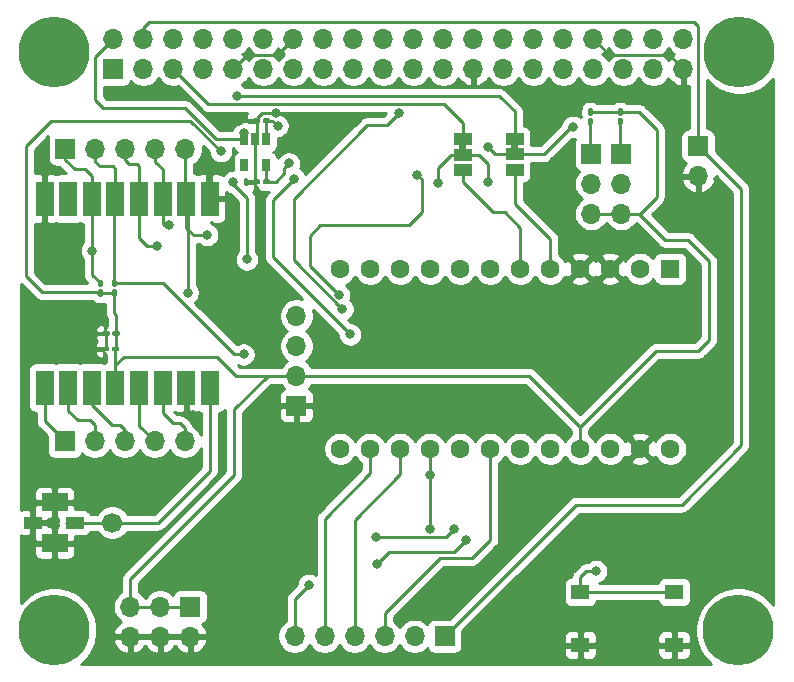
<source format=gbr>
%TF.GenerationSoftware,KiCad,Pcbnew,(5.1.10)-1*%
%TF.CreationDate,2021-12-09T17:34:34+08:00*%
%TF.ProjectId,hat,6861742e-6b69-4636-9164-5f7063625858,rev?*%
%TF.SameCoordinates,Original*%
%TF.FileFunction,Copper,L1,Top*%
%TF.FilePolarity,Positive*%
%FSLAX46Y46*%
G04 Gerber Fmt 4.6, Leading zero omitted, Abs format (unit mm)*
G04 Created by KiCad (PCBNEW (5.1.10)-1) date 2021-12-09 17:34:34*
%MOMM*%
%LPD*%
G01*
G04 APERTURE LIST*
%TA.AperFunction,EtchedComponent*%
%ADD10C,0.100000*%
%TD*%
%TA.AperFunction,ComponentPad*%
%ADD11O,1.700000X1.700000*%
%TD*%
%TA.AperFunction,ComponentPad*%
%ADD12R,1.700000X1.700000*%
%TD*%
%TA.AperFunction,SMDPad,CuDef*%
%ADD13R,0.650000X1.060000*%
%TD*%
%TA.AperFunction,SMDPad,CuDef*%
%ADD14R,2.200000X1.550000*%
%TD*%
%TA.AperFunction,SMDPad,CuDef*%
%ADD15R,1.500000X1.000000*%
%TD*%
%TA.AperFunction,SMDPad,CuDef*%
%ADD16R,1.524000X3.000000*%
%TD*%
%TA.AperFunction,ConnectorPad*%
%ADD17R,1.524000X3.000000*%
%TD*%
%TA.AperFunction,ComponentPad*%
%ADD18C,1.700000*%
%TD*%
%TA.AperFunction,SMDPad,CuDef*%
%ADD19R,1.550000X1.300000*%
%TD*%
%TA.AperFunction,ComponentPad*%
%ADD20C,6.000000*%
%TD*%
%TA.AperFunction,ComponentPad*%
%ADD21R,1.600000X1.600000*%
%TD*%
%TA.AperFunction,ComponentPad*%
%ADD22C,1.600000*%
%TD*%
%TA.AperFunction,ViaPad*%
%ADD23C,0.800000*%
%TD*%
%TA.AperFunction,Conductor*%
%ADD24C,0.250000*%
%TD*%
%TA.AperFunction,Conductor*%
%ADD25C,0.254000*%
%TD*%
%TA.AperFunction,Conductor*%
%ADD26C,0.100000*%
%TD*%
G04 APERTURE END LIST*
D10*
%TO.C,JP2*%
G36*
X125360000Y-66840000D02*
G01*
X125360000Y-67340000D01*
X124760000Y-67340000D01*
X124760000Y-66840000D01*
X125360000Y-66840000D01*
G37*
%TO.C,JP1*%
G36*
X129780000Y-66800000D02*
G01*
X129780000Y-67300000D01*
X129180000Y-67300000D01*
X129180000Y-66800000D01*
X129780000Y-66800000D01*
G37*
%TD*%
D11*
%TO.P,J2,6*%
%TO.N,GND*%
X96920000Y-108540000D03*
%TO.P,J2,5*%
%TO.N,3.3V*%
X96920000Y-106000000D03*
%TO.P,J2,4*%
%TO.N,GND*%
X99460000Y-108540000D03*
%TO.P,J2,3*%
%TO.N,3.3V*%
X99460000Y-106000000D03*
%TO.P,J2,2*%
%TO.N,GND*%
X102000000Y-108540000D03*
D12*
%TO.P,J2,1*%
%TO.N,3.3V*%
X102000000Y-106000000D03*
%TD*%
D13*
%TO.P,U4,5*%
%TO.N,3.3V*%
X108450000Y-68600000D03*
%TO.P,U4,4*%
%TO.N,Net-(U4-Pad4)*%
X106550000Y-68600000D03*
%TO.P,U4,3*%
%TO.N,5V*%
X106550000Y-66400000D03*
%TO.P,U4,2*%
%TO.N,GND*%
X107500000Y-66400000D03*
%TO.P,U4,1*%
%TO.N,5V*%
X108450000Y-66400000D03*
%TD*%
D14*
%TO.P,U3,4*%
%TO.N,GND*%
X90520000Y-97165000D03*
D15*
%TO.P,U3,3*%
X88670000Y-98890000D03*
D14*
%TO.P,U3,2*%
X90520000Y-100615000D03*
D15*
%TO.P,U3,1*%
%TO.N,Net-(J1-Pad1)*%
X92270000Y-98890000D03*
%TD*%
D16*
%TO.P,U2,16*%
%TO.N,/DIO2*%
X89675000Y-87450000D03*
%TO.P,U2,15*%
%TO.N,/DIO1*%
X91675000Y-87450000D03*
%TO.P,U2,14*%
%TO.N,/DIO0*%
X93675000Y-87450000D03*
%TO.P,U2,13*%
%TO.N,3.3V*%
X95675000Y-87450000D03*
%TO.P,U2,12*%
%TO.N,/DIO4*%
X97675000Y-87450000D03*
%TO.P,U2,11*%
%TO.N,/DIO3*%
X99675000Y-87450000D03*
%TO.P,U2,10*%
%TO.N,GND*%
X101675000Y-87450000D03*
%TO.P,U2,9*%
%TO.N,Net-(J1-Pad1)*%
X103675000Y-87450000D03*
%TO.P,U2,8*%
%TO.N,GND*%
X89675000Y-71450000D03*
%TO.P,U2,7*%
%TO.N,/DIO5*%
X91675000Y-71450000D03*
D17*
%TO.P,U2,6*%
%TO.N,/RFM_RST*%
X93675000Y-71450000D03*
D16*
%TO.P,U2,5*%
%TO.N,/RFM_CS*%
X95675000Y-71450000D03*
%TO.P,U2,4*%
%TO.N,/RFM_SCK*%
X97675000Y-71450000D03*
%TO.P,U2,3*%
%TO.N,/RFM_MOSI*%
X99675000Y-71450000D03*
%TO.P,U2,2*%
%TO.N,/RFM_MISO*%
X101675000Y-71450000D03*
%TO.P,U2,1*%
%TO.N,GND*%
X103675000Y-71450000D03*
%TD*%
D11*
%TO.P,SPI_PORT1,6*%
%TO.N,/MCU_SCK*%
X110840000Y-108500000D03*
%TO.P,SPI_PORT1,5*%
%TO.N,/MCU_MOSI*%
X113380000Y-108500000D03*
%TO.P,SPI_PORT1,4*%
%TO.N,/MCU_MISO*%
X115920000Y-108500000D03*
%TO.P,SPI_PORT1,3*%
%TO.N,/OPT_RST*%
X118460000Y-108500000D03*
%TO.P,SPI_PORT1,2*%
%TO.N,/SPI_PORT_RST*%
X121000000Y-108500000D03*
D12*
%TO.P,SPI_PORT1,1*%
%TO.N,5V*%
X123540000Y-108500000D03*
%TD*%
D11*
%TO.P,SDA_PU1,3*%
%TO.N,3.3V*%
X138500000Y-72730000D03*
%TO.P,SDA_PU1,2*%
%TO.N,/SDA*%
X138500000Y-70190000D03*
D12*
%TO.P,SDA_PU1,1*%
%TO.N,Net-(R3-Pad2)*%
X138500000Y-67650000D03*
%TD*%
D11*
%TO.P,SCL_PU1,3*%
%TO.N,3.3V*%
X135960000Y-72730000D03*
%TO.P,SCL_PU1,2*%
%TO.N,/SCL*%
X135960000Y-70190000D03*
D12*
%TO.P,SCL_PU1,1*%
%TO.N,Net-(R4-Pad2)*%
X135960000Y-67650000D03*
%TD*%
%TO.P,R4,2*%
%TO.N,Net-(R4-Pad2)*%
%TA.AperFunction,SMDPad,CuDef*%
G36*
G01*
X135780000Y-64620000D02*
X135980000Y-64620000D01*
G75*
G02*
X136080000Y-64720000I0J-100000D01*
G01*
X136080000Y-65155000D01*
G75*
G02*
X135980000Y-65255000I-100000J0D01*
G01*
X135780000Y-65255000D01*
G75*
G02*
X135680000Y-65155000I0J100000D01*
G01*
X135680000Y-64720000D01*
G75*
G02*
X135780000Y-64620000I100000J0D01*
G01*
G37*
%TD.AperFunction*%
%TO.P,R4,1*%
%TO.N,3.3V*%
%TA.AperFunction,SMDPad,CuDef*%
G36*
G01*
X135780000Y-63805000D02*
X135980000Y-63805000D01*
G75*
G02*
X136080000Y-63905000I0J-100000D01*
G01*
X136080000Y-64340000D01*
G75*
G02*
X135980000Y-64440000I-100000J0D01*
G01*
X135780000Y-64440000D01*
G75*
G02*
X135680000Y-64340000I0J100000D01*
G01*
X135680000Y-63905000D01*
G75*
G02*
X135780000Y-63805000I100000J0D01*
G01*
G37*
%TD.AperFunction*%
%TD*%
%TO.P,R3,2*%
%TO.N,Net-(R3-Pad2)*%
%TA.AperFunction,SMDPad,CuDef*%
G36*
G01*
X138310000Y-64602500D02*
X138510000Y-64602500D01*
G75*
G02*
X138610000Y-64702500I0J-100000D01*
G01*
X138610000Y-65137500D01*
G75*
G02*
X138510000Y-65237500I-100000J0D01*
G01*
X138310000Y-65237500D01*
G75*
G02*
X138210000Y-65137500I0J100000D01*
G01*
X138210000Y-64702500D01*
G75*
G02*
X138310000Y-64602500I100000J0D01*
G01*
G37*
%TD.AperFunction*%
%TO.P,R3,1*%
%TO.N,3.3V*%
%TA.AperFunction,SMDPad,CuDef*%
G36*
G01*
X138310000Y-63787500D02*
X138510000Y-63787500D01*
G75*
G02*
X138610000Y-63887500I0J-100000D01*
G01*
X138610000Y-64322500D01*
G75*
G02*
X138510000Y-64422500I-100000J0D01*
G01*
X138310000Y-64422500D01*
G75*
G02*
X138210000Y-64322500I0J100000D01*
G01*
X138210000Y-63887500D01*
G75*
G02*
X138310000Y-63787500I100000J0D01*
G01*
G37*
%TD.AperFunction*%
%TD*%
%TO.P,R2,2*%
%TO.N,/RFM_CS*%
%TA.AperFunction,SMDPad,CuDef*%
G36*
G01*
X95680000Y-78942500D02*
X95480000Y-78942500D01*
G75*
G02*
X95380000Y-78842500I0J100000D01*
G01*
X95380000Y-78407500D01*
G75*
G02*
X95480000Y-78307500I100000J0D01*
G01*
X95680000Y-78307500D01*
G75*
G02*
X95780000Y-78407500I0J-100000D01*
G01*
X95780000Y-78842500D01*
G75*
G02*
X95680000Y-78942500I-100000J0D01*
G01*
G37*
%TD.AperFunction*%
%TO.P,R2,1*%
%TO.N,3.3V*%
%TA.AperFunction,SMDPad,CuDef*%
G36*
G01*
X95680000Y-79757500D02*
X95480000Y-79757500D01*
G75*
G02*
X95380000Y-79657500I0J100000D01*
G01*
X95380000Y-79222500D01*
G75*
G02*
X95480000Y-79122500I100000J0D01*
G01*
X95680000Y-79122500D01*
G75*
G02*
X95780000Y-79222500I0J-100000D01*
G01*
X95780000Y-79657500D01*
G75*
G02*
X95680000Y-79757500I-100000J0D01*
G01*
G37*
%TD.AperFunction*%
%TD*%
%TO.P,R1,2*%
%TO.N,/RFM_RST*%
%TA.AperFunction,SMDPad,CuDef*%
G36*
G01*
X94510000Y-78950000D02*
X94310000Y-78950000D01*
G75*
G02*
X94210000Y-78850000I0J100000D01*
G01*
X94210000Y-78415000D01*
G75*
G02*
X94310000Y-78315000I100000J0D01*
G01*
X94510000Y-78315000D01*
G75*
G02*
X94610000Y-78415000I0J-100000D01*
G01*
X94610000Y-78850000D01*
G75*
G02*
X94510000Y-78950000I-100000J0D01*
G01*
G37*
%TD.AperFunction*%
%TO.P,R1,1*%
%TO.N,3.3V*%
%TA.AperFunction,SMDPad,CuDef*%
G36*
G01*
X94510000Y-79765000D02*
X94310000Y-79765000D01*
G75*
G02*
X94210000Y-79665000I0J100000D01*
G01*
X94210000Y-79230000D01*
G75*
G02*
X94310000Y-79130000I100000J0D01*
G01*
X94510000Y-79130000D01*
G75*
G02*
X94610000Y-79230000I0J-100000D01*
G01*
X94610000Y-79665000D01*
G75*
G02*
X94510000Y-79765000I-100000J0D01*
G01*
G37*
%TD.AperFunction*%
%TD*%
D15*
%TO.P,JP2,2*%
%TO.N,/SCL*%
X125060000Y-67740000D03*
%TO.P,JP2,3*%
%TO.N,/MCU_SCL*%
X125060000Y-69040000D03*
%TO.P,JP2,1*%
%TO.N,/PI_SCL*%
X125060000Y-66440000D03*
%TD*%
%TO.P,JP1,2*%
%TO.N,/SDA*%
X129480000Y-67700000D03*
%TO.P,JP1,3*%
%TO.N,/MCU_SDA*%
X129480000Y-69000000D03*
%TO.P,JP1,1*%
%TO.N,/PI_SDA*%
X129480000Y-66400000D03*
%TD*%
D11*
%TO.P,J5,5*%
%TO.N,/RFM_MISO*%
X101590000Y-67250000D03*
%TO.P,J5,4*%
%TO.N,/RFM_MOSI*%
X99050000Y-67250000D03*
%TO.P,J5,3*%
%TO.N,/RFM_SCK*%
X96510000Y-67250000D03*
%TO.P,J5,2*%
%TO.N,/RFM_CS*%
X93970000Y-67250000D03*
D12*
%TO.P,J5,1*%
%TO.N,/RFM_RST*%
X91430000Y-67250000D03*
%TD*%
D11*
%TO.P,J4,5*%
%TO.N,/DIO3*%
X101535000Y-92000000D03*
%TO.P,J4,4*%
%TO.N,/DIO4*%
X98995000Y-92000000D03*
%TO.P,J4,3*%
%TO.N,/DIO0*%
X96455000Y-92000000D03*
%TO.P,J4,2*%
%TO.N,/DIO1*%
X93915000Y-92000000D03*
D12*
%TO.P,J4,1*%
%TO.N,/DIO2*%
X91375000Y-92000000D03*
%TD*%
D18*
%TO.P,J1,1*%
%TO.N,Net-(J1-Pad1)*%
X95400000Y-98875000D03*
%TD*%
D11*
%TO.P,I2C_PORT1,4*%
%TO.N,/SDA*%
X111000000Y-81380000D03*
%TO.P,I2C_PORT1,3*%
%TO.N,/SCL*%
X111000000Y-83920000D03*
%TO.P,I2C_PORT1,2*%
%TO.N,3.3V*%
X111000000Y-86460000D03*
D12*
%TO.P,I2C_PORT1,1*%
%TO.N,GND*%
X111000000Y-89000000D03*
%TD*%
D11*
%TO.P,FAN1,2*%
%TO.N,GND*%
X145000000Y-69540000D03*
D12*
%TO.P,FAN1,1*%
%TO.N,5V*%
X145000000Y-67000000D03*
%TD*%
%TO.P,C4,2*%
%TO.N,GND*%
%TA.AperFunction,SMDPad,CuDef*%
G36*
G01*
X107952500Y-69925000D02*
X107952500Y-70125000D01*
G75*
G02*
X107852500Y-70225000I-100000J0D01*
G01*
X107417500Y-70225000D01*
G75*
G02*
X107317500Y-70125000I0J100000D01*
G01*
X107317500Y-69925000D01*
G75*
G02*
X107417500Y-69825000I100000J0D01*
G01*
X107852500Y-69825000D01*
G75*
G02*
X107952500Y-69925000I0J-100000D01*
G01*
G37*
%TD.AperFunction*%
%TO.P,C4,1*%
%TO.N,3.3V*%
%TA.AperFunction,SMDPad,CuDef*%
G36*
G01*
X108767500Y-69925000D02*
X108767500Y-70125000D01*
G75*
G02*
X108667500Y-70225000I-100000J0D01*
G01*
X108232500Y-70225000D01*
G75*
G02*
X108132500Y-70125000I0J100000D01*
G01*
X108132500Y-69925000D01*
G75*
G02*
X108232500Y-69825000I100000J0D01*
G01*
X108667500Y-69825000D01*
G75*
G02*
X108767500Y-69925000I0J-100000D01*
G01*
G37*
%TD.AperFunction*%
%TD*%
%TO.P,C3,2*%
%TO.N,GND*%
%TA.AperFunction,SMDPad,CuDef*%
G36*
G01*
X107952500Y-64750000D02*
X107952500Y-64950000D01*
G75*
G02*
X107852500Y-65050000I-100000J0D01*
G01*
X107417500Y-65050000D01*
G75*
G02*
X107317500Y-64950000I0J100000D01*
G01*
X107317500Y-64750000D01*
G75*
G02*
X107417500Y-64650000I100000J0D01*
G01*
X107852500Y-64650000D01*
G75*
G02*
X107952500Y-64750000I0J-100000D01*
G01*
G37*
%TD.AperFunction*%
%TO.P,C3,1*%
%TO.N,5V*%
%TA.AperFunction,SMDPad,CuDef*%
G36*
G01*
X108767500Y-64750000D02*
X108767500Y-64950000D01*
G75*
G02*
X108667500Y-65050000I-100000J0D01*
G01*
X108232500Y-65050000D01*
G75*
G02*
X108132500Y-64950000I0J100000D01*
G01*
X108132500Y-64750000D01*
G75*
G02*
X108232500Y-64650000I100000J0D01*
G01*
X108667500Y-64650000D01*
G75*
G02*
X108767500Y-64750000I0J-100000D01*
G01*
G37*
%TD.AperFunction*%
%TD*%
%TO.P,C2,2*%
%TO.N,GND*%
%TA.AperFunction,SMDPad,CuDef*%
G36*
G01*
X95207500Y-82770000D02*
X95207500Y-82970000D01*
G75*
G02*
X95107500Y-83070000I-100000J0D01*
G01*
X94672500Y-83070000D01*
G75*
G02*
X94572500Y-82970000I0J100000D01*
G01*
X94572500Y-82770000D01*
G75*
G02*
X94672500Y-82670000I100000J0D01*
G01*
X95107500Y-82670000D01*
G75*
G02*
X95207500Y-82770000I0J-100000D01*
G01*
G37*
%TD.AperFunction*%
%TO.P,C2,1*%
%TO.N,3.3V*%
%TA.AperFunction,SMDPad,CuDef*%
G36*
G01*
X96022500Y-82770000D02*
X96022500Y-82970000D01*
G75*
G02*
X95922500Y-83070000I-100000J0D01*
G01*
X95487500Y-83070000D01*
G75*
G02*
X95387500Y-82970000I0J100000D01*
G01*
X95387500Y-82770000D01*
G75*
G02*
X95487500Y-82670000I100000J0D01*
G01*
X95922500Y-82670000D01*
G75*
G02*
X96022500Y-82770000I0J-100000D01*
G01*
G37*
%TD.AperFunction*%
%TD*%
%TO.P,C1,2*%
%TO.N,GND*%
%TA.AperFunction,SMDPad,CuDef*%
G36*
G01*
X95167500Y-84090000D02*
X95167500Y-84290000D01*
G75*
G02*
X95067500Y-84390000I-100000J0D01*
G01*
X94632500Y-84390000D01*
G75*
G02*
X94532500Y-84290000I0J100000D01*
G01*
X94532500Y-84090000D01*
G75*
G02*
X94632500Y-83990000I100000J0D01*
G01*
X95067500Y-83990000D01*
G75*
G02*
X95167500Y-84090000I0J-100000D01*
G01*
G37*
%TD.AperFunction*%
%TO.P,C1,1*%
%TO.N,3.3V*%
%TA.AperFunction,SMDPad,CuDef*%
G36*
G01*
X95982500Y-84090000D02*
X95982500Y-84290000D01*
G75*
G02*
X95882500Y-84390000I-100000J0D01*
G01*
X95447500Y-84390000D01*
G75*
G02*
X95347500Y-84290000I0J100000D01*
G01*
X95347500Y-84090000D01*
G75*
G02*
X95447500Y-83990000I100000J0D01*
G01*
X95882500Y-83990000D01*
G75*
G02*
X95982500Y-84090000I0J-100000D01*
G01*
G37*
%TD.AperFunction*%
%TD*%
D11*
%TO.P,J3,40*%
%TO.N,/GPIO21*%
X143760000Y-57960000D03*
%TO.P,J3,39*%
%TO.N,GND*%
X143760000Y-60500000D03*
%TO.P,J3,38*%
%TO.N,/GPIO20*%
X141220000Y-57960000D03*
%TO.P,J3,37*%
%TO.N,/GPIO26*%
X141220000Y-60500000D03*
%TO.P,J3,36*%
%TO.N,/GPIO16*%
X138680000Y-57960000D03*
%TO.P,J3,35*%
%TO.N,/GPIO19*%
X138680000Y-60500000D03*
%TO.P,J3,34*%
%TO.N,GND*%
X136140000Y-57960000D03*
%TO.P,J3,33*%
%TO.N,/GPIO13*%
X136140000Y-60500000D03*
%TO.P,J3,32*%
%TO.N,/GPIO12*%
X133600000Y-57960000D03*
%TO.P,J3,31*%
%TO.N,/GPIO6*%
X133600000Y-60500000D03*
%TO.P,J3,30*%
%TO.N,GND*%
X131060000Y-57960000D03*
%TO.P,J3,29*%
%TO.N,/GPIO5*%
X131060000Y-60500000D03*
%TO.P,J3,28*%
%TO.N,/GPIO1*%
X128520000Y-57960000D03*
%TO.P,J3,27*%
%TO.N,/GPIO0*%
X128520000Y-60500000D03*
%TO.P,J3,26*%
%TO.N,/GPIO7*%
X125980000Y-57960000D03*
%TO.P,J3,25*%
%TO.N,GND*%
X125980000Y-60500000D03*
%TO.P,J3,24*%
%TO.N,/GPIO8*%
X123440000Y-57960000D03*
%TO.P,J3,23*%
%TO.N,/PI_SCK*%
X123440000Y-60500000D03*
%TO.P,J3,22*%
%TO.N,/GPIO25*%
X120900000Y-57960000D03*
%TO.P,J3,21*%
%TO.N,/PI_MISO*%
X120900000Y-60500000D03*
%TO.P,J3,20*%
%TO.N,GND*%
X118360000Y-57960000D03*
%TO.P,J3,19*%
%TO.N,/PI_MOSI*%
X118360000Y-60500000D03*
%TO.P,J3,18*%
%TO.N,/GPIO24*%
X115820000Y-57960000D03*
%TO.P,J3,17*%
%TO.N,/PI_3.3V*%
X115820000Y-60500000D03*
%TO.P,J3,16*%
%TO.N,/GPIO23*%
X113280000Y-57960000D03*
%TO.P,J3,15*%
%TO.N,/GPIO22*%
X113280000Y-60500000D03*
%TO.P,J3,14*%
%TO.N,GND*%
X110740000Y-57960000D03*
%TO.P,J3,13*%
%TO.N,/GPIO27*%
X110740000Y-60500000D03*
%TO.P,J3,12*%
%TO.N,/GPIO18*%
X108200000Y-57960000D03*
%TO.P,J3,11*%
%TO.N,/GPIO17*%
X108200000Y-60500000D03*
%TO.P,J3,10*%
%TO.N,/GPIO15*%
X105660000Y-57960000D03*
%TO.P,J3,9*%
%TO.N,GND*%
X105660000Y-60500000D03*
%TO.P,J3,8*%
%TO.N,/GPIO14*%
X103120000Y-57960000D03*
%TO.P,J3,7*%
%TO.N,/GPIO4*%
X103120000Y-60500000D03*
%TO.P,J3,6*%
%TO.N,GND*%
X100580000Y-57960000D03*
%TO.P,J3,5*%
%TO.N,/PI_SCL*%
X100580000Y-60500000D03*
%TO.P,J3,4*%
%TO.N,5V*%
X98040000Y-57960000D03*
%TO.P,J3,3*%
%TO.N,/PI_SDA*%
X98040000Y-60500000D03*
%TO.P,J3,2*%
%TO.N,5V*%
X95500000Y-57960000D03*
D12*
%TO.P,J3,1*%
%TO.N,/PI_3.3V*%
X95500000Y-60500000D03*
%TD*%
D19*
%TO.P,SW1,2*%
%TO.N,GND*%
X135025000Y-109250000D03*
%TO.P,SW1,1*%
%TO.N,Net-(SW1-Pad1)*%
X135025000Y-104750000D03*
X142975000Y-104750000D03*
%TO.P,SW1,2*%
%TO.N,GND*%
X142975000Y-109250000D03*
%TD*%
D20*
%TO.P,H1,*%
%TO.N,*%
X90500000Y-108000000D03*
%TD*%
%TO.P,H2,*%
%TO.N,*%
X148400000Y-108000000D03*
%TD*%
%TO.P,H3,*%
%TO.N,*%
X90500000Y-59000000D03*
%TD*%
%TO.P,H4,*%
%TO.N,*%
X148500000Y-59000000D03*
%TD*%
D21*
%TO.P,U1,1*%
%TO.N,Net-(U1-Pad1)*%
X142645000Y-77380000D03*
D22*
%TO.P,U1,2*%
%TO.N,Net-(U1-Pad2)*%
X140105000Y-77380000D03*
%TO.P,U1,3*%
%TO.N,GND*%
X137565000Y-77380000D03*
%TO.P,U1,4*%
X135025000Y-77380000D03*
%TO.P,U1,5*%
%TO.N,/MCU_SDA*%
X132485000Y-77380000D03*
%TO.P,U1,6*%
%TO.N,/MCU_SCL*%
X129945000Y-77380000D03*
%TO.P,U1,7*%
%TO.N,Net-(U1-Pad7)*%
X127405000Y-77380000D03*
%TO.P,U1,8*%
%TO.N,Net-(U1-Pad8)*%
X124865000Y-77380000D03*
%TO.P,U1,9*%
%TO.N,Net-(U1-Pad9)*%
X122325000Y-77380000D03*
%TO.P,U1,10*%
%TO.N,Net-(U1-Pad10)*%
X119785000Y-77380000D03*
%TO.P,U1,11*%
%TO.N,Net-(U1-Pad11)*%
X117245000Y-77380000D03*
%TO.P,U1,12*%
%TO.N,Net-(U1-Pad12)*%
X114705000Y-77380000D03*
%TO.P,U1,13*%
%TO.N,Net-(U1-Pad13)*%
X114705000Y-92620000D03*
%TO.P,U1,14*%
%TO.N,/MCU_MOSI*%
X117245000Y-92620000D03*
%TO.P,U1,15*%
%TO.N,/MCU_MISO*%
X119785000Y-92620000D03*
%TO.P,U1,16*%
%TO.N,/MCU_SCK*%
X122325000Y-92620000D03*
%TO.P,U1,17*%
%TO.N,/MCU_CS*%
X124865000Y-92620000D03*
%TO.P,U1,18*%
%TO.N,/OPT_RST*%
X127405000Y-92620000D03*
%TO.P,U1,19*%
%TO.N,Net-(U1-Pad19)*%
X129945000Y-92620000D03*
%TO.P,U1,20*%
%TO.N,Net-(U1-Pad20)*%
X132485000Y-92620000D03*
%TO.P,U1,21*%
%TO.N,3.3V*%
X135025000Y-92620000D03*
%TO.P,U1,22*%
%TO.N,Net-(SW1-Pad1)*%
X137565000Y-92620000D03*
%TO.P,U1,23*%
%TO.N,GND*%
X140105000Y-92620000D03*
%TO.P,U1,24*%
%TO.N,Net-(U1-Pad24)*%
X142645000Y-92620000D03*
%TD*%
D23*
%TO.N,3.3V*%
X104590000Y-67440000D03*
X110350000Y-68470000D03*
%TO.N,5V*%
X106574998Y-65910000D03*
X109400000Y-65290000D03*
%TO.N,/SDA*%
X134410000Y-65380000D03*
X127200000Y-67110000D03*
%TO.N,GND*%
X90740000Y-75790000D03*
X93180000Y-81500000D03*
X106100000Y-64870000D03*
X103450000Y-68440000D03*
X102270000Y-89810000D03*
X109271160Y-64185000D03*
%TO.N,Net-(SW1-Pad1)*%
X136360000Y-102990000D03*
%TO.N,/SCL*%
X127180000Y-70050000D03*
X122962653Y-70102653D03*
%TO.N,/PI_SCK*%
X114580000Y-79610000D03*
X121230000Y-69450000D03*
%TO.N,/PI_MISO*%
X114880000Y-80800000D03*
X119645000Y-64205000D03*
%TO.N,/PI_MOSI*%
X115550000Y-82950000D03*
X110800000Y-69780000D03*
%TO.N,/PI_SDA*%
X105930000Y-62735000D03*
%TO.N,/RFM_MISO*%
X103430000Y-74510000D03*
X101790000Y-79420000D03*
%TO.N,/RFM_MOSI*%
X100200000Y-73720000D03*
X106800000Y-76600000D03*
X105640000Y-70060000D03*
%TO.N,/RFM_SCK*%
X99170000Y-75460000D03*
%TO.N,/RFM_CS*%
X106530000Y-84640000D03*
X117700000Y-100130000D03*
X124345000Y-99405000D03*
%TO.N,/RFM_RST*%
X93675000Y-75855000D03*
X117860000Y-102420000D03*
X125370000Y-100390000D03*
%TO.N,/MCU_SCK*%
X112060000Y-104150000D03*
X122300000Y-94850000D03*
X122310000Y-99405000D03*
%TD*%
D24*
%TO.N,Net-(J1-Pad1)*%
X103675000Y-86450000D02*
X103675000Y-94485000D01*
X99285000Y-98875000D02*
X95400000Y-98875000D01*
X103675000Y-94485000D02*
X99285000Y-98875000D01*
X95385000Y-98890000D02*
X95400000Y-98875000D01*
X91520000Y-98890000D02*
X95385000Y-98890000D01*
%TO.N,3.3V*%
X96920000Y-106000000D02*
X99460000Y-106000000D01*
X99460000Y-106000000D02*
X102000000Y-106000000D01*
X95665000Y-86440000D02*
X95675000Y-86450000D01*
X95665000Y-84190000D02*
X95665000Y-86440000D01*
X95705000Y-84150000D02*
X95665000Y-84190000D01*
X95705000Y-82870000D02*
X95705000Y-84150000D01*
X108450000Y-68600000D02*
X108450000Y-70025000D01*
X94394999Y-79462501D02*
X94410000Y-79447500D01*
X108620000Y-86460000D02*
X111000000Y-86460000D01*
X111000000Y-86460000D02*
X130700000Y-86460000D01*
X135025000Y-90785000D02*
X135025000Y-92620000D01*
X138500000Y-72730000D02*
X135960000Y-72730000D01*
X138392500Y-64122500D02*
X138410000Y-64105000D01*
X135880000Y-64122500D02*
X138392500Y-64122500D01*
X138410000Y-64105000D02*
X139965000Y-64105000D01*
X139965000Y-64105000D02*
X141490000Y-65630000D01*
X141490000Y-65630000D02*
X141490000Y-71300000D01*
X140060000Y-72730000D02*
X138500000Y-72730000D01*
X141490000Y-71300000D02*
X140060000Y-72730000D01*
X135960000Y-72730000D02*
X140020000Y-72730000D01*
X140020000Y-72730000D02*
X142230000Y-74940000D01*
X142230000Y-74940000D02*
X144110000Y-74940000D01*
X144110000Y-74940000D02*
X145920000Y-76750000D01*
X145920000Y-76750000D02*
X145920000Y-83420000D01*
X134950000Y-90710000D02*
X135025000Y-90785000D01*
X130700000Y-86460000D02*
X134950000Y-90710000D01*
X96920000Y-106000000D02*
X96920000Y-103650000D01*
X96920000Y-103650000D02*
X105720000Y-94850000D01*
X105720000Y-94850000D02*
X105720000Y-89280000D01*
X105720000Y-89280000D02*
X108570000Y-86430000D01*
X108590000Y-86430000D02*
X108620000Y-86460000D01*
X108570000Y-86430000D02*
X108590000Y-86430000D01*
X94210000Y-79447500D02*
X94122500Y-79360000D01*
X94410000Y-79447500D02*
X94210000Y-79447500D01*
X94122500Y-79360000D02*
X89420000Y-79360000D01*
X89420000Y-79360000D02*
X88080000Y-78020000D01*
X88080000Y-78020000D02*
X88080000Y-67000000D01*
X88080000Y-67000000D02*
X90220000Y-64860000D01*
X104583590Y-67440000D02*
X104590000Y-67440000D01*
X102003590Y-64860000D02*
X104583590Y-67440000D01*
X90220000Y-64860000D02*
X102003590Y-64860000D01*
X109950001Y-68869999D02*
X109950001Y-69309999D01*
X110350000Y-68470000D02*
X109950001Y-68869999D01*
X109235000Y-70025000D02*
X108450000Y-70025000D01*
X109950001Y-69309999D02*
X109235000Y-70025000D01*
X95572500Y-79447500D02*
X95580000Y-79440000D01*
X94410000Y-79447500D02*
X95572500Y-79447500D01*
X95580000Y-79440000D02*
X95580000Y-81170000D01*
X95705000Y-81295000D02*
X95705000Y-82870000D01*
X95580000Y-81170000D02*
X95705000Y-81295000D01*
X105870000Y-86460000D02*
X111000000Y-86460000D01*
X104230000Y-84820000D02*
X105870000Y-86460000D01*
X96420000Y-84820000D02*
X104230000Y-84820000D01*
X95675000Y-85565000D02*
X96420000Y-84820000D01*
X95675000Y-86450000D02*
X95675000Y-85565000D01*
X135025000Y-90785000D02*
X135025000Y-90745000D01*
X135025000Y-90745000D02*
X141410000Y-84360000D01*
X144980000Y-84360000D02*
X145920000Y-83420000D01*
X141410000Y-84360000D02*
X144980000Y-84360000D01*
%TO.N,5V*%
X108450000Y-66400000D02*
X108450000Y-64850000D01*
X93970000Y-59490000D02*
X95500000Y-57960000D01*
X104180000Y-66400000D02*
X101550000Y-63770000D01*
X93970000Y-63090000D02*
X93970000Y-59490000D01*
X94650000Y-63770000D02*
X93970000Y-63090000D01*
X101550000Y-63770000D02*
X94650000Y-63770000D01*
X106550000Y-66400000D02*
X104180000Y-66400000D01*
X123540000Y-108500000D02*
X134690000Y-97350000D01*
X134690000Y-97350000D02*
X143630000Y-97350000D01*
X143630000Y-97350000D02*
X148640000Y-92340000D01*
X148640000Y-70640000D02*
X145000000Y-67000000D01*
X148640000Y-92340000D02*
X148640000Y-70640000D01*
X145000000Y-67000000D02*
X145000000Y-56840000D01*
X144650000Y-56490000D02*
X98530000Y-56490000D01*
X145000000Y-56840000D02*
X144650000Y-56490000D01*
X98040000Y-56980000D02*
X98040000Y-57960000D01*
X98530000Y-56490000D02*
X98040000Y-56980000D01*
X106550000Y-65934998D02*
X106574998Y-65910000D01*
X106550000Y-66400000D02*
X106550000Y-65934998D01*
X108960000Y-64850000D02*
X109400000Y-65290000D01*
X108450000Y-64850000D02*
X108960000Y-64850000D01*
%TO.N,/SDA*%
X129480000Y-67700000D02*
X130480000Y-67700000D01*
X130480000Y-67700000D02*
X131460000Y-67700000D01*
X131460000Y-67700000D02*
X131940000Y-67700000D01*
X134260000Y-65380000D02*
X134410000Y-65380000D01*
X131940000Y-67700000D02*
X134260000Y-65380000D01*
X129480000Y-67700000D02*
X128040000Y-67700000D01*
X127790000Y-67700000D02*
X127200000Y-67110000D01*
X128040000Y-67700000D02*
X127790000Y-67700000D01*
%TO.N,GND*%
X89675000Y-74725000D02*
X90740000Y-75790000D01*
X89675000Y-72450000D02*
X89675000Y-74725000D01*
X93180000Y-81500000D02*
X93180000Y-82440000D01*
X93610000Y-82870000D02*
X94890000Y-82870000D01*
X93180000Y-82440000D02*
X93610000Y-82870000D01*
X94890000Y-84150000D02*
X94850000Y-84190000D01*
X94890000Y-82870000D02*
X94890000Y-84150000D01*
X109375001Y-59324999D02*
X110740000Y-57960000D01*
X106835001Y-59324999D02*
X109375001Y-59324999D01*
X105660000Y-60500000D02*
X106835001Y-59324999D01*
X106120000Y-64850000D02*
X106100000Y-64870000D01*
X107635000Y-64850000D02*
X106120000Y-64850000D01*
X103450000Y-72225000D02*
X103675000Y-72450000D01*
X103450000Y-68440000D02*
X103450000Y-72225000D01*
X137504999Y-59324999D02*
X136140000Y-57960000D01*
X142584999Y-59324999D02*
X137504999Y-59324999D01*
X143760000Y-60500000D02*
X142584999Y-59324999D01*
X101675000Y-89215000D02*
X102270000Y-89810000D01*
X101675000Y-86450000D02*
X101675000Y-89215000D01*
X108100000Y-64185000D02*
X109271160Y-64185000D01*
X107635000Y-64650000D02*
X108100000Y-64185000D01*
X107635000Y-64850000D02*
X107635000Y-64650000D01*
X107635000Y-66265000D02*
X107500000Y-66400000D01*
X107635000Y-64850000D02*
X107635000Y-66265000D01*
X107500000Y-69890000D02*
X107635000Y-70025000D01*
X107500000Y-66400000D02*
X107500000Y-69890000D01*
%TO.N,Net-(SW1-Pad1)*%
X142975000Y-104750000D02*
X135025000Y-104750000D01*
X136360000Y-102990000D02*
X135550000Y-102990000D01*
X135025000Y-103515000D02*
X135025000Y-104750000D01*
X135550000Y-102990000D02*
X135025000Y-103515000D01*
%TO.N,/SCL*%
X127180000Y-70050000D02*
X127180000Y-68490000D01*
X126430000Y-67740000D02*
X125060000Y-67740000D01*
X127180000Y-68490000D02*
X126430000Y-67740000D01*
X124060000Y-67740000D02*
X125060000Y-67740000D01*
X122962653Y-68837347D02*
X124060000Y-67740000D01*
X122962653Y-70102653D02*
X122962653Y-68837347D01*
%TO.N,/PI_SCK*%
X112160000Y-74580000D02*
X112160000Y-77190000D01*
X113030000Y-73710000D02*
X112160000Y-74580000D01*
X112160000Y-77190000D02*
X114580000Y-79610000D01*
X121600000Y-69820000D02*
X121600000Y-72600000D01*
X120490000Y-73710000D02*
X113030000Y-73710000D01*
X121600000Y-72600000D02*
X120490000Y-73710000D01*
X121230000Y-69450000D02*
X121600000Y-69820000D01*
%TO.N,/PI_MISO*%
X114880000Y-80800000D02*
X110760000Y-76680000D01*
X110760000Y-76680000D02*
X110760000Y-71460000D01*
X110760000Y-71460000D02*
X117010000Y-65210000D01*
X118640000Y-65210000D02*
X119645000Y-64205000D01*
X117010000Y-65210000D02*
X118640000Y-65210000D01*
%TO.N,/PI_MOSI*%
X115550000Y-82950000D02*
X109030000Y-76430000D01*
X109030000Y-71550000D02*
X110800000Y-69780000D01*
X109030000Y-76430000D02*
X109030000Y-71550000D01*
%TO.N,/PI_SCL*%
X100580000Y-60500000D02*
X103540000Y-63460000D01*
X103540000Y-63460000D02*
X123460000Y-63460000D01*
X125060000Y-65060000D02*
X125060000Y-66440000D01*
X123460000Y-63460000D02*
X125060000Y-65060000D01*
%TO.N,/PI_SDA*%
X129480000Y-66400000D02*
X129480000Y-64070000D01*
X128180000Y-62770000D02*
X126490000Y-62770000D01*
X129480000Y-64070000D02*
X128180000Y-62770000D01*
X105965000Y-62770000D02*
X105930000Y-62735000D01*
X126490000Y-62770000D02*
X105965000Y-62770000D01*
%TO.N,/DIO3*%
X99675000Y-86450000D02*
X99675000Y-89625000D01*
X99675000Y-89625000D02*
X100530000Y-90480000D01*
X100530000Y-90480000D02*
X101130000Y-90480000D01*
X101535000Y-90885000D02*
X101535000Y-92000000D01*
X101130000Y-90480000D02*
X101535000Y-90885000D01*
%TO.N,/DIO4*%
X97675000Y-90680000D02*
X98995000Y-92000000D01*
X97675000Y-86450000D02*
X97675000Y-90680000D01*
%TO.N,/DIO0*%
X93675000Y-86450000D02*
X93675000Y-88905000D01*
X93675000Y-88905000D02*
X95360000Y-90590000D01*
X95360000Y-90590000D02*
X96040000Y-90590000D01*
X96455000Y-91005000D02*
X96455000Y-92000000D01*
X96040000Y-90590000D02*
X96455000Y-91005000D01*
%TO.N,/DIO1*%
X91675000Y-86450000D02*
X91675000Y-89395000D01*
X91675000Y-89395000D02*
X92480000Y-90200000D01*
X92480000Y-90200000D02*
X93530000Y-90200000D01*
X93915000Y-90585000D02*
X93915000Y-92000000D01*
X93530000Y-90200000D02*
X93915000Y-90585000D01*
%TO.N,/DIO2*%
X89675000Y-90300000D02*
X91375000Y-92000000D01*
X89675000Y-86450000D02*
X89675000Y-90300000D01*
%TO.N,/RFM_MISO*%
X101590000Y-72365000D02*
X101675000Y-72450000D01*
X101590000Y-67250000D02*
X101590000Y-72365000D01*
X103430000Y-74510000D02*
X102290000Y-74510000D01*
X101675000Y-73895000D02*
X101675000Y-72450000D01*
X102290000Y-74510000D02*
X101675000Y-73895000D01*
X101790000Y-72565000D02*
X101675000Y-72450000D01*
X101790000Y-79420000D02*
X101790000Y-72565000D01*
%TO.N,/RFM_MOSI*%
X99050000Y-67250000D02*
X99050000Y-68320000D01*
X99675000Y-68945000D02*
X99675000Y-72450000D01*
X99050000Y-68320000D02*
X99675000Y-68945000D01*
X100200000Y-73720000D02*
X99790000Y-73720000D01*
X99675000Y-73605000D02*
X99675000Y-72450000D01*
X99790000Y-73720000D02*
X99675000Y-73605000D01*
X106800000Y-76600000D02*
X106800000Y-71400000D01*
X105640000Y-70240000D02*
X105640000Y-70060000D01*
X106800000Y-71400000D02*
X105640000Y-70240000D01*
%TO.N,/RFM_SCK*%
X97675000Y-68725000D02*
X97675000Y-72450000D01*
X97460000Y-68510000D02*
X97675000Y-68725000D01*
X96840000Y-68510000D02*
X97460000Y-68510000D01*
X96510000Y-68180000D02*
X96840000Y-68510000D01*
X96510000Y-67250000D02*
X96510000Y-68180000D01*
X99170000Y-75460000D02*
X98330000Y-75460000D01*
X97675000Y-74805000D02*
X97675000Y-72450000D01*
X98330000Y-75460000D02*
X97675000Y-74805000D01*
%TO.N,/RFM_CS*%
X95685000Y-72460000D02*
X95675000Y-72450000D01*
X93970000Y-67250000D02*
X93970000Y-68330000D01*
X93970000Y-68330000D02*
X94360000Y-68720000D01*
X94360000Y-68720000D02*
X95440000Y-68720000D01*
X95675000Y-68955000D02*
X95675000Y-72450000D01*
X95440000Y-68720000D02*
X95675000Y-68955000D01*
X95580000Y-72545000D02*
X95675000Y-72450000D01*
X95580000Y-78625000D02*
X95580000Y-72545000D01*
X95580000Y-78625000D02*
X99705000Y-78625000D01*
X105720000Y-84640000D02*
X106530000Y-84640000D01*
X99705000Y-78625000D02*
X105720000Y-84640000D01*
X120910000Y-100130000D02*
X117700000Y-100130000D01*
X123620000Y-100130000D02*
X120910000Y-100130000D01*
X124345000Y-99405000D02*
X123620000Y-100130000D01*
%TO.N,/RFM_RST*%
X91430000Y-67250000D02*
X91430000Y-68170000D01*
X91430000Y-68170000D02*
X92220000Y-68960000D01*
X92220000Y-68960000D02*
X93100000Y-68960000D01*
X93675000Y-69535000D02*
X93675000Y-72450000D01*
X93100000Y-68960000D02*
X93675000Y-69535000D01*
X93675000Y-77897500D02*
X94410000Y-78632500D01*
X93675000Y-72450000D02*
X93675000Y-75855000D01*
X93675000Y-75855000D02*
X93675000Y-77897500D01*
X124350010Y-101409990D02*
X125370000Y-100390000D01*
X118870010Y-101409990D02*
X124350010Y-101409990D01*
X117860000Y-102420000D02*
X118870010Y-101409990D01*
%TO.N,/MCU_SDA*%
X129480000Y-69000000D02*
X129480000Y-71870000D01*
X132485000Y-74875000D02*
X132485000Y-77380000D01*
X129480000Y-71870000D02*
X132485000Y-74875000D01*
%TO.N,/MCU_SCL*%
X125060000Y-69040000D02*
X125060000Y-70000000D01*
X125060000Y-70000000D02*
X127670000Y-72610000D01*
X127670000Y-72610000D02*
X128660000Y-72610000D01*
X129945000Y-73895000D02*
X129945000Y-77380000D01*
X128660000Y-72610000D02*
X129945000Y-73895000D01*
%TO.N,/MCU_MOSI*%
X113380000Y-108500000D02*
X113380000Y-98560000D01*
X117245000Y-94695000D02*
X117245000Y-92620000D01*
X113380000Y-98560000D02*
X117245000Y-94695000D01*
%TO.N,/MCU_MISO*%
X115920000Y-108500000D02*
X115920000Y-98620000D01*
X119785000Y-94755000D02*
X119785000Y-92620000D01*
X115920000Y-98620000D02*
X119785000Y-94755000D01*
%TO.N,/MCU_SCK*%
X110840000Y-108500000D02*
X110840000Y-105340000D01*
X112030000Y-104150000D02*
X112060000Y-104150000D01*
X110840000Y-105340000D02*
X112030000Y-104150000D01*
X122310000Y-92635000D02*
X122310000Y-94860000D01*
X122325000Y-92620000D02*
X122310000Y-92635000D01*
X122310000Y-94860000D02*
X122300000Y-94850000D01*
X122300000Y-99395000D02*
X122310000Y-99405000D01*
X122300000Y-94850000D02*
X122300000Y-99395000D01*
%TO.N,/OPT_RST*%
X118460000Y-108500000D02*
X118460000Y-106510000D01*
X118460000Y-106510000D02*
X118500000Y-106510000D01*
X118500000Y-106510000D02*
X123150000Y-101860000D01*
X123150000Y-101860000D02*
X125880000Y-101860000D01*
X127405000Y-100335000D02*
X127405000Y-97275000D01*
X127405000Y-97275000D02*
X127405000Y-92620000D01*
X125880000Y-101860000D02*
X127405000Y-100335000D01*
X127405000Y-97565000D02*
X127405000Y-97275000D01*
%TO.N,Net-(R3-Pad2)*%
X138410000Y-67560000D02*
X138500000Y-67650000D01*
X138410000Y-64920000D02*
X138410000Y-67560000D01*
%TO.N,Net-(R4-Pad2)*%
X135880000Y-67570000D02*
X135960000Y-67650000D01*
X135880000Y-64937500D02*
X135880000Y-67570000D01*
%TD*%
D25*
%TO.N,GND*%
X151340000Y-105857194D02*
X151223489Y-105682823D01*
X150717177Y-105176511D01*
X150121818Y-104778705D01*
X149460290Y-104504691D01*
X148758016Y-104365000D01*
X148041984Y-104365000D01*
X147339710Y-104504691D01*
X146678182Y-104778705D01*
X146082823Y-105176511D01*
X145576511Y-105682823D01*
X145178705Y-106278182D01*
X144904691Y-106939710D01*
X144765000Y-107641984D01*
X144765000Y-108358016D01*
X144904691Y-109060290D01*
X145178705Y-109721818D01*
X145576511Y-110317177D01*
X146082823Y-110823489D01*
X146107533Y-110840000D01*
X92792467Y-110840000D01*
X92817177Y-110823489D01*
X93323489Y-110317177D01*
X93721295Y-109721818D01*
X93995309Y-109060290D01*
X94027811Y-108896891D01*
X95478519Y-108896891D01*
X95575843Y-109171252D01*
X95724822Y-109421355D01*
X95919731Y-109637588D01*
X96153080Y-109811641D01*
X96415901Y-109936825D01*
X96563110Y-109981476D01*
X96793000Y-109860155D01*
X96793000Y-108667000D01*
X97047000Y-108667000D01*
X97047000Y-109860155D01*
X97276890Y-109981476D01*
X97424099Y-109936825D01*
X97686920Y-109811641D01*
X97920269Y-109637588D01*
X98115178Y-109421355D01*
X98190000Y-109295745D01*
X98264822Y-109421355D01*
X98459731Y-109637588D01*
X98693080Y-109811641D01*
X98955901Y-109936825D01*
X99103110Y-109981476D01*
X99333000Y-109860155D01*
X99333000Y-108667000D01*
X99587000Y-108667000D01*
X99587000Y-109860155D01*
X99816890Y-109981476D01*
X99964099Y-109936825D01*
X100226920Y-109811641D01*
X100460269Y-109637588D01*
X100655178Y-109421355D01*
X100730000Y-109295745D01*
X100804822Y-109421355D01*
X100999731Y-109637588D01*
X101233080Y-109811641D01*
X101495901Y-109936825D01*
X101643110Y-109981476D01*
X101873000Y-109860155D01*
X101873000Y-108667000D01*
X102127000Y-108667000D01*
X102127000Y-109860155D01*
X102356890Y-109981476D01*
X102504099Y-109936825D01*
X102766920Y-109811641D01*
X103000269Y-109637588D01*
X103195178Y-109421355D01*
X103344157Y-109171252D01*
X103441481Y-108896891D01*
X103320814Y-108667000D01*
X102127000Y-108667000D01*
X101873000Y-108667000D01*
X99587000Y-108667000D01*
X99333000Y-108667000D01*
X97047000Y-108667000D01*
X96793000Y-108667000D01*
X95599186Y-108667000D01*
X95478519Y-108896891D01*
X94027811Y-108896891D01*
X94135000Y-108358016D01*
X94135000Y-107641984D01*
X93995309Y-106939710D01*
X93721295Y-106278182D01*
X93323489Y-105682823D01*
X92817177Y-105176511D01*
X92221818Y-104778705D01*
X91560290Y-104504691D01*
X90858016Y-104365000D01*
X90141984Y-104365000D01*
X89439710Y-104504691D01*
X88778182Y-104778705D01*
X88182823Y-105176511D01*
X87676511Y-105682823D01*
X87660000Y-105707533D01*
X87660000Y-101390000D01*
X88781928Y-101390000D01*
X88794188Y-101514482D01*
X88830498Y-101634180D01*
X88889463Y-101744494D01*
X88968815Y-101841185D01*
X89065506Y-101920537D01*
X89175820Y-101979502D01*
X89295518Y-102015812D01*
X89420000Y-102028072D01*
X90234250Y-102025000D01*
X90393000Y-101866250D01*
X90393000Y-100742000D01*
X90647000Y-100742000D01*
X90647000Y-101866250D01*
X90805750Y-102025000D01*
X91620000Y-102028072D01*
X91744482Y-102015812D01*
X91864180Y-101979502D01*
X91974494Y-101920537D01*
X92071185Y-101841185D01*
X92150537Y-101744494D01*
X92209502Y-101634180D01*
X92245812Y-101514482D01*
X92258072Y-101390000D01*
X92255000Y-100900750D01*
X92096250Y-100742000D01*
X90647000Y-100742000D01*
X90393000Y-100742000D01*
X88943750Y-100742000D01*
X88785000Y-100900750D01*
X88781928Y-101390000D01*
X87660000Y-101390000D01*
X87660000Y-99971046D01*
X87675820Y-99979502D01*
X87795518Y-100015812D01*
X87920000Y-100028072D01*
X88384250Y-100025000D01*
X88543000Y-99866250D01*
X88543000Y-99840000D01*
X88781928Y-99840000D01*
X88785000Y-100329250D01*
X88943750Y-100488000D01*
X90393000Y-100488000D01*
X90393000Y-99363750D01*
X90234250Y-99205000D01*
X90055410Y-99204325D01*
X90055000Y-99175750D01*
X89896250Y-99017000D01*
X88797000Y-99017000D01*
X88797000Y-99706248D01*
X88794188Y-99715518D01*
X88781928Y-99840000D01*
X88543000Y-99840000D01*
X88543000Y-99017000D01*
X88523000Y-99017000D01*
X88523000Y-98763000D01*
X88543000Y-98763000D01*
X88543000Y-97940000D01*
X88781928Y-97940000D01*
X88794188Y-98064482D01*
X88797000Y-98073752D01*
X88797000Y-98763000D01*
X89896250Y-98763000D01*
X90055000Y-98604250D01*
X90055410Y-98575675D01*
X90234250Y-98575000D01*
X90393000Y-98416250D01*
X90393000Y-97292000D01*
X88943750Y-97292000D01*
X88785000Y-97450750D01*
X88781928Y-97940000D01*
X88543000Y-97940000D01*
X88543000Y-97913750D01*
X88384250Y-97755000D01*
X87920000Y-97751928D01*
X87795518Y-97764188D01*
X87675820Y-97800498D01*
X87660000Y-97808954D01*
X87660000Y-96390000D01*
X88781928Y-96390000D01*
X88785000Y-96879250D01*
X88943750Y-97038000D01*
X90393000Y-97038000D01*
X90393000Y-95913750D01*
X90647000Y-95913750D01*
X90647000Y-97038000D01*
X92096250Y-97038000D01*
X92255000Y-96879250D01*
X92258072Y-96390000D01*
X92245812Y-96265518D01*
X92209502Y-96145820D01*
X92150537Y-96035506D01*
X92071185Y-95938815D01*
X91974494Y-95859463D01*
X91864180Y-95800498D01*
X91744482Y-95764188D01*
X91620000Y-95751928D01*
X90805750Y-95755000D01*
X90647000Y-95913750D01*
X90393000Y-95913750D01*
X90234250Y-95755000D01*
X89420000Y-95751928D01*
X89295518Y-95764188D01*
X89175820Y-95800498D01*
X89065506Y-95859463D01*
X88968815Y-95938815D01*
X88889463Y-96035506D01*
X88830498Y-96145820D01*
X88794188Y-96265518D01*
X88781928Y-96390000D01*
X87660000Y-96390000D01*
X87660000Y-78674801D01*
X88856200Y-79871002D01*
X88879999Y-79900001D01*
X88995724Y-79994974D01*
X89127753Y-80065546D01*
X89271014Y-80109003D01*
X89382667Y-80120000D01*
X89382676Y-80120000D01*
X89419999Y-80123676D01*
X89457322Y-80120000D01*
X93733204Y-80120000D01*
X93788104Y-80186896D01*
X93899949Y-80278684D01*
X94027552Y-80346890D01*
X94166009Y-80388890D01*
X94310000Y-80403072D01*
X94510000Y-80403072D01*
X94653991Y-80388890D01*
X94792448Y-80346890D01*
X94820001Y-80332163D01*
X94820001Y-81132668D01*
X94816324Y-81170000D01*
X94830998Y-81318985D01*
X94874454Y-81462246D01*
X94945000Y-81594228D01*
X94945001Y-82273210D01*
X94873816Y-82359949D01*
X94805610Y-82487552D01*
X94763610Y-82626009D01*
X94763000Y-82632202D01*
X94763000Y-82193750D01*
X94604250Y-82035000D01*
X94588447Y-82032127D01*
X94463698Y-82041273D01*
X94343130Y-82074580D01*
X94231376Y-82130769D01*
X94132732Y-82207680D01*
X94050988Y-82302358D01*
X93989285Y-82411164D01*
X93949995Y-82529917D01*
X93937500Y-82638250D01*
X94096250Y-82797000D01*
X94749428Y-82797000D01*
X94749428Y-82943000D01*
X94096250Y-82943000D01*
X93937500Y-83101750D01*
X93949995Y-83210083D01*
X93989285Y-83328836D01*
X94050988Y-83437642D01*
X94114244Y-83510907D01*
X94092732Y-83527680D01*
X94010988Y-83622358D01*
X93949285Y-83731164D01*
X93909995Y-83849917D01*
X93897500Y-83958250D01*
X94056250Y-84117000D01*
X94709428Y-84117000D01*
X94709428Y-84263000D01*
X94056250Y-84263000D01*
X93897500Y-84421750D01*
X93909995Y-84530083D01*
X93949285Y-84648836D01*
X94010988Y-84757642D01*
X94092732Y-84852320D01*
X94191376Y-84929231D01*
X94303130Y-84985420D01*
X94423698Y-85018727D01*
X94548447Y-85027873D01*
X94564250Y-85025000D01*
X94723000Y-84866250D01*
X94723000Y-84427798D01*
X94723610Y-84433991D01*
X94765610Y-84572448D01*
X94833816Y-84700051D01*
X94905000Y-84786790D01*
X94905000Y-85312716D01*
X94788518Y-85324188D01*
X94675000Y-85358623D01*
X94561482Y-85324188D01*
X94437000Y-85311928D01*
X92913000Y-85311928D01*
X92788518Y-85324188D01*
X92675000Y-85358623D01*
X92561482Y-85324188D01*
X92437000Y-85311928D01*
X90913000Y-85311928D01*
X90788518Y-85324188D01*
X90675000Y-85358623D01*
X90561482Y-85324188D01*
X90437000Y-85311928D01*
X88913000Y-85311928D01*
X88788518Y-85324188D01*
X88668820Y-85360498D01*
X88558506Y-85419463D01*
X88461815Y-85498815D01*
X88382463Y-85595506D01*
X88323498Y-85705820D01*
X88287188Y-85825518D01*
X88274928Y-85950000D01*
X88274928Y-88950000D01*
X88287188Y-89074482D01*
X88323498Y-89194180D01*
X88382463Y-89304494D01*
X88461815Y-89401185D01*
X88558506Y-89480537D01*
X88668820Y-89539502D01*
X88788518Y-89575812D01*
X88913000Y-89588072D01*
X88915001Y-89588072D01*
X88915001Y-90262668D01*
X88911324Y-90300000D01*
X88915001Y-90337333D01*
X88925998Y-90448986D01*
X88935406Y-90480000D01*
X88969454Y-90592246D01*
X89040026Y-90724276D01*
X89089861Y-90784999D01*
X89135000Y-90840001D01*
X89163998Y-90863799D01*
X89886928Y-91586729D01*
X89886928Y-92850000D01*
X89899188Y-92974482D01*
X89935498Y-93094180D01*
X89994463Y-93204494D01*
X90073815Y-93301185D01*
X90170506Y-93380537D01*
X90280820Y-93439502D01*
X90400518Y-93475812D01*
X90525000Y-93488072D01*
X92225000Y-93488072D01*
X92349482Y-93475812D01*
X92469180Y-93439502D01*
X92579494Y-93380537D01*
X92676185Y-93301185D01*
X92755537Y-93204494D01*
X92814502Y-93094180D01*
X92836513Y-93021620D01*
X92968368Y-93153475D01*
X93211589Y-93315990D01*
X93481842Y-93427932D01*
X93768740Y-93485000D01*
X94061260Y-93485000D01*
X94348158Y-93427932D01*
X94618411Y-93315990D01*
X94861632Y-93153475D01*
X95068475Y-92946632D01*
X95185000Y-92772240D01*
X95301525Y-92946632D01*
X95508368Y-93153475D01*
X95751589Y-93315990D01*
X96021842Y-93427932D01*
X96308740Y-93485000D01*
X96601260Y-93485000D01*
X96888158Y-93427932D01*
X97158411Y-93315990D01*
X97401632Y-93153475D01*
X97608475Y-92946632D01*
X97725000Y-92772240D01*
X97841525Y-92946632D01*
X98048368Y-93153475D01*
X98291589Y-93315990D01*
X98561842Y-93427932D01*
X98848740Y-93485000D01*
X99141260Y-93485000D01*
X99428158Y-93427932D01*
X99698411Y-93315990D01*
X99941632Y-93153475D01*
X100148475Y-92946632D01*
X100265000Y-92772240D01*
X100381525Y-92946632D01*
X100588368Y-93153475D01*
X100831589Y-93315990D01*
X101101842Y-93427932D01*
X101388740Y-93485000D01*
X101681260Y-93485000D01*
X101968158Y-93427932D01*
X102238411Y-93315990D01*
X102481632Y-93153475D01*
X102688475Y-92946632D01*
X102850990Y-92703411D01*
X102915001Y-92548875D01*
X102915001Y-94170197D01*
X98970199Y-98115000D01*
X96678178Y-98115000D01*
X96553475Y-97928368D01*
X96346632Y-97721525D01*
X96103411Y-97559010D01*
X95833158Y-97447068D01*
X95546260Y-97390000D01*
X95253740Y-97390000D01*
X94966842Y-97447068D01*
X94696589Y-97559010D01*
X94453368Y-97721525D01*
X94246525Y-97928368D01*
X94111799Y-98130000D01*
X93601046Y-98130000D01*
X93550537Y-98035506D01*
X93471185Y-97938815D01*
X93374494Y-97859463D01*
X93264180Y-97800498D01*
X93144482Y-97764188D01*
X93020000Y-97751928D01*
X92256891Y-97751928D01*
X92255000Y-97450750D01*
X92096250Y-97292000D01*
X90647000Y-97292000D01*
X90647000Y-98416250D01*
X90805750Y-98575000D01*
X90826574Y-98575079D01*
X90814454Y-98597753D01*
X90770997Y-98741014D01*
X90756323Y-98890000D01*
X90770997Y-99038986D01*
X90814454Y-99182247D01*
X90826574Y-99204921D01*
X90805750Y-99205000D01*
X90647000Y-99363750D01*
X90647000Y-100488000D01*
X92096250Y-100488000D01*
X92255000Y-100329250D01*
X92256891Y-100028072D01*
X93020000Y-100028072D01*
X93144482Y-100015812D01*
X93264180Y-99979502D01*
X93374494Y-99920537D01*
X93471185Y-99841185D01*
X93550537Y-99744494D01*
X93601046Y-99650000D01*
X94131844Y-99650000D01*
X94246525Y-99821632D01*
X94453368Y-100028475D01*
X94696589Y-100190990D01*
X94966842Y-100302932D01*
X95253740Y-100360000D01*
X95546260Y-100360000D01*
X95833158Y-100302932D01*
X96103411Y-100190990D01*
X96346632Y-100028475D01*
X96553475Y-99821632D01*
X96678178Y-99635000D01*
X99247678Y-99635000D01*
X99285000Y-99638676D01*
X99322322Y-99635000D01*
X99322333Y-99635000D01*
X99433986Y-99624003D01*
X99577247Y-99580546D01*
X99709276Y-99509974D01*
X99825001Y-99415001D01*
X99848804Y-99385997D01*
X104186003Y-95048799D01*
X104215001Y-95025001D01*
X104309974Y-94909276D01*
X104380546Y-94777247D01*
X104424003Y-94633986D01*
X104435000Y-94522333D01*
X104438677Y-94485000D01*
X104435000Y-94447667D01*
X104435000Y-89588072D01*
X104437000Y-89588072D01*
X104561482Y-89575812D01*
X104681180Y-89539502D01*
X104791494Y-89480537D01*
X104888185Y-89401185D01*
X104959680Y-89314068D01*
X104960001Y-89317332D01*
X104960000Y-94535198D01*
X96408998Y-103086201D01*
X96380000Y-103109999D01*
X96356202Y-103138997D01*
X96356201Y-103138998D01*
X96285026Y-103225724D01*
X96214454Y-103357754D01*
X96205788Y-103386324D01*
X96170998Y-103501014D01*
X96169618Y-103515026D01*
X96156324Y-103650000D01*
X96160001Y-103687332D01*
X96160001Y-104721821D01*
X95973368Y-104846525D01*
X95766525Y-105053368D01*
X95604010Y-105296589D01*
X95492068Y-105566842D01*
X95435000Y-105853740D01*
X95435000Y-106146260D01*
X95492068Y-106433158D01*
X95604010Y-106703411D01*
X95766525Y-106946632D01*
X95973368Y-107153475D01*
X96149406Y-107271100D01*
X95919731Y-107442412D01*
X95724822Y-107658645D01*
X95575843Y-107908748D01*
X95478519Y-108183109D01*
X95599186Y-108413000D01*
X96793000Y-108413000D01*
X96793000Y-108393000D01*
X97047000Y-108393000D01*
X97047000Y-108413000D01*
X99333000Y-108413000D01*
X99333000Y-108393000D01*
X99587000Y-108393000D01*
X99587000Y-108413000D01*
X101873000Y-108413000D01*
X101873000Y-108393000D01*
X102127000Y-108393000D01*
X102127000Y-108413000D01*
X103320814Y-108413000D01*
X103441481Y-108183109D01*
X103344157Y-107908748D01*
X103195178Y-107658645D01*
X103018374Y-107462498D01*
X103094180Y-107439502D01*
X103204494Y-107380537D01*
X103301185Y-107301185D01*
X103380537Y-107204494D01*
X103439502Y-107094180D01*
X103475812Y-106974482D01*
X103488072Y-106850000D01*
X103488072Y-105150000D01*
X103475812Y-105025518D01*
X103439502Y-104905820D01*
X103380537Y-104795506D01*
X103301185Y-104698815D01*
X103204494Y-104619463D01*
X103094180Y-104560498D01*
X102974482Y-104524188D01*
X102850000Y-104511928D01*
X101150000Y-104511928D01*
X101025518Y-104524188D01*
X100905820Y-104560498D01*
X100795506Y-104619463D01*
X100698815Y-104698815D01*
X100619463Y-104795506D01*
X100560498Y-104905820D01*
X100538487Y-104978380D01*
X100406632Y-104846525D01*
X100163411Y-104684010D01*
X99893158Y-104572068D01*
X99606260Y-104515000D01*
X99313740Y-104515000D01*
X99026842Y-104572068D01*
X98756589Y-104684010D01*
X98513368Y-104846525D01*
X98306525Y-105053368D01*
X98190000Y-105227760D01*
X98073475Y-105053368D01*
X97866632Y-104846525D01*
X97680000Y-104721822D01*
X97680000Y-103964801D01*
X106231004Y-95413798D01*
X106260001Y-95390001D01*
X106354974Y-95274276D01*
X106425546Y-95142247D01*
X106469003Y-94998986D01*
X106480000Y-94887333D01*
X106480000Y-94887324D01*
X106483676Y-94850001D01*
X106480000Y-94812678D01*
X106480000Y-89850000D01*
X109511928Y-89850000D01*
X109524188Y-89974482D01*
X109560498Y-90094180D01*
X109619463Y-90204494D01*
X109698815Y-90301185D01*
X109795506Y-90380537D01*
X109905820Y-90439502D01*
X110025518Y-90475812D01*
X110150000Y-90488072D01*
X110714250Y-90485000D01*
X110873000Y-90326250D01*
X110873000Y-89127000D01*
X111127000Y-89127000D01*
X111127000Y-90326250D01*
X111285750Y-90485000D01*
X111850000Y-90488072D01*
X111974482Y-90475812D01*
X112094180Y-90439502D01*
X112204494Y-90380537D01*
X112301185Y-90301185D01*
X112380537Y-90204494D01*
X112439502Y-90094180D01*
X112475812Y-89974482D01*
X112488072Y-89850000D01*
X112485000Y-89285750D01*
X112326250Y-89127000D01*
X111127000Y-89127000D01*
X110873000Y-89127000D01*
X109673750Y-89127000D01*
X109515000Y-89285750D01*
X109511928Y-89850000D01*
X106480000Y-89850000D01*
X106480000Y-89594801D01*
X108854802Y-87220000D01*
X109721822Y-87220000D01*
X109846525Y-87406632D01*
X109978380Y-87538487D01*
X109905820Y-87560498D01*
X109795506Y-87619463D01*
X109698815Y-87698815D01*
X109619463Y-87795506D01*
X109560498Y-87905820D01*
X109524188Y-88025518D01*
X109511928Y-88150000D01*
X109515000Y-88714250D01*
X109673750Y-88873000D01*
X110873000Y-88873000D01*
X110873000Y-88853000D01*
X111127000Y-88853000D01*
X111127000Y-88873000D01*
X112326250Y-88873000D01*
X112485000Y-88714250D01*
X112488072Y-88150000D01*
X112475812Y-88025518D01*
X112439502Y-87905820D01*
X112380537Y-87795506D01*
X112301185Y-87698815D01*
X112204494Y-87619463D01*
X112094180Y-87560498D01*
X112021620Y-87538487D01*
X112153475Y-87406632D01*
X112278178Y-87220000D01*
X130385199Y-87220000D01*
X134265000Y-91099802D01*
X134265000Y-91401956D01*
X134110241Y-91505363D01*
X133910363Y-91705241D01*
X133755000Y-91937759D01*
X133599637Y-91705241D01*
X133399759Y-91505363D01*
X133164727Y-91348320D01*
X132903574Y-91240147D01*
X132626335Y-91185000D01*
X132343665Y-91185000D01*
X132066426Y-91240147D01*
X131805273Y-91348320D01*
X131570241Y-91505363D01*
X131370363Y-91705241D01*
X131215000Y-91937759D01*
X131059637Y-91705241D01*
X130859759Y-91505363D01*
X130624727Y-91348320D01*
X130363574Y-91240147D01*
X130086335Y-91185000D01*
X129803665Y-91185000D01*
X129526426Y-91240147D01*
X129265273Y-91348320D01*
X129030241Y-91505363D01*
X128830363Y-91705241D01*
X128675000Y-91937759D01*
X128519637Y-91705241D01*
X128319759Y-91505363D01*
X128084727Y-91348320D01*
X127823574Y-91240147D01*
X127546335Y-91185000D01*
X127263665Y-91185000D01*
X126986426Y-91240147D01*
X126725273Y-91348320D01*
X126490241Y-91505363D01*
X126290363Y-91705241D01*
X126135000Y-91937759D01*
X125979637Y-91705241D01*
X125779759Y-91505363D01*
X125544727Y-91348320D01*
X125283574Y-91240147D01*
X125006335Y-91185000D01*
X124723665Y-91185000D01*
X124446426Y-91240147D01*
X124185273Y-91348320D01*
X123950241Y-91505363D01*
X123750363Y-91705241D01*
X123595000Y-91937759D01*
X123439637Y-91705241D01*
X123239759Y-91505363D01*
X123004727Y-91348320D01*
X122743574Y-91240147D01*
X122466335Y-91185000D01*
X122183665Y-91185000D01*
X121906426Y-91240147D01*
X121645273Y-91348320D01*
X121410241Y-91505363D01*
X121210363Y-91705241D01*
X121055000Y-91937759D01*
X120899637Y-91705241D01*
X120699759Y-91505363D01*
X120464727Y-91348320D01*
X120203574Y-91240147D01*
X119926335Y-91185000D01*
X119643665Y-91185000D01*
X119366426Y-91240147D01*
X119105273Y-91348320D01*
X118870241Y-91505363D01*
X118670363Y-91705241D01*
X118515000Y-91937759D01*
X118359637Y-91705241D01*
X118159759Y-91505363D01*
X117924727Y-91348320D01*
X117663574Y-91240147D01*
X117386335Y-91185000D01*
X117103665Y-91185000D01*
X116826426Y-91240147D01*
X116565273Y-91348320D01*
X116330241Y-91505363D01*
X116130363Y-91705241D01*
X115975000Y-91937759D01*
X115819637Y-91705241D01*
X115619759Y-91505363D01*
X115384727Y-91348320D01*
X115123574Y-91240147D01*
X114846335Y-91185000D01*
X114563665Y-91185000D01*
X114286426Y-91240147D01*
X114025273Y-91348320D01*
X113790241Y-91505363D01*
X113590363Y-91705241D01*
X113433320Y-91940273D01*
X113325147Y-92201426D01*
X113270000Y-92478665D01*
X113270000Y-92761335D01*
X113325147Y-93038574D01*
X113433320Y-93299727D01*
X113590363Y-93534759D01*
X113790241Y-93734637D01*
X114025273Y-93891680D01*
X114286426Y-93999853D01*
X114563665Y-94055000D01*
X114846335Y-94055000D01*
X115123574Y-93999853D01*
X115384727Y-93891680D01*
X115619759Y-93734637D01*
X115819637Y-93534759D01*
X115975000Y-93302241D01*
X116130363Y-93534759D01*
X116330241Y-93734637D01*
X116485000Y-93838044D01*
X116485000Y-94380197D01*
X112868998Y-97996201D01*
X112840000Y-98019999D01*
X112816202Y-98048997D01*
X112816201Y-98048998D01*
X112745026Y-98135724D01*
X112674454Y-98267754D01*
X112649506Y-98349999D01*
X112630998Y-98411014D01*
X112625088Y-98471015D01*
X112616324Y-98560000D01*
X112620001Y-98597332D01*
X112620001Y-103279397D01*
X112550256Y-103232795D01*
X112361898Y-103154774D01*
X112161939Y-103115000D01*
X111958061Y-103115000D01*
X111758102Y-103154774D01*
X111569744Y-103232795D01*
X111400226Y-103346063D01*
X111256063Y-103490226D01*
X111142795Y-103659744D01*
X111064774Y-103848102D01*
X111025000Y-104048061D01*
X111025000Y-104080198D01*
X110328998Y-104776201D01*
X110300000Y-104799999D01*
X110276202Y-104828997D01*
X110276201Y-104828998D01*
X110205026Y-104915724D01*
X110134454Y-105047754D01*
X110128554Y-105067205D01*
X110092823Y-105185000D01*
X110090998Y-105191015D01*
X110076324Y-105340000D01*
X110080001Y-105377332D01*
X110080000Y-107221821D01*
X109893368Y-107346525D01*
X109686525Y-107553368D01*
X109524010Y-107796589D01*
X109412068Y-108066842D01*
X109355000Y-108353740D01*
X109355000Y-108646260D01*
X109412068Y-108933158D01*
X109524010Y-109203411D01*
X109686525Y-109446632D01*
X109893368Y-109653475D01*
X110136589Y-109815990D01*
X110406842Y-109927932D01*
X110693740Y-109985000D01*
X110986260Y-109985000D01*
X111273158Y-109927932D01*
X111543411Y-109815990D01*
X111786632Y-109653475D01*
X111993475Y-109446632D01*
X112110000Y-109272240D01*
X112226525Y-109446632D01*
X112433368Y-109653475D01*
X112676589Y-109815990D01*
X112946842Y-109927932D01*
X113233740Y-109985000D01*
X113526260Y-109985000D01*
X113813158Y-109927932D01*
X114083411Y-109815990D01*
X114326632Y-109653475D01*
X114533475Y-109446632D01*
X114650000Y-109272240D01*
X114766525Y-109446632D01*
X114973368Y-109653475D01*
X115216589Y-109815990D01*
X115486842Y-109927932D01*
X115773740Y-109985000D01*
X116066260Y-109985000D01*
X116353158Y-109927932D01*
X116623411Y-109815990D01*
X116866632Y-109653475D01*
X117073475Y-109446632D01*
X117190000Y-109272240D01*
X117306525Y-109446632D01*
X117513368Y-109653475D01*
X117756589Y-109815990D01*
X118026842Y-109927932D01*
X118313740Y-109985000D01*
X118606260Y-109985000D01*
X118893158Y-109927932D01*
X119163411Y-109815990D01*
X119406632Y-109653475D01*
X119613475Y-109446632D01*
X119730000Y-109272240D01*
X119846525Y-109446632D01*
X120053368Y-109653475D01*
X120296589Y-109815990D01*
X120566842Y-109927932D01*
X120853740Y-109985000D01*
X121146260Y-109985000D01*
X121433158Y-109927932D01*
X121703411Y-109815990D01*
X121946632Y-109653475D01*
X122078487Y-109521620D01*
X122100498Y-109594180D01*
X122159463Y-109704494D01*
X122238815Y-109801185D01*
X122335506Y-109880537D01*
X122445820Y-109939502D01*
X122565518Y-109975812D01*
X122690000Y-109988072D01*
X124390000Y-109988072D01*
X124514482Y-109975812D01*
X124634180Y-109939502D01*
X124708081Y-109900000D01*
X133611928Y-109900000D01*
X133624188Y-110024482D01*
X133660498Y-110144180D01*
X133719463Y-110254494D01*
X133798815Y-110351185D01*
X133895506Y-110430537D01*
X134005820Y-110489502D01*
X134125518Y-110525812D01*
X134250000Y-110538072D01*
X134739250Y-110535000D01*
X134898000Y-110376250D01*
X134898000Y-109377000D01*
X135152000Y-109377000D01*
X135152000Y-110376250D01*
X135310750Y-110535000D01*
X135800000Y-110538072D01*
X135924482Y-110525812D01*
X136044180Y-110489502D01*
X136154494Y-110430537D01*
X136251185Y-110351185D01*
X136330537Y-110254494D01*
X136389502Y-110144180D01*
X136425812Y-110024482D01*
X136438072Y-109900000D01*
X141561928Y-109900000D01*
X141574188Y-110024482D01*
X141610498Y-110144180D01*
X141669463Y-110254494D01*
X141748815Y-110351185D01*
X141845506Y-110430537D01*
X141955820Y-110489502D01*
X142075518Y-110525812D01*
X142200000Y-110538072D01*
X142689250Y-110535000D01*
X142848000Y-110376250D01*
X142848000Y-109377000D01*
X143102000Y-109377000D01*
X143102000Y-110376250D01*
X143260750Y-110535000D01*
X143750000Y-110538072D01*
X143874482Y-110525812D01*
X143994180Y-110489502D01*
X144104494Y-110430537D01*
X144201185Y-110351185D01*
X144280537Y-110254494D01*
X144339502Y-110144180D01*
X144375812Y-110024482D01*
X144388072Y-109900000D01*
X144385000Y-109535750D01*
X144226250Y-109377000D01*
X143102000Y-109377000D01*
X142848000Y-109377000D01*
X141723750Y-109377000D01*
X141565000Y-109535750D01*
X141561928Y-109900000D01*
X136438072Y-109900000D01*
X136435000Y-109535750D01*
X136276250Y-109377000D01*
X135152000Y-109377000D01*
X134898000Y-109377000D01*
X133773750Y-109377000D01*
X133615000Y-109535750D01*
X133611928Y-109900000D01*
X124708081Y-109900000D01*
X124744494Y-109880537D01*
X124841185Y-109801185D01*
X124920537Y-109704494D01*
X124979502Y-109594180D01*
X125015812Y-109474482D01*
X125028072Y-109350000D01*
X125028072Y-108600000D01*
X133611928Y-108600000D01*
X133615000Y-108964250D01*
X133773750Y-109123000D01*
X134898000Y-109123000D01*
X134898000Y-108123750D01*
X135152000Y-108123750D01*
X135152000Y-109123000D01*
X136276250Y-109123000D01*
X136435000Y-108964250D01*
X136438072Y-108600000D01*
X141561928Y-108600000D01*
X141565000Y-108964250D01*
X141723750Y-109123000D01*
X142848000Y-109123000D01*
X142848000Y-108123750D01*
X143102000Y-108123750D01*
X143102000Y-109123000D01*
X144226250Y-109123000D01*
X144385000Y-108964250D01*
X144388072Y-108600000D01*
X144375812Y-108475518D01*
X144339502Y-108355820D01*
X144280537Y-108245506D01*
X144201185Y-108148815D01*
X144104494Y-108069463D01*
X143994180Y-108010498D01*
X143874482Y-107974188D01*
X143750000Y-107961928D01*
X143260750Y-107965000D01*
X143102000Y-108123750D01*
X142848000Y-108123750D01*
X142689250Y-107965000D01*
X142200000Y-107961928D01*
X142075518Y-107974188D01*
X141955820Y-108010498D01*
X141845506Y-108069463D01*
X141748815Y-108148815D01*
X141669463Y-108245506D01*
X141610498Y-108355820D01*
X141574188Y-108475518D01*
X141561928Y-108600000D01*
X136438072Y-108600000D01*
X136425812Y-108475518D01*
X136389502Y-108355820D01*
X136330537Y-108245506D01*
X136251185Y-108148815D01*
X136154494Y-108069463D01*
X136044180Y-108010498D01*
X135924482Y-107974188D01*
X135800000Y-107961928D01*
X135310750Y-107965000D01*
X135152000Y-108123750D01*
X134898000Y-108123750D01*
X134739250Y-107965000D01*
X134250000Y-107961928D01*
X134125518Y-107974188D01*
X134005820Y-108010498D01*
X133895506Y-108069463D01*
X133798815Y-108148815D01*
X133719463Y-108245506D01*
X133660498Y-108355820D01*
X133624188Y-108475518D01*
X133611928Y-108600000D01*
X125028072Y-108600000D01*
X125028072Y-108086729D01*
X129014801Y-104100000D01*
X133611928Y-104100000D01*
X133611928Y-105400000D01*
X133624188Y-105524482D01*
X133660498Y-105644180D01*
X133719463Y-105754494D01*
X133798815Y-105851185D01*
X133895506Y-105930537D01*
X134005820Y-105989502D01*
X134125518Y-106025812D01*
X134250000Y-106038072D01*
X135800000Y-106038072D01*
X135924482Y-106025812D01*
X136044180Y-105989502D01*
X136154494Y-105930537D01*
X136251185Y-105851185D01*
X136330537Y-105754494D01*
X136389502Y-105644180D01*
X136425812Y-105524482D01*
X136427238Y-105510000D01*
X141572762Y-105510000D01*
X141574188Y-105524482D01*
X141610498Y-105644180D01*
X141669463Y-105754494D01*
X141748815Y-105851185D01*
X141845506Y-105930537D01*
X141955820Y-105989502D01*
X142075518Y-106025812D01*
X142200000Y-106038072D01*
X143750000Y-106038072D01*
X143874482Y-106025812D01*
X143994180Y-105989502D01*
X144104494Y-105930537D01*
X144201185Y-105851185D01*
X144280537Y-105754494D01*
X144339502Y-105644180D01*
X144375812Y-105524482D01*
X144388072Y-105400000D01*
X144388072Y-104100000D01*
X144375812Y-103975518D01*
X144339502Y-103855820D01*
X144280537Y-103745506D01*
X144201185Y-103648815D01*
X144104494Y-103569463D01*
X143994180Y-103510498D01*
X143874482Y-103474188D01*
X143750000Y-103461928D01*
X142200000Y-103461928D01*
X142075518Y-103474188D01*
X141955820Y-103510498D01*
X141845506Y-103569463D01*
X141748815Y-103648815D01*
X141669463Y-103745506D01*
X141610498Y-103855820D01*
X141574188Y-103975518D01*
X141572762Y-103990000D01*
X136637897Y-103990000D01*
X136661898Y-103985226D01*
X136850256Y-103907205D01*
X137019774Y-103793937D01*
X137163937Y-103649774D01*
X137277205Y-103480256D01*
X137355226Y-103291898D01*
X137395000Y-103091939D01*
X137395000Y-102888061D01*
X137355226Y-102688102D01*
X137277205Y-102499744D01*
X137163937Y-102330226D01*
X137019774Y-102186063D01*
X136850256Y-102072795D01*
X136661898Y-101994774D01*
X136461939Y-101955000D01*
X136258061Y-101955000D01*
X136058102Y-101994774D01*
X135869744Y-102072795D01*
X135700226Y-102186063D01*
X135656289Y-102230000D01*
X135587322Y-102230000D01*
X135549999Y-102226324D01*
X135512676Y-102230000D01*
X135512667Y-102230000D01*
X135401014Y-102240997D01*
X135258340Y-102284276D01*
X135257753Y-102284454D01*
X135125723Y-102355026D01*
X135046553Y-102420000D01*
X135009999Y-102449999D01*
X134986200Y-102478998D01*
X134514002Y-102951197D01*
X134484999Y-102974999D01*
X134452150Y-103015026D01*
X134390026Y-103090724D01*
X134348185Y-103169002D01*
X134319454Y-103222754D01*
X134275997Y-103366015D01*
X134266550Y-103461928D01*
X134250000Y-103461928D01*
X134125518Y-103474188D01*
X134005820Y-103510498D01*
X133895506Y-103569463D01*
X133798815Y-103648815D01*
X133719463Y-103745506D01*
X133660498Y-103855820D01*
X133624188Y-103975518D01*
X133611928Y-104100000D01*
X129014801Y-104100000D01*
X135004802Y-98110000D01*
X143592678Y-98110000D01*
X143630000Y-98113676D01*
X143667322Y-98110000D01*
X143667333Y-98110000D01*
X143778986Y-98099003D01*
X143922247Y-98055546D01*
X144054276Y-97984974D01*
X144170001Y-97890001D01*
X144193804Y-97860997D01*
X149151004Y-92903798D01*
X149180001Y-92880001D01*
X149206332Y-92847917D01*
X149274974Y-92764277D01*
X149345546Y-92632247D01*
X149356035Y-92597668D01*
X149389003Y-92488986D01*
X149400000Y-92377333D01*
X149400000Y-92377323D01*
X149403676Y-92340000D01*
X149400000Y-92302677D01*
X149400000Y-70677322D01*
X149403676Y-70639999D01*
X149400000Y-70602676D01*
X149400000Y-70602667D01*
X149389003Y-70491014D01*
X149345546Y-70347753D01*
X149274974Y-70215724D01*
X149180001Y-70099999D01*
X149151003Y-70076201D01*
X146488072Y-67413271D01*
X146488072Y-66150000D01*
X146475812Y-66025518D01*
X146439502Y-65905820D01*
X146380537Y-65795506D01*
X146301185Y-65698815D01*
X146204494Y-65619463D01*
X146094180Y-65560498D01*
X145974482Y-65524188D01*
X145850000Y-65511928D01*
X145760000Y-65511928D01*
X145760000Y-61400666D01*
X146182823Y-61823489D01*
X146778182Y-62221295D01*
X147439710Y-62495309D01*
X148141984Y-62635000D01*
X148858016Y-62635000D01*
X149560290Y-62495309D01*
X150221818Y-62221295D01*
X150817177Y-61823489D01*
X151323489Y-61317177D01*
X151340001Y-61292465D01*
X151340000Y-105857194D01*
%TA.AperFunction,Conductor*%
D26*
G36*
X151340000Y-105857194D02*
G01*
X151223489Y-105682823D01*
X150717177Y-105176511D01*
X150121818Y-104778705D01*
X149460290Y-104504691D01*
X148758016Y-104365000D01*
X148041984Y-104365000D01*
X147339710Y-104504691D01*
X146678182Y-104778705D01*
X146082823Y-105176511D01*
X145576511Y-105682823D01*
X145178705Y-106278182D01*
X144904691Y-106939710D01*
X144765000Y-107641984D01*
X144765000Y-108358016D01*
X144904691Y-109060290D01*
X145178705Y-109721818D01*
X145576511Y-110317177D01*
X146082823Y-110823489D01*
X146107533Y-110840000D01*
X92792467Y-110840000D01*
X92817177Y-110823489D01*
X93323489Y-110317177D01*
X93721295Y-109721818D01*
X93995309Y-109060290D01*
X94027811Y-108896891D01*
X95478519Y-108896891D01*
X95575843Y-109171252D01*
X95724822Y-109421355D01*
X95919731Y-109637588D01*
X96153080Y-109811641D01*
X96415901Y-109936825D01*
X96563110Y-109981476D01*
X96793000Y-109860155D01*
X96793000Y-108667000D01*
X97047000Y-108667000D01*
X97047000Y-109860155D01*
X97276890Y-109981476D01*
X97424099Y-109936825D01*
X97686920Y-109811641D01*
X97920269Y-109637588D01*
X98115178Y-109421355D01*
X98190000Y-109295745D01*
X98264822Y-109421355D01*
X98459731Y-109637588D01*
X98693080Y-109811641D01*
X98955901Y-109936825D01*
X99103110Y-109981476D01*
X99333000Y-109860155D01*
X99333000Y-108667000D01*
X99587000Y-108667000D01*
X99587000Y-109860155D01*
X99816890Y-109981476D01*
X99964099Y-109936825D01*
X100226920Y-109811641D01*
X100460269Y-109637588D01*
X100655178Y-109421355D01*
X100730000Y-109295745D01*
X100804822Y-109421355D01*
X100999731Y-109637588D01*
X101233080Y-109811641D01*
X101495901Y-109936825D01*
X101643110Y-109981476D01*
X101873000Y-109860155D01*
X101873000Y-108667000D01*
X102127000Y-108667000D01*
X102127000Y-109860155D01*
X102356890Y-109981476D01*
X102504099Y-109936825D01*
X102766920Y-109811641D01*
X103000269Y-109637588D01*
X103195178Y-109421355D01*
X103344157Y-109171252D01*
X103441481Y-108896891D01*
X103320814Y-108667000D01*
X102127000Y-108667000D01*
X101873000Y-108667000D01*
X99587000Y-108667000D01*
X99333000Y-108667000D01*
X97047000Y-108667000D01*
X96793000Y-108667000D01*
X95599186Y-108667000D01*
X95478519Y-108896891D01*
X94027811Y-108896891D01*
X94135000Y-108358016D01*
X94135000Y-107641984D01*
X93995309Y-106939710D01*
X93721295Y-106278182D01*
X93323489Y-105682823D01*
X92817177Y-105176511D01*
X92221818Y-104778705D01*
X91560290Y-104504691D01*
X90858016Y-104365000D01*
X90141984Y-104365000D01*
X89439710Y-104504691D01*
X88778182Y-104778705D01*
X88182823Y-105176511D01*
X87676511Y-105682823D01*
X87660000Y-105707533D01*
X87660000Y-101390000D01*
X88781928Y-101390000D01*
X88794188Y-101514482D01*
X88830498Y-101634180D01*
X88889463Y-101744494D01*
X88968815Y-101841185D01*
X89065506Y-101920537D01*
X89175820Y-101979502D01*
X89295518Y-102015812D01*
X89420000Y-102028072D01*
X90234250Y-102025000D01*
X90393000Y-101866250D01*
X90393000Y-100742000D01*
X90647000Y-100742000D01*
X90647000Y-101866250D01*
X90805750Y-102025000D01*
X91620000Y-102028072D01*
X91744482Y-102015812D01*
X91864180Y-101979502D01*
X91974494Y-101920537D01*
X92071185Y-101841185D01*
X92150537Y-101744494D01*
X92209502Y-101634180D01*
X92245812Y-101514482D01*
X92258072Y-101390000D01*
X92255000Y-100900750D01*
X92096250Y-100742000D01*
X90647000Y-100742000D01*
X90393000Y-100742000D01*
X88943750Y-100742000D01*
X88785000Y-100900750D01*
X88781928Y-101390000D01*
X87660000Y-101390000D01*
X87660000Y-99971046D01*
X87675820Y-99979502D01*
X87795518Y-100015812D01*
X87920000Y-100028072D01*
X88384250Y-100025000D01*
X88543000Y-99866250D01*
X88543000Y-99840000D01*
X88781928Y-99840000D01*
X88785000Y-100329250D01*
X88943750Y-100488000D01*
X90393000Y-100488000D01*
X90393000Y-99363750D01*
X90234250Y-99205000D01*
X90055410Y-99204325D01*
X90055000Y-99175750D01*
X89896250Y-99017000D01*
X88797000Y-99017000D01*
X88797000Y-99706248D01*
X88794188Y-99715518D01*
X88781928Y-99840000D01*
X88543000Y-99840000D01*
X88543000Y-99017000D01*
X88523000Y-99017000D01*
X88523000Y-98763000D01*
X88543000Y-98763000D01*
X88543000Y-97940000D01*
X88781928Y-97940000D01*
X88794188Y-98064482D01*
X88797000Y-98073752D01*
X88797000Y-98763000D01*
X89896250Y-98763000D01*
X90055000Y-98604250D01*
X90055410Y-98575675D01*
X90234250Y-98575000D01*
X90393000Y-98416250D01*
X90393000Y-97292000D01*
X88943750Y-97292000D01*
X88785000Y-97450750D01*
X88781928Y-97940000D01*
X88543000Y-97940000D01*
X88543000Y-97913750D01*
X88384250Y-97755000D01*
X87920000Y-97751928D01*
X87795518Y-97764188D01*
X87675820Y-97800498D01*
X87660000Y-97808954D01*
X87660000Y-96390000D01*
X88781928Y-96390000D01*
X88785000Y-96879250D01*
X88943750Y-97038000D01*
X90393000Y-97038000D01*
X90393000Y-95913750D01*
X90647000Y-95913750D01*
X90647000Y-97038000D01*
X92096250Y-97038000D01*
X92255000Y-96879250D01*
X92258072Y-96390000D01*
X92245812Y-96265518D01*
X92209502Y-96145820D01*
X92150537Y-96035506D01*
X92071185Y-95938815D01*
X91974494Y-95859463D01*
X91864180Y-95800498D01*
X91744482Y-95764188D01*
X91620000Y-95751928D01*
X90805750Y-95755000D01*
X90647000Y-95913750D01*
X90393000Y-95913750D01*
X90234250Y-95755000D01*
X89420000Y-95751928D01*
X89295518Y-95764188D01*
X89175820Y-95800498D01*
X89065506Y-95859463D01*
X88968815Y-95938815D01*
X88889463Y-96035506D01*
X88830498Y-96145820D01*
X88794188Y-96265518D01*
X88781928Y-96390000D01*
X87660000Y-96390000D01*
X87660000Y-78674801D01*
X88856200Y-79871002D01*
X88879999Y-79900001D01*
X88995724Y-79994974D01*
X89127753Y-80065546D01*
X89271014Y-80109003D01*
X89382667Y-80120000D01*
X89382676Y-80120000D01*
X89419999Y-80123676D01*
X89457322Y-80120000D01*
X93733204Y-80120000D01*
X93788104Y-80186896D01*
X93899949Y-80278684D01*
X94027552Y-80346890D01*
X94166009Y-80388890D01*
X94310000Y-80403072D01*
X94510000Y-80403072D01*
X94653991Y-80388890D01*
X94792448Y-80346890D01*
X94820001Y-80332163D01*
X94820001Y-81132668D01*
X94816324Y-81170000D01*
X94830998Y-81318985D01*
X94874454Y-81462246D01*
X94945000Y-81594228D01*
X94945001Y-82273210D01*
X94873816Y-82359949D01*
X94805610Y-82487552D01*
X94763610Y-82626009D01*
X94763000Y-82632202D01*
X94763000Y-82193750D01*
X94604250Y-82035000D01*
X94588447Y-82032127D01*
X94463698Y-82041273D01*
X94343130Y-82074580D01*
X94231376Y-82130769D01*
X94132732Y-82207680D01*
X94050988Y-82302358D01*
X93989285Y-82411164D01*
X93949995Y-82529917D01*
X93937500Y-82638250D01*
X94096250Y-82797000D01*
X94749428Y-82797000D01*
X94749428Y-82943000D01*
X94096250Y-82943000D01*
X93937500Y-83101750D01*
X93949995Y-83210083D01*
X93989285Y-83328836D01*
X94050988Y-83437642D01*
X94114244Y-83510907D01*
X94092732Y-83527680D01*
X94010988Y-83622358D01*
X93949285Y-83731164D01*
X93909995Y-83849917D01*
X93897500Y-83958250D01*
X94056250Y-84117000D01*
X94709428Y-84117000D01*
X94709428Y-84263000D01*
X94056250Y-84263000D01*
X93897500Y-84421750D01*
X93909995Y-84530083D01*
X93949285Y-84648836D01*
X94010988Y-84757642D01*
X94092732Y-84852320D01*
X94191376Y-84929231D01*
X94303130Y-84985420D01*
X94423698Y-85018727D01*
X94548447Y-85027873D01*
X94564250Y-85025000D01*
X94723000Y-84866250D01*
X94723000Y-84427798D01*
X94723610Y-84433991D01*
X94765610Y-84572448D01*
X94833816Y-84700051D01*
X94905000Y-84786790D01*
X94905000Y-85312716D01*
X94788518Y-85324188D01*
X94675000Y-85358623D01*
X94561482Y-85324188D01*
X94437000Y-85311928D01*
X92913000Y-85311928D01*
X92788518Y-85324188D01*
X92675000Y-85358623D01*
X92561482Y-85324188D01*
X92437000Y-85311928D01*
X90913000Y-85311928D01*
X90788518Y-85324188D01*
X90675000Y-85358623D01*
X90561482Y-85324188D01*
X90437000Y-85311928D01*
X88913000Y-85311928D01*
X88788518Y-85324188D01*
X88668820Y-85360498D01*
X88558506Y-85419463D01*
X88461815Y-85498815D01*
X88382463Y-85595506D01*
X88323498Y-85705820D01*
X88287188Y-85825518D01*
X88274928Y-85950000D01*
X88274928Y-88950000D01*
X88287188Y-89074482D01*
X88323498Y-89194180D01*
X88382463Y-89304494D01*
X88461815Y-89401185D01*
X88558506Y-89480537D01*
X88668820Y-89539502D01*
X88788518Y-89575812D01*
X88913000Y-89588072D01*
X88915001Y-89588072D01*
X88915001Y-90262668D01*
X88911324Y-90300000D01*
X88915001Y-90337333D01*
X88925998Y-90448986D01*
X88935406Y-90480000D01*
X88969454Y-90592246D01*
X89040026Y-90724276D01*
X89089861Y-90784999D01*
X89135000Y-90840001D01*
X89163998Y-90863799D01*
X89886928Y-91586729D01*
X89886928Y-92850000D01*
X89899188Y-92974482D01*
X89935498Y-93094180D01*
X89994463Y-93204494D01*
X90073815Y-93301185D01*
X90170506Y-93380537D01*
X90280820Y-93439502D01*
X90400518Y-93475812D01*
X90525000Y-93488072D01*
X92225000Y-93488072D01*
X92349482Y-93475812D01*
X92469180Y-93439502D01*
X92579494Y-93380537D01*
X92676185Y-93301185D01*
X92755537Y-93204494D01*
X92814502Y-93094180D01*
X92836513Y-93021620D01*
X92968368Y-93153475D01*
X93211589Y-93315990D01*
X93481842Y-93427932D01*
X93768740Y-93485000D01*
X94061260Y-93485000D01*
X94348158Y-93427932D01*
X94618411Y-93315990D01*
X94861632Y-93153475D01*
X95068475Y-92946632D01*
X95185000Y-92772240D01*
X95301525Y-92946632D01*
X95508368Y-93153475D01*
X95751589Y-93315990D01*
X96021842Y-93427932D01*
X96308740Y-93485000D01*
X96601260Y-93485000D01*
X96888158Y-93427932D01*
X97158411Y-93315990D01*
X97401632Y-93153475D01*
X97608475Y-92946632D01*
X97725000Y-92772240D01*
X97841525Y-92946632D01*
X98048368Y-93153475D01*
X98291589Y-93315990D01*
X98561842Y-93427932D01*
X98848740Y-93485000D01*
X99141260Y-93485000D01*
X99428158Y-93427932D01*
X99698411Y-93315990D01*
X99941632Y-93153475D01*
X100148475Y-92946632D01*
X100265000Y-92772240D01*
X100381525Y-92946632D01*
X100588368Y-93153475D01*
X100831589Y-93315990D01*
X101101842Y-93427932D01*
X101388740Y-93485000D01*
X101681260Y-93485000D01*
X101968158Y-93427932D01*
X102238411Y-93315990D01*
X102481632Y-93153475D01*
X102688475Y-92946632D01*
X102850990Y-92703411D01*
X102915001Y-92548875D01*
X102915001Y-94170197D01*
X98970199Y-98115000D01*
X96678178Y-98115000D01*
X96553475Y-97928368D01*
X96346632Y-97721525D01*
X96103411Y-97559010D01*
X95833158Y-97447068D01*
X95546260Y-97390000D01*
X95253740Y-97390000D01*
X94966842Y-97447068D01*
X94696589Y-97559010D01*
X94453368Y-97721525D01*
X94246525Y-97928368D01*
X94111799Y-98130000D01*
X93601046Y-98130000D01*
X93550537Y-98035506D01*
X93471185Y-97938815D01*
X93374494Y-97859463D01*
X93264180Y-97800498D01*
X93144482Y-97764188D01*
X93020000Y-97751928D01*
X92256891Y-97751928D01*
X92255000Y-97450750D01*
X92096250Y-97292000D01*
X90647000Y-97292000D01*
X90647000Y-98416250D01*
X90805750Y-98575000D01*
X90826574Y-98575079D01*
X90814454Y-98597753D01*
X90770997Y-98741014D01*
X90756323Y-98890000D01*
X90770997Y-99038986D01*
X90814454Y-99182247D01*
X90826574Y-99204921D01*
X90805750Y-99205000D01*
X90647000Y-99363750D01*
X90647000Y-100488000D01*
X92096250Y-100488000D01*
X92255000Y-100329250D01*
X92256891Y-100028072D01*
X93020000Y-100028072D01*
X93144482Y-100015812D01*
X93264180Y-99979502D01*
X93374494Y-99920537D01*
X93471185Y-99841185D01*
X93550537Y-99744494D01*
X93601046Y-99650000D01*
X94131844Y-99650000D01*
X94246525Y-99821632D01*
X94453368Y-100028475D01*
X94696589Y-100190990D01*
X94966842Y-100302932D01*
X95253740Y-100360000D01*
X95546260Y-100360000D01*
X95833158Y-100302932D01*
X96103411Y-100190990D01*
X96346632Y-100028475D01*
X96553475Y-99821632D01*
X96678178Y-99635000D01*
X99247678Y-99635000D01*
X99285000Y-99638676D01*
X99322322Y-99635000D01*
X99322333Y-99635000D01*
X99433986Y-99624003D01*
X99577247Y-99580546D01*
X99709276Y-99509974D01*
X99825001Y-99415001D01*
X99848804Y-99385997D01*
X104186003Y-95048799D01*
X104215001Y-95025001D01*
X104309974Y-94909276D01*
X104380546Y-94777247D01*
X104424003Y-94633986D01*
X104435000Y-94522333D01*
X104438677Y-94485000D01*
X104435000Y-94447667D01*
X104435000Y-89588072D01*
X104437000Y-89588072D01*
X104561482Y-89575812D01*
X104681180Y-89539502D01*
X104791494Y-89480537D01*
X104888185Y-89401185D01*
X104959680Y-89314068D01*
X104960001Y-89317332D01*
X104960000Y-94535198D01*
X96408998Y-103086201D01*
X96380000Y-103109999D01*
X96356202Y-103138997D01*
X96356201Y-103138998D01*
X96285026Y-103225724D01*
X96214454Y-103357754D01*
X96205788Y-103386324D01*
X96170998Y-103501014D01*
X96169618Y-103515026D01*
X96156324Y-103650000D01*
X96160001Y-103687332D01*
X96160001Y-104721821D01*
X95973368Y-104846525D01*
X95766525Y-105053368D01*
X95604010Y-105296589D01*
X95492068Y-105566842D01*
X95435000Y-105853740D01*
X95435000Y-106146260D01*
X95492068Y-106433158D01*
X95604010Y-106703411D01*
X95766525Y-106946632D01*
X95973368Y-107153475D01*
X96149406Y-107271100D01*
X95919731Y-107442412D01*
X95724822Y-107658645D01*
X95575843Y-107908748D01*
X95478519Y-108183109D01*
X95599186Y-108413000D01*
X96793000Y-108413000D01*
X96793000Y-108393000D01*
X97047000Y-108393000D01*
X97047000Y-108413000D01*
X99333000Y-108413000D01*
X99333000Y-108393000D01*
X99587000Y-108393000D01*
X99587000Y-108413000D01*
X101873000Y-108413000D01*
X101873000Y-108393000D01*
X102127000Y-108393000D01*
X102127000Y-108413000D01*
X103320814Y-108413000D01*
X103441481Y-108183109D01*
X103344157Y-107908748D01*
X103195178Y-107658645D01*
X103018374Y-107462498D01*
X103094180Y-107439502D01*
X103204494Y-107380537D01*
X103301185Y-107301185D01*
X103380537Y-107204494D01*
X103439502Y-107094180D01*
X103475812Y-106974482D01*
X103488072Y-106850000D01*
X103488072Y-105150000D01*
X103475812Y-105025518D01*
X103439502Y-104905820D01*
X103380537Y-104795506D01*
X103301185Y-104698815D01*
X103204494Y-104619463D01*
X103094180Y-104560498D01*
X102974482Y-104524188D01*
X102850000Y-104511928D01*
X101150000Y-104511928D01*
X101025518Y-104524188D01*
X100905820Y-104560498D01*
X100795506Y-104619463D01*
X100698815Y-104698815D01*
X100619463Y-104795506D01*
X100560498Y-104905820D01*
X100538487Y-104978380D01*
X100406632Y-104846525D01*
X100163411Y-104684010D01*
X99893158Y-104572068D01*
X99606260Y-104515000D01*
X99313740Y-104515000D01*
X99026842Y-104572068D01*
X98756589Y-104684010D01*
X98513368Y-104846525D01*
X98306525Y-105053368D01*
X98190000Y-105227760D01*
X98073475Y-105053368D01*
X97866632Y-104846525D01*
X97680000Y-104721822D01*
X97680000Y-103964801D01*
X106231004Y-95413798D01*
X106260001Y-95390001D01*
X106354974Y-95274276D01*
X106425546Y-95142247D01*
X106469003Y-94998986D01*
X106480000Y-94887333D01*
X106480000Y-94887324D01*
X106483676Y-94850001D01*
X106480000Y-94812678D01*
X106480000Y-89850000D01*
X109511928Y-89850000D01*
X109524188Y-89974482D01*
X109560498Y-90094180D01*
X109619463Y-90204494D01*
X109698815Y-90301185D01*
X109795506Y-90380537D01*
X109905820Y-90439502D01*
X110025518Y-90475812D01*
X110150000Y-90488072D01*
X110714250Y-90485000D01*
X110873000Y-90326250D01*
X110873000Y-89127000D01*
X111127000Y-89127000D01*
X111127000Y-90326250D01*
X111285750Y-90485000D01*
X111850000Y-90488072D01*
X111974482Y-90475812D01*
X112094180Y-90439502D01*
X112204494Y-90380537D01*
X112301185Y-90301185D01*
X112380537Y-90204494D01*
X112439502Y-90094180D01*
X112475812Y-89974482D01*
X112488072Y-89850000D01*
X112485000Y-89285750D01*
X112326250Y-89127000D01*
X111127000Y-89127000D01*
X110873000Y-89127000D01*
X109673750Y-89127000D01*
X109515000Y-89285750D01*
X109511928Y-89850000D01*
X106480000Y-89850000D01*
X106480000Y-89594801D01*
X108854802Y-87220000D01*
X109721822Y-87220000D01*
X109846525Y-87406632D01*
X109978380Y-87538487D01*
X109905820Y-87560498D01*
X109795506Y-87619463D01*
X109698815Y-87698815D01*
X109619463Y-87795506D01*
X109560498Y-87905820D01*
X109524188Y-88025518D01*
X109511928Y-88150000D01*
X109515000Y-88714250D01*
X109673750Y-88873000D01*
X110873000Y-88873000D01*
X110873000Y-88853000D01*
X111127000Y-88853000D01*
X111127000Y-88873000D01*
X112326250Y-88873000D01*
X112485000Y-88714250D01*
X112488072Y-88150000D01*
X112475812Y-88025518D01*
X112439502Y-87905820D01*
X112380537Y-87795506D01*
X112301185Y-87698815D01*
X112204494Y-87619463D01*
X112094180Y-87560498D01*
X112021620Y-87538487D01*
X112153475Y-87406632D01*
X112278178Y-87220000D01*
X130385199Y-87220000D01*
X134265000Y-91099802D01*
X134265000Y-91401956D01*
X134110241Y-91505363D01*
X133910363Y-91705241D01*
X133755000Y-91937759D01*
X133599637Y-91705241D01*
X133399759Y-91505363D01*
X133164727Y-91348320D01*
X132903574Y-91240147D01*
X132626335Y-91185000D01*
X132343665Y-91185000D01*
X132066426Y-91240147D01*
X131805273Y-91348320D01*
X131570241Y-91505363D01*
X131370363Y-91705241D01*
X131215000Y-91937759D01*
X131059637Y-91705241D01*
X130859759Y-91505363D01*
X130624727Y-91348320D01*
X130363574Y-91240147D01*
X130086335Y-91185000D01*
X129803665Y-91185000D01*
X129526426Y-91240147D01*
X129265273Y-91348320D01*
X129030241Y-91505363D01*
X128830363Y-91705241D01*
X128675000Y-91937759D01*
X128519637Y-91705241D01*
X128319759Y-91505363D01*
X128084727Y-91348320D01*
X127823574Y-91240147D01*
X127546335Y-91185000D01*
X127263665Y-91185000D01*
X126986426Y-91240147D01*
X126725273Y-91348320D01*
X126490241Y-91505363D01*
X126290363Y-91705241D01*
X126135000Y-91937759D01*
X125979637Y-91705241D01*
X125779759Y-91505363D01*
X125544727Y-91348320D01*
X125283574Y-91240147D01*
X125006335Y-91185000D01*
X124723665Y-91185000D01*
X124446426Y-91240147D01*
X124185273Y-91348320D01*
X123950241Y-91505363D01*
X123750363Y-91705241D01*
X123595000Y-91937759D01*
X123439637Y-91705241D01*
X123239759Y-91505363D01*
X123004727Y-91348320D01*
X122743574Y-91240147D01*
X122466335Y-91185000D01*
X122183665Y-91185000D01*
X121906426Y-91240147D01*
X121645273Y-91348320D01*
X121410241Y-91505363D01*
X121210363Y-91705241D01*
X121055000Y-91937759D01*
X120899637Y-91705241D01*
X120699759Y-91505363D01*
X120464727Y-91348320D01*
X120203574Y-91240147D01*
X119926335Y-91185000D01*
X119643665Y-91185000D01*
X119366426Y-91240147D01*
X119105273Y-91348320D01*
X118870241Y-91505363D01*
X118670363Y-91705241D01*
X118515000Y-91937759D01*
X118359637Y-91705241D01*
X118159759Y-91505363D01*
X117924727Y-91348320D01*
X117663574Y-91240147D01*
X117386335Y-91185000D01*
X117103665Y-91185000D01*
X116826426Y-91240147D01*
X116565273Y-91348320D01*
X116330241Y-91505363D01*
X116130363Y-91705241D01*
X115975000Y-91937759D01*
X115819637Y-91705241D01*
X115619759Y-91505363D01*
X115384727Y-91348320D01*
X115123574Y-91240147D01*
X114846335Y-91185000D01*
X114563665Y-91185000D01*
X114286426Y-91240147D01*
X114025273Y-91348320D01*
X113790241Y-91505363D01*
X113590363Y-91705241D01*
X113433320Y-91940273D01*
X113325147Y-92201426D01*
X113270000Y-92478665D01*
X113270000Y-92761335D01*
X113325147Y-93038574D01*
X113433320Y-93299727D01*
X113590363Y-93534759D01*
X113790241Y-93734637D01*
X114025273Y-93891680D01*
X114286426Y-93999853D01*
X114563665Y-94055000D01*
X114846335Y-94055000D01*
X115123574Y-93999853D01*
X115384727Y-93891680D01*
X115619759Y-93734637D01*
X115819637Y-93534759D01*
X115975000Y-93302241D01*
X116130363Y-93534759D01*
X116330241Y-93734637D01*
X116485000Y-93838044D01*
X116485000Y-94380197D01*
X112868998Y-97996201D01*
X112840000Y-98019999D01*
X112816202Y-98048997D01*
X112816201Y-98048998D01*
X112745026Y-98135724D01*
X112674454Y-98267754D01*
X112649506Y-98349999D01*
X112630998Y-98411014D01*
X112625088Y-98471015D01*
X112616324Y-98560000D01*
X112620001Y-98597332D01*
X112620001Y-103279397D01*
X112550256Y-103232795D01*
X112361898Y-103154774D01*
X112161939Y-103115000D01*
X111958061Y-103115000D01*
X111758102Y-103154774D01*
X111569744Y-103232795D01*
X111400226Y-103346063D01*
X111256063Y-103490226D01*
X111142795Y-103659744D01*
X111064774Y-103848102D01*
X111025000Y-104048061D01*
X111025000Y-104080198D01*
X110328998Y-104776201D01*
X110300000Y-104799999D01*
X110276202Y-104828997D01*
X110276201Y-104828998D01*
X110205026Y-104915724D01*
X110134454Y-105047754D01*
X110128554Y-105067205D01*
X110092823Y-105185000D01*
X110090998Y-105191015D01*
X110076324Y-105340000D01*
X110080001Y-105377332D01*
X110080000Y-107221821D01*
X109893368Y-107346525D01*
X109686525Y-107553368D01*
X109524010Y-107796589D01*
X109412068Y-108066842D01*
X109355000Y-108353740D01*
X109355000Y-108646260D01*
X109412068Y-108933158D01*
X109524010Y-109203411D01*
X109686525Y-109446632D01*
X109893368Y-109653475D01*
X110136589Y-109815990D01*
X110406842Y-109927932D01*
X110693740Y-109985000D01*
X110986260Y-109985000D01*
X111273158Y-109927932D01*
X111543411Y-109815990D01*
X111786632Y-109653475D01*
X111993475Y-109446632D01*
X112110000Y-109272240D01*
X112226525Y-109446632D01*
X112433368Y-109653475D01*
X112676589Y-109815990D01*
X112946842Y-109927932D01*
X113233740Y-109985000D01*
X113526260Y-109985000D01*
X113813158Y-109927932D01*
X114083411Y-109815990D01*
X114326632Y-109653475D01*
X114533475Y-109446632D01*
X114650000Y-109272240D01*
X114766525Y-109446632D01*
X114973368Y-109653475D01*
X115216589Y-109815990D01*
X115486842Y-109927932D01*
X115773740Y-109985000D01*
X116066260Y-109985000D01*
X116353158Y-109927932D01*
X116623411Y-109815990D01*
X116866632Y-109653475D01*
X117073475Y-109446632D01*
X117190000Y-109272240D01*
X117306525Y-109446632D01*
X117513368Y-109653475D01*
X117756589Y-109815990D01*
X118026842Y-109927932D01*
X118313740Y-109985000D01*
X118606260Y-109985000D01*
X118893158Y-109927932D01*
X119163411Y-109815990D01*
X119406632Y-109653475D01*
X119613475Y-109446632D01*
X119730000Y-109272240D01*
X119846525Y-109446632D01*
X120053368Y-109653475D01*
X120296589Y-109815990D01*
X120566842Y-109927932D01*
X120853740Y-109985000D01*
X121146260Y-109985000D01*
X121433158Y-109927932D01*
X121703411Y-109815990D01*
X121946632Y-109653475D01*
X122078487Y-109521620D01*
X122100498Y-109594180D01*
X122159463Y-109704494D01*
X122238815Y-109801185D01*
X122335506Y-109880537D01*
X122445820Y-109939502D01*
X122565518Y-109975812D01*
X122690000Y-109988072D01*
X124390000Y-109988072D01*
X124514482Y-109975812D01*
X124634180Y-109939502D01*
X124708081Y-109900000D01*
X133611928Y-109900000D01*
X133624188Y-110024482D01*
X133660498Y-110144180D01*
X133719463Y-110254494D01*
X133798815Y-110351185D01*
X133895506Y-110430537D01*
X134005820Y-110489502D01*
X134125518Y-110525812D01*
X134250000Y-110538072D01*
X134739250Y-110535000D01*
X134898000Y-110376250D01*
X134898000Y-109377000D01*
X135152000Y-109377000D01*
X135152000Y-110376250D01*
X135310750Y-110535000D01*
X135800000Y-110538072D01*
X135924482Y-110525812D01*
X136044180Y-110489502D01*
X136154494Y-110430537D01*
X136251185Y-110351185D01*
X136330537Y-110254494D01*
X136389502Y-110144180D01*
X136425812Y-110024482D01*
X136438072Y-109900000D01*
X141561928Y-109900000D01*
X141574188Y-110024482D01*
X141610498Y-110144180D01*
X141669463Y-110254494D01*
X141748815Y-110351185D01*
X141845506Y-110430537D01*
X141955820Y-110489502D01*
X142075518Y-110525812D01*
X142200000Y-110538072D01*
X142689250Y-110535000D01*
X142848000Y-110376250D01*
X142848000Y-109377000D01*
X143102000Y-109377000D01*
X143102000Y-110376250D01*
X143260750Y-110535000D01*
X143750000Y-110538072D01*
X143874482Y-110525812D01*
X143994180Y-110489502D01*
X144104494Y-110430537D01*
X144201185Y-110351185D01*
X144280537Y-110254494D01*
X144339502Y-110144180D01*
X144375812Y-110024482D01*
X144388072Y-109900000D01*
X144385000Y-109535750D01*
X144226250Y-109377000D01*
X143102000Y-109377000D01*
X142848000Y-109377000D01*
X141723750Y-109377000D01*
X141565000Y-109535750D01*
X141561928Y-109900000D01*
X136438072Y-109900000D01*
X136435000Y-109535750D01*
X136276250Y-109377000D01*
X135152000Y-109377000D01*
X134898000Y-109377000D01*
X133773750Y-109377000D01*
X133615000Y-109535750D01*
X133611928Y-109900000D01*
X124708081Y-109900000D01*
X124744494Y-109880537D01*
X124841185Y-109801185D01*
X124920537Y-109704494D01*
X124979502Y-109594180D01*
X125015812Y-109474482D01*
X125028072Y-109350000D01*
X125028072Y-108600000D01*
X133611928Y-108600000D01*
X133615000Y-108964250D01*
X133773750Y-109123000D01*
X134898000Y-109123000D01*
X134898000Y-108123750D01*
X135152000Y-108123750D01*
X135152000Y-109123000D01*
X136276250Y-109123000D01*
X136435000Y-108964250D01*
X136438072Y-108600000D01*
X141561928Y-108600000D01*
X141565000Y-108964250D01*
X141723750Y-109123000D01*
X142848000Y-109123000D01*
X142848000Y-108123750D01*
X143102000Y-108123750D01*
X143102000Y-109123000D01*
X144226250Y-109123000D01*
X144385000Y-108964250D01*
X144388072Y-108600000D01*
X144375812Y-108475518D01*
X144339502Y-108355820D01*
X144280537Y-108245506D01*
X144201185Y-108148815D01*
X144104494Y-108069463D01*
X143994180Y-108010498D01*
X143874482Y-107974188D01*
X143750000Y-107961928D01*
X143260750Y-107965000D01*
X143102000Y-108123750D01*
X142848000Y-108123750D01*
X142689250Y-107965000D01*
X142200000Y-107961928D01*
X142075518Y-107974188D01*
X141955820Y-108010498D01*
X141845506Y-108069463D01*
X141748815Y-108148815D01*
X141669463Y-108245506D01*
X141610498Y-108355820D01*
X141574188Y-108475518D01*
X141561928Y-108600000D01*
X136438072Y-108600000D01*
X136425812Y-108475518D01*
X136389502Y-108355820D01*
X136330537Y-108245506D01*
X136251185Y-108148815D01*
X136154494Y-108069463D01*
X136044180Y-108010498D01*
X135924482Y-107974188D01*
X135800000Y-107961928D01*
X135310750Y-107965000D01*
X135152000Y-108123750D01*
X134898000Y-108123750D01*
X134739250Y-107965000D01*
X134250000Y-107961928D01*
X134125518Y-107974188D01*
X134005820Y-108010498D01*
X133895506Y-108069463D01*
X133798815Y-108148815D01*
X133719463Y-108245506D01*
X133660498Y-108355820D01*
X133624188Y-108475518D01*
X133611928Y-108600000D01*
X125028072Y-108600000D01*
X125028072Y-108086729D01*
X129014801Y-104100000D01*
X133611928Y-104100000D01*
X133611928Y-105400000D01*
X133624188Y-105524482D01*
X133660498Y-105644180D01*
X133719463Y-105754494D01*
X133798815Y-105851185D01*
X133895506Y-105930537D01*
X134005820Y-105989502D01*
X134125518Y-106025812D01*
X134250000Y-106038072D01*
X135800000Y-106038072D01*
X135924482Y-106025812D01*
X136044180Y-105989502D01*
X136154494Y-105930537D01*
X136251185Y-105851185D01*
X136330537Y-105754494D01*
X136389502Y-105644180D01*
X136425812Y-105524482D01*
X136427238Y-105510000D01*
X141572762Y-105510000D01*
X141574188Y-105524482D01*
X141610498Y-105644180D01*
X141669463Y-105754494D01*
X141748815Y-105851185D01*
X141845506Y-105930537D01*
X141955820Y-105989502D01*
X142075518Y-106025812D01*
X142200000Y-106038072D01*
X143750000Y-106038072D01*
X143874482Y-106025812D01*
X143994180Y-105989502D01*
X144104494Y-105930537D01*
X144201185Y-105851185D01*
X144280537Y-105754494D01*
X144339502Y-105644180D01*
X144375812Y-105524482D01*
X144388072Y-105400000D01*
X144388072Y-104100000D01*
X144375812Y-103975518D01*
X144339502Y-103855820D01*
X144280537Y-103745506D01*
X144201185Y-103648815D01*
X144104494Y-103569463D01*
X143994180Y-103510498D01*
X143874482Y-103474188D01*
X143750000Y-103461928D01*
X142200000Y-103461928D01*
X142075518Y-103474188D01*
X141955820Y-103510498D01*
X141845506Y-103569463D01*
X141748815Y-103648815D01*
X141669463Y-103745506D01*
X141610498Y-103855820D01*
X141574188Y-103975518D01*
X141572762Y-103990000D01*
X136637897Y-103990000D01*
X136661898Y-103985226D01*
X136850256Y-103907205D01*
X137019774Y-103793937D01*
X137163937Y-103649774D01*
X137277205Y-103480256D01*
X137355226Y-103291898D01*
X137395000Y-103091939D01*
X137395000Y-102888061D01*
X137355226Y-102688102D01*
X137277205Y-102499744D01*
X137163937Y-102330226D01*
X137019774Y-102186063D01*
X136850256Y-102072795D01*
X136661898Y-101994774D01*
X136461939Y-101955000D01*
X136258061Y-101955000D01*
X136058102Y-101994774D01*
X135869744Y-102072795D01*
X135700226Y-102186063D01*
X135656289Y-102230000D01*
X135587322Y-102230000D01*
X135549999Y-102226324D01*
X135512676Y-102230000D01*
X135512667Y-102230000D01*
X135401014Y-102240997D01*
X135258340Y-102284276D01*
X135257753Y-102284454D01*
X135125723Y-102355026D01*
X135046553Y-102420000D01*
X135009999Y-102449999D01*
X134986200Y-102478998D01*
X134514002Y-102951197D01*
X134484999Y-102974999D01*
X134452150Y-103015026D01*
X134390026Y-103090724D01*
X134348185Y-103169002D01*
X134319454Y-103222754D01*
X134275997Y-103366015D01*
X134266550Y-103461928D01*
X134250000Y-103461928D01*
X134125518Y-103474188D01*
X134005820Y-103510498D01*
X133895506Y-103569463D01*
X133798815Y-103648815D01*
X133719463Y-103745506D01*
X133660498Y-103855820D01*
X133624188Y-103975518D01*
X133611928Y-104100000D01*
X129014801Y-104100000D01*
X135004802Y-98110000D01*
X143592678Y-98110000D01*
X143630000Y-98113676D01*
X143667322Y-98110000D01*
X143667333Y-98110000D01*
X143778986Y-98099003D01*
X143922247Y-98055546D01*
X144054276Y-97984974D01*
X144170001Y-97890001D01*
X144193804Y-97860997D01*
X149151004Y-92903798D01*
X149180001Y-92880001D01*
X149206332Y-92847917D01*
X149274974Y-92764277D01*
X149345546Y-92632247D01*
X149356035Y-92597668D01*
X149389003Y-92488986D01*
X149400000Y-92377333D01*
X149400000Y-92377323D01*
X149403676Y-92340000D01*
X149400000Y-92302677D01*
X149400000Y-70677322D01*
X149403676Y-70639999D01*
X149400000Y-70602676D01*
X149400000Y-70602667D01*
X149389003Y-70491014D01*
X149345546Y-70347753D01*
X149274974Y-70215724D01*
X149180001Y-70099999D01*
X149151003Y-70076201D01*
X146488072Y-67413271D01*
X146488072Y-66150000D01*
X146475812Y-66025518D01*
X146439502Y-65905820D01*
X146380537Y-65795506D01*
X146301185Y-65698815D01*
X146204494Y-65619463D01*
X146094180Y-65560498D01*
X145974482Y-65524188D01*
X145850000Y-65511928D01*
X145760000Y-65511928D01*
X145760000Y-61400666D01*
X146182823Y-61823489D01*
X146778182Y-62221295D01*
X147439710Y-62495309D01*
X148141984Y-62635000D01*
X148858016Y-62635000D01*
X149560290Y-62495309D01*
X150221818Y-62221295D01*
X150817177Y-61823489D01*
X151323489Y-61317177D01*
X151340001Y-61292465D01*
X151340000Y-105857194D01*
G37*
%TD.AperFunction*%
D25*
X126107000Y-60373000D02*
X126127000Y-60373000D01*
X126127000Y-60627000D01*
X126107000Y-60627000D01*
X126107000Y-61820155D01*
X126336890Y-61941476D01*
X126484099Y-61896825D01*
X126746920Y-61771641D01*
X126980269Y-61597588D01*
X127175178Y-61381355D01*
X127244805Y-61264466D01*
X127366525Y-61446632D01*
X127573368Y-61653475D01*
X127816589Y-61815990D01*
X128086842Y-61927932D01*
X128373740Y-61985000D01*
X128666260Y-61985000D01*
X128953158Y-61927932D01*
X129223411Y-61815990D01*
X129466632Y-61653475D01*
X129673475Y-61446632D01*
X129790000Y-61272240D01*
X129906525Y-61446632D01*
X130113368Y-61653475D01*
X130356589Y-61815990D01*
X130626842Y-61927932D01*
X130913740Y-61985000D01*
X131206260Y-61985000D01*
X131493158Y-61927932D01*
X131763411Y-61815990D01*
X132006632Y-61653475D01*
X132213475Y-61446632D01*
X132330000Y-61272240D01*
X132446525Y-61446632D01*
X132653368Y-61653475D01*
X132896589Y-61815990D01*
X133166842Y-61927932D01*
X133453740Y-61985000D01*
X133746260Y-61985000D01*
X134033158Y-61927932D01*
X134303411Y-61815990D01*
X134546632Y-61653475D01*
X134753475Y-61446632D01*
X134870000Y-61272240D01*
X134986525Y-61446632D01*
X135193368Y-61653475D01*
X135436589Y-61815990D01*
X135706842Y-61927932D01*
X135993740Y-61985000D01*
X136286260Y-61985000D01*
X136573158Y-61927932D01*
X136843411Y-61815990D01*
X137086632Y-61653475D01*
X137293475Y-61446632D01*
X137410000Y-61272240D01*
X137526525Y-61446632D01*
X137733368Y-61653475D01*
X137976589Y-61815990D01*
X138246842Y-61927932D01*
X138533740Y-61985000D01*
X138826260Y-61985000D01*
X139113158Y-61927932D01*
X139383411Y-61815990D01*
X139626632Y-61653475D01*
X139833475Y-61446632D01*
X139950000Y-61272240D01*
X140066525Y-61446632D01*
X140273368Y-61653475D01*
X140516589Y-61815990D01*
X140786842Y-61927932D01*
X141073740Y-61985000D01*
X141366260Y-61985000D01*
X141653158Y-61927932D01*
X141923411Y-61815990D01*
X142166632Y-61653475D01*
X142373475Y-61446632D01*
X142495195Y-61264466D01*
X142564822Y-61381355D01*
X142759731Y-61597588D01*
X142993080Y-61771641D01*
X143255901Y-61896825D01*
X143403110Y-61941476D01*
X143633000Y-61820155D01*
X143633000Y-60627000D01*
X143613000Y-60627000D01*
X143613000Y-60373000D01*
X143633000Y-60373000D01*
X143633000Y-60353000D01*
X143887000Y-60353000D01*
X143887000Y-60373000D01*
X143907000Y-60373000D01*
X143907000Y-60627000D01*
X143887000Y-60627000D01*
X143887000Y-61820155D01*
X144116890Y-61941476D01*
X144240001Y-61904134D01*
X144240000Y-65511928D01*
X144150000Y-65511928D01*
X144025518Y-65524188D01*
X143905820Y-65560498D01*
X143795506Y-65619463D01*
X143698815Y-65698815D01*
X143619463Y-65795506D01*
X143560498Y-65905820D01*
X143524188Y-66025518D01*
X143511928Y-66150000D01*
X143511928Y-67850000D01*
X143524188Y-67974482D01*
X143560498Y-68094180D01*
X143619463Y-68204494D01*
X143698815Y-68301185D01*
X143795506Y-68380537D01*
X143905820Y-68439502D01*
X143986466Y-68463966D01*
X143902412Y-68539731D01*
X143728359Y-68773080D01*
X143603175Y-69035901D01*
X143558524Y-69183110D01*
X143679845Y-69413000D01*
X144873000Y-69413000D01*
X144873000Y-69393000D01*
X145127000Y-69393000D01*
X145127000Y-69413000D01*
X145147000Y-69413000D01*
X145147000Y-69667000D01*
X145127000Y-69667000D01*
X145127000Y-70860814D01*
X145356891Y-70981481D01*
X145631252Y-70884157D01*
X145881355Y-70735178D01*
X146097588Y-70540269D01*
X146271641Y-70306920D01*
X146396825Y-70044099D01*
X146441476Y-69896890D01*
X146320156Y-69667002D01*
X146485000Y-69667002D01*
X146485000Y-69559801D01*
X147880001Y-70954803D01*
X147880000Y-92025198D01*
X143315199Y-96590000D01*
X134727322Y-96590000D01*
X134689999Y-96586324D01*
X134652676Y-96590000D01*
X134652667Y-96590000D01*
X134541014Y-96600997D01*
X134397753Y-96644454D01*
X134265724Y-96715026D01*
X134149999Y-96809999D01*
X134126201Y-96838997D01*
X123953271Y-107011928D01*
X122690000Y-107011928D01*
X122565518Y-107024188D01*
X122445820Y-107060498D01*
X122335506Y-107119463D01*
X122238815Y-107198815D01*
X122159463Y-107295506D01*
X122100498Y-107405820D01*
X122078487Y-107478380D01*
X121946632Y-107346525D01*
X121703411Y-107184010D01*
X121433158Y-107072068D01*
X121146260Y-107015000D01*
X120853740Y-107015000D01*
X120566842Y-107072068D01*
X120296589Y-107184010D01*
X120053368Y-107346525D01*
X119846525Y-107553368D01*
X119730000Y-107727760D01*
X119613475Y-107553368D01*
X119406632Y-107346525D01*
X119220000Y-107221822D01*
X119220000Y-106864801D01*
X123464802Y-102620000D01*
X125842678Y-102620000D01*
X125880000Y-102623676D01*
X125917322Y-102620000D01*
X125917333Y-102620000D01*
X126028986Y-102609003D01*
X126172247Y-102565546D01*
X126304276Y-102494974D01*
X126420001Y-102400001D01*
X126443804Y-102370997D01*
X127916004Y-100898798D01*
X127945001Y-100875001D01*
X128039974Y-100759276D01*
X128110546Y-100627247D01*
X128154003Y-100483986D01*
X128165000Y-100372333D01*
X128165000Y-100372325D01*
X128168676Y-100335000D01*
X128165000Y-100297675D01*
X128165000Y-93838043D01*
X128319759Y-93734637D01*
X128519637Y-93534759D01*
X128675000Y-93302241D01*
X128830363Y-93534759D01*
X129030241Y-93734637D01*
X129265273Y-93891680D01*
X129526426Y-93999853D01*
X129803665Y-94055000D01*
X130086335Y-94055000D01*
X130363574Y-93999853D01*
X130624727Y-93891680D01*
X130859759Y-93734637D01*
X131059637Y-93534759D01*
X131215000Y-93302241D01*
X131370363Y-93534759D01*
X131570241Y-93734637D01*
X131805273Y-93891680D01*
X132066426Y-93999853D01*
X132343665Y-94055000D01*
X132626335Y-94055000D01*
X132903574Y-93999853D01*
X133164727Y-93891680D01*
X133399759Y-93734637D01*
X133599637Y-93534759D01*
X133755000Y-93302241D01*
X133910363Y-93534759D01*
X134110241Y-93734637D01*
X134345273Y-93891680D01*
X134606426Y-93999853D01*
X134883665Y-94055000D01*
X135166335Y-94055000D01*
X135443574Y-93999853D01*
X135704727Y-93891680D01*
X135939759Y-93734637D01*
X136139637Y-93534759D01*
X136295000Y-93302241D01*
X136450363Y-93534759D01*
X136650241Y-93734637D01*
X136885273Y-93891680D01*
X137146426Y-93999853D01*
X137423665Y-94055000D01*
X137706335Y-94055000D01*
X137983574Y-93999853D01*
X138244727Y-93891680D01*
X138479759Y-93734637D01*
X138601694Y-93612702D01*
X139291903Y-93612702D01*
X139363486Y-93856671D01*
X139618996Y-93977571D01*
X139893184Y-94046300D01*
X140175512Y-94060217D01*
X140455130Y-94018787D01*
X140721292Y-93923603D01*
X140846514Y-93856671D01*
X140918097Y-93612702D01*
X140105000Y-92799605D01*
X139291903Y-93612702D01*
X138601694Y-93612702D01*
X138679637Y-93534759D01*
X138835915Y-93300872D01*
X138868329Y-93361514D01*
X139112298Y-93433097D01*
X139925395Y-92620000D01*
X140284605Y-92620000D01*
X141097702Y-93433097D01*
X141341671Y-93361514D01*
X141372194Y-93297008D01*
X141373320Y-93299727D01*
X141530363Y-93534759D01*
X141730241Y-93734637D01*
X141965273Y-93891680D01*
X142226426Y-93999853D01*
X142503665Y-94055000D01*
X142786335Y-94055000D01*
X143063574Y-93999853D01*
X143324727Y-93891680D01*
X143559759Y-93734637D01*
X143759637Y-93534759D01*
X143916680Y-93299727D01*
X144024853Y-93038574D01*
X144080000Y-92761335D01*
X144080000Y-92478665D01*
X144024853Y-92201426D01*
X143916680Y-91940273D01*
X143759637Y-91705241D01*
X143559759Y-91505363D01*
X143324727Y-91348320D01*
X143063574Y-91240147D01*
X142786335Y-91185000D01*
X142503665Y-91185000D01*
X142226426Y-91240147D01*
X141965273Y-91348320D01*
X141730241Y-91505363D01*
X141530363Y-91705241D01*
X141374085Y-91939128D01*
X141341671Y-91878486D01*
X141097702Y-91806903D01*
X140284605Y-92620000D01*
X139925395Y-92620000D01*
X139112298Y-91806903D01*
X138868329Y-91878486D01*
X138837806Y-91942992D01*
X138836680Y-91940273D01*
X138679637Y-91705241D01*
X138601694Y-91627298D01*
X139291903Y-91627298D01*
X140105000Y-92440395D01*
X140918097Y-91627298D01*
X140846514Y-91383329D01*
X140591004Y-91262429D01*
X140316816Y-91193700D01*
X140034488Y-91179783D01*
X139754870Y-91221213D01*
X139488708Y-91316397D01*
X139363486Y-91383329D01*
X139291903Y-91627298D01*
X138601694Y-91627298D01*
X138479759Y-91505363D01*
X138244727Y-91348320D01*
X137983574Y-91240147D01*
X137706335Y-91185000D01*
X137423665Y-91185000D01*
X137146426Y-91240147D01*
X136885273Y-91348320D01*
X136650241Y-91505363D01*
X136450363Y-91705241D01*
X136295000Y-91937759D01*
X136139637Y-91705241D01*
X135939759Y-91505363D01*
X135785000Y-91401957D01*
X135785000Y-91059801D01*
X141724802Y-85120000D01*
X144942678Y-85120000D01*
X144980000Y-85123676D01*
X145017322Y-85120000D01*
X145017333Y-85120000D01*
X145128986Y-85109003D01*
X145272247Y-85065546D01*
X145404276Y-84994974D01*
X145520001Y-84900001D01*
X145543804Y-84870998D01*
X146431003Y-83983799D01*
X146460001Y-83960001D01*
X146554974Y-83844276D01*
X146625546Y-83712247D01*
X146669003Y-83568986D01*
X146680000Y-83457333D01*
X146680000Y-83457325D01*
X146683676Y-83420000D01*
X146680000Y-83382675D01*
X146680000Y-76787333D01*
X146683677Y-76750000D01*
X146669003Y-76601014D01*
X146625546Y-76457753D01*
X146554974Y-76325724D01*
X146504267Y-76263937D01*
X146460001Y-76209999D01*
X146431004Y-76186202D01*
X144673804Y-74429003D01*
X144650001Y-74399999D01*
X144534276Y-74305026D01*
X144402247Y-74234454D01*
X144258986Y-74190997D01*
X144147333Y-74180000D01*
X144147322Y-74180000D01*
X144110000Y-74176324D01*
X144072678Y-74180000D01*
X142544802Y-74180000D01*
X141114801Y-72750000D01*
X142001008Y-71863795D01*
X142030001Y-71840001D01*
X142053795Y-71811008D01*
X142053799Y-71811004D01*
X142111811Y-71740315D01*
X142124974Y-71724276D01*
X142195546Y-71592247D01*
X142239003Y-71448986D01*
X142250000Y-71337333D01*
X142250000Y-71337324D01*
X142253676Y-71300001D01*
X142250000Y-71262678D01*
X142250000Y-69896890D01*
X143558524Y-69896890D01*
X143603175Y-70044099D01*
X143728359Y-70306920D01*
X143902412Y-70540269D01*
X144118645Y-70735178D01*
X144368748Y-70884157D01*
X144643109Y-70981481D01*
X144873000Y-70860814D01*
X144873000Y-69667000D01*
X143679845Y-69667000D01*
X143558524Y-69896890D01*
X142250000Y-69896890D01*
X142250000Y-65667325D01*
X142253676Y-65630000D01*
X142250000Y-65592675D01*
X142250000Y-65592667D01*
X142239003Y-65481014D01*
X142195546Y-65337753D01*
X142124974Y-65205724D01*
X142030001Y-65089999D01*
X142001004Y-65066202D01*
X140528804Y-63594003D01*
X140505001Y-63564999D01*
X140389276Y-63470026D01*
X140257247Y-63399454D01*
X140113986Y-63355997D01*
X140002333Y-63345000D01*
X140002322Y-63345000D01*
X139965000Y-63341324D01*
X139927678Y-63345000D01*
X139006790Y-63345000D01*
X138920051Y-63273816D01*
X138792448Y-63205610D01*
X138653991Y-63163610D01*
X138510000Y-63149428D01*
X138310000Y-63149428D01*
X138166009Y-63163610D01*
X138027552Y-63205610D01*
X137899949Y-63273816D01*
X137791886Y-63362500D01*
X136476790Y-63362500D01*
X136390051Y-63291316D01*
X136262448Y-63223110D01*
X136123991Y-63181110D01*
X135980000Y-63166928D01*
X135780000Y-63166928D01*
X135636009Y-63181110D01*
X135497552Y-63223110D01*
X135369949Y-63291316D01*
X135258104Y-63383104D01*
X135166316Y-63494949D01*
X135098110Y-63622552D01*
X135056110Y-63761009D01*
X135041928Y-63905000D01*
X135041928Y-64340000D01*
X135056110Y-64483991D01*
X135070067Y-64530000D01*
X135058399Y-64568463D01*
X134900256Y-64462795D01*
X134711898Y-64384774D01*
X134511939Y-64345000D01*
X134308061Y-64345000D01*
X134108102Y-64384774D01*
X133919744Y-64462795D01*
X133750226Y-64576063D01*
X133606063Y-64720226D01*
X133492795Y-64889744D01*
X133414774Y-65078102D01*
X133396817Y-65168381D01*
X131625199Y-66940000D01*
X130864132Y-66940000D01*
X130868072Y-66900000D01*
X130868072Y-65900000D01*
X130855812Y-65775518D01*
X130819502Y-65655820D01*
X130760537Y-65545506D01*
X130681185Y-65448815D01*
X130584494Y-65369463D01*
X130474180Y-65310498D01*
X130354482Y-65274188D01*
X130240000Y-65262913D01*
X130240000Y-64107325D01*
X130243676Y-64070000D01*
X130240000Y-64032675D01*
X130240000Y-64032667D01*
X130229003Y-63921014D01*
X130185546Y-63777753D01*
X130114974Y-63645724D01*
X130020001Y-63529999D01*
X129991003Y-63506201D01*
X128743804Y-62259003D01*
X128720001Y-62229999D01*
X128604276Y-62135026D01*
X128472247Y-62064454D01*
X128328986Y-62020997D01*
X128217333Y-62010000D01*
X128217322Y-62010000D01*
X128180000Y-62006324D01*
X128142678Y-62010000D01*
X106668711Y-62010000D01*
X106589774Y-61931063D01*
X106420256Y-61817795D01*
X106371993Y-61797803D01*
X106426920Y-61771641D01*
X106660269Y-61597588D01*
X106855178Y-61381355D01*
X106924805Y-61264466D01*
X107046525Y-61446632D01*
X107253368Y-61653475D01*
X107496589Y-61815990D01*
X107766842Y-61927932D01*
X108053740Y-61985000D01*
X108346260Y-61985000D01*
X108633158Y-61927932D01*
X108903411Y-61815990D01*
X109146632Y-61653475D01*
X109353475Y-61446632D01*
X109470000Y-61272240D01*
X109586525Y-61446632D01*
X109793368Y-61653475D01*
X110036589Y-61815990D01*
X110306842Y-61927932D01*
X110593740Y-61985000D01*
X110886260Y-61985000D01*
X111173158Y-61927932D01*
X111443411Y-61815990D01*
X111686632Y-61653475D01*
X111893475Y-61446632D01*
X112010000Y-61272240D01*
X112126525Y-61446632D01*
X112333368Y-61653475D01*
X112576589Y-61815990D01*
X112846842Y-61927932D01*
X113133740Y-61985000D01*
X113426260Y-61985000D01*
X113713158Y-61927932D01*
X113983411Y-61815990D01*
X114226632Y-61653475D01*
X114433475Y-61446632D01*
X114550000Y-61272240D01*
X114666525Y-61446632D01*
X114873368Y-61653475D01*
X115116589Y-61815990D01*
X115386842Y-61927932D01*
X115673740Y-61985000D01*
X115966260Y-61985000D01*
X116253158Y-61927932D01*
X116523411Y-61815990D01*
X116766632Y-61653475D01*
X116973475Y-61446632D01*
X117090000Y-61272240D01*
X117206525Y-61446632D01*
X117413368Y-61653475D01*
X117656589Y-61815990D01*
X117926842Y-61927932D01*
X118213740Y-61985000D01*
X118506260Y-61985000D01*
X118793158Y-61927932D01*
X119063411Y-61815990D01*
X119306632Y-61653475D01*
X119513475Y-61446632D01*
X119630000Y-61272240D01*
X119746525Y-61446632D01*
X119953368Y-61653475D01*
X120196589Y-61815990D01*
X120466842Y-61927932D01*
X120753740Y-61985000D01*
X121046260Y-61985000D01*
X121333158Y-61927932D01*
X121603411Y-61815990D01*
X121846632Y-61653475D01*
X122053475Y-61446632D01*
X122170000Y-61272240D01*
X122286525Y-61446632D01*
X122493368Y-61653475D01*
X122736589Y-61815990D01*
X123006842Y-61927932D01*
X123293740Y-61985000D01*
X123586260Y-61985000D01*
X123873158Y-61927932D01*
X124143411Y-61815990D01*
X124386632Y-61653475D01*
X124593475Y-61446632D01*
X124715195Y-61264466D01*
X124784822Y-61381355D01*
X124979731Y-61597588D01*
X125213080Y-61771641D01*
X125475901Y-61896825D01*
X125623110Y-61941476D01*
X125853000Y-61820155D01*
X125853000Y-60627000D01*
X125833000Y-60627000D01*
X125833000Y-60373000D01*
X125853000Y-60373000D01*
X125853000Y-60353000D01*
X126107000Y-60353000D01*
X126107000Y-60373000D01*
%TA.AperFunction,Conductor*%
D26*
G36*
X126107000Y-60373000D02*
G01*
X126127000Y-60373000D01*
X126127000Y-60627000D01*
X126107000Y-60627000D01*
X126107000Y-61820155D01*
X126336890Y-61941476D01*
X126484099Y-61896825D01*
X126746920Y-61771641D01*
X126980269Y-61597588D01*
X127175178Y-61381355D01*
X127244805Y-61264466D01*
X127366525Y-61446632D01*
X127573368Y-61653475D01*
X127816589Y-61815990D01*
X128086842Y-61927932D01*
X128373740Y-61985000D01*
X128666260Y-61985000D01*
X128953158Y-61927932D01*
X129223411Y-61815990D01*
X129466632Y-61653475D01*
X129673475Y-61446632D01*
X129790000Y-61272240D01*
X129906525Y-61446632D01*
X130113368Y-61653475D01*
X130356589Y-61815990D01*
X130626842Y-61927932D01*
X130913740Y-61985000D01*
X131206260Y-61985000D01*
X131493158Y-61927932D01*
X131763411Y-61815990D01*
X132006632Y-61653475D01*
X132213475Y-61446632D01*
X132330000Y-61272240D01*
X132446525Y-61446632D01*
X132653368Y-61653475D01*
X132896589Y-61815990D01*
X133166842Y-61927932D01*
X133453740Y-61985000D01*
X133746260Y-61985000D01*
X134033158Y-61927932D01*
X134303411Y-61815990D01*
X134546632Y-61653475D01*
X134753475Y-61446632D01*
X134870000Y-61272240D01*
X134986525Y-61446632D01*
X135193368Y-61653475D01*
X135436589Y-61815990D01*
X135706842Y-61927932D01*
X135993740Y-61985000D01*
X136286260Y-61985000D01*
X136573158Y-61927932D01*
X136843411Y-61815990D01*
X137086632Y-61653475D01*
X137293475Y-61446632D01*
X137410000Y-61272240D01*
X137526525Y-61446632D01*
X137733368Y-61653475D01*
X137976589Y-61815990D01*
X138246842Y-61927932D01*
X138533740Y-61985000D01*
X138826260Y-61985000D01*
X139113158Y-61927932D01*
X139383411Y-61815990D01*
X139626632Y-61653475D01*
X139833475Y-61446632D01*
X139950000Y-61272240D01*
X140066525Y-61446632D01*
X140273368Y-61653475D01*
X140516589Y-61815990D01*
X140786842Y-61927932D01*
X141073740Y-61985000D01*
X141366260Y-61985000D01*
X141653158Y-61927932D01*
X141923411Y-61815990D01*
X142166632Y-61653475D01*
X142373475Y-61446632D01*
X142495195Y-61264466D01*
X142564822Y-61381355D01*
X142759731Y-61597588D01*
X142993080Y-61771641D01*
X143255901Y-61896825D01*
X143403110Y-61941476D01*
X143633000Y-61820155D01*
X143633000Y-60627000D01*
X143613000Y-60627000D01*
X143613000Y-60373000D01*
X143633000Y-60373000D01*
X143633000Y-60353000D01*
X143887000Y-60353000D01*
X143887000Y-60373000D01*
X143907000Y-60373000D01*
X143907000Y-60627000D01*
X143887000Y-60627000D01*
X143887000Y-61820155D01*
X144116890Y-61941476D01*
X144240001Y-61904134D01*
X144240000Y-65511928D01*
X144150000Y-65511928D01*
X144025518Y-65524188D01*
X143905820Y-65560498D01*
X143795506Y-65619463D01*
X143698815Y-65698815D01*
X143619463Y-65795506D01*
X143560498Y-65905820D01*
X143524188Y-66025518D01*
X143511928Y-66150000D01*
X143511928Y-67850000D01*
X143524188Y-67974482D01*
X143560498Y-68094180D01*
X143619463Y-68204494D01*
X143698815Y-68301185D01*
X143795506Y-68380537D01*
X143905820Y-68439502D01*
X143986466Y-68463966D01*
X143902412Y-68539731D01*
X143728359Y-68773080D01*
X143603175Y-69035901D01*
X143558524Y-69183110D01*
X143679845Y-69413000D01*
X144873000Y-69413000D01*
X144873000Y-69393000D01*
X145127000Y-69393000D01*
X145127000Y-69413000D01*
X145147000Y-69413000D01*
X145147000Y-69667000D01*
X145127000Y-69667000D01*
X145127000Y-70860814D01*
X145356891Y-70981481D01*
X145631252Y-70884157D01*
X145881355Y-70735178D01*
X146097588Y-70540269D01*
X146271641Y-70306920D01*
X146396825Y-70044099D01*
X146441476Y-69896890D01*
X146320156Y-69667002D01*
X146485000Y-69667002D01*
X146485000Y-69559801D01*
X147880001Y-70954803D01*
X147880000Y-92025198D01*
X143315199Y-96590000D01*
X134727322Y-96590000D01*
X134689999Y-96586324D01*
X134652676Y-96590000D01*
X134652667Y-96590000D01*
X134541014Y-96600997D01*
X134397753Y-96644454D01*
X134265724Y-96715026D01*
X134149999Y-96809999D01*
X134126201Y-96838997D01*
X123953271Y-107011928D01*
X122690000Y-107011928D01*
X122565518Y-107024188D01*
X122445820Y-107060498D01*
X122335506Y-107119463D01*
X122238815Y-107198815D01*
X122159463Y-107295506D01*
X122100498Y-107405820D01*
X122078487Y-107478380D01*
X121946632Y-107346525D01*
X121703411Y-107184010D01*
X121433158Y-107072068D01*
X121146260Y-107015000D01*
X120853740Y-107015000D01*
X120566842Y-107072068D01*
X120296589Y-107184010D01*
X120053368Y-107346525D01*
X119846525Y-107553368D01*
X119730000Y-107727760D01*
X119613475Y-107553368D01*
X119406632Y-107346525D01*
X119220000Y-107221822D01*
X119220000Y-106864801D01*
X123464802Y-102620000D01*
X125842678Y-102620000D01*
X125880000Y-102623676D01*
X125917322Y-102620000D01*
X125917333Y-102620000D01*
X126028986Y-102609003D01*
X126172247Y-102565546D01*
X126304276Y-102494974D01*
X126420001Y-102400001D01*
X126443804Y-102370997D01*
X127916004Y-100898798D01*
X127945001Y-100875001D01*
X128039974Y-100759276D01*
X128110546Y-100627247D01*
X128154003Y-100483986D01*
X128165000Y-100372333D01*
X128165000Y-100372325D01*
X128168676Y-100335000D01*
X128165000Y-100297675D01*
X128165000Y-93838043D01*
X128319759Y-93734637D01*
X128519637Y-93534759D01*
X128675000Y-93302241D01*
X128830363Y-93534759D01*
X129030241Y-93734637D01*
X129265273Y-93891680D01*
X129526426Y-93999853D01*
X129803665Y-94055000D01*
X130086335Y-94055000D01*
X130363574Y-93999853D01*
X130624727Y-93891680D01*
X130859759Y-93734637D01*
X131059637Y-93534759D01*
X131215000Y-93302241D01*
X131370363Y-93534759D01*
X131570241Y-93734637D01*
X131805273Y-93891680D01*
X132066426Y-93999853D01*
X132343665Y-94055000D01*
X132626335Y-94055000D01*
X132903574Y-93999853D01*
X133164727Y-93891680D01*
X133399759Y-93734637D01*
X133599637Y-93534759D01*
X133755000Y-93302241D01*
X133910363Y-93534759D01*
X134110241Y-93734637D01*
X134345273Y-93891680D01*
X134606426Y-93999853D01*
X134883665Y-94055000D01*
X135166335Y-94055000D01*
X135443574Y-93999853D01*
X135704727Y-93891680D01*
X135939759Y-93734637D01*
X136139637Y-93534759D01*
X136295000Y-93302241D01*
X136450363Y-93534759D01*
X136650241Y-93734637D01*
X136885273Y-93891680D01*
X137146426Y-93999853D01*
X137423665Y-94055000D01*
X137706335Y-94055000D01*
X137983574Y-93999853D01*
X138244727Y-93891680D01*
X138479759Y-93734637D01*
X138601694Y-93612702D01*
X139291903Y-93612702D01*
X139363486Y-93856671D01*
X139618996Y-93977571D01*
X139893184Y-94046300D01*
X140175512Y-94060217D01*
X140455130Y-94018787D01*
X140721292Y-93923603D01*
X140846514Y-93856671D01*
X140918097Y-93612702D01*
X140105000Y-92799605D01*
X139291903Y-93612702D01*
X138601694Y-93612702D01*
X138679637Y-93534759D01*
X138835915Y-93300872D01*
X138868329Y-93361514D01*
X139112298Y-93433097D01*
X139925395Y-92620000D01*
X140284605Y-92620000D01*
X141097702Y-93433097D01*
X141341671Y-93361514D01*
X141372194Y-93297008D01*
X141373320Y-93299727D01*
X141530363Y-93534759D01*
X141730241Y-93734637D01*
X141965273Y-93891680D01*
X142226426Y-93999853D01*
X142503665Y-94055000D01*
X142786335Y-94055000D01*
X143063574Y-93999853D01*
X143324727Y-93891680D01*
X143559759Y-93734637D01*
X143759637Y-93534759D01*
X143916680Y-93299727D01*
X144024853Y-93038574D01*
X144080000Y-92761335D01*
X144080000Y-92478665D01*
X144024853Y-92201426D01*
X143916680Y-91940273D01*
X143759637Y-91705241D01*
X143559759Y-91505363D01*
X143324727Y-91348320D01*
X143063574Y-91240147D01*
X142786335Y-91185000D01*
X142503665Y-91185000D01*
X142226426Y-91240147D01*
X141965273Y-91348320D01*
X141730241Y-91505363D01*
X141530363Y-91705241D01*
X141374085Y-91939128D01*
X141341671Y-91878486D01*
X141097702Y-91806903D01*
X140284605Y-92620000D01*
X139925395Y-92620000D01*
X139112298Y-91806903D01*
X138868329Y-91878486D01*
X138837806Y-91942992D01*
X138836680Y-91940273D01*
X138679637Y-91705241D01*
X138601694Y-91627298D01*
X139291903Y-91627298D01*
X140105000Y-92440395D01*
X140918097Y-91627298D01*
X140846514Y-91383329D01*
X140591004Y-91262429D01*
X140316816Y-91193700D01*
X140034488Y-91179783D01*
X139754870Y-91221213D01*
X139488708Y-91316397D01*
X139363486Y-91383329D01*
X139291903Y-91627298D01*
X138601694Y-91627298D01*
X138479759Y-91505363D01*
X138244727Y-91348320D01*
X137983574Y-91240147D01*
X137706335Y-91185000D01*
X137423665Y-91185000D01*
X137146426Y-91240147D01*
X136885273Y-91348320D01*
X136650241Y-91505363D01*
X136450363Y-91705241D01*
X136295000Y-91937759D01*
X136139637Y-91705241D01*
X135939759Y-91505363D01*
X135785000Y-91401957D01*
X135785000Y-91059801D01*
X141724802Y-85120000D01*
X144942678Y-85120000D01*
X144980000Y-85123676D01*
X145017322Y-85120000D01*
X145017333Y-85120000D01*
X145128986Y-85109003D01*
X145272247Y-85065546D01*
X145404276Y-84994974D01*
X145520001Y-84900001D01*
X145543804Y-84870998D01*
X146431003Y-83983799D01*
X146460001Y-83960001D01*
X146554974Y-83844276D01*
X146625546Y-83712247D01*
X146669003Y-83568986D01*
X146680000Y-83457333D01*
X146680000Y-83457325D01*
X146683676Y-83420000D01*
X146680000Y-83382675D01*
X146680000Y-76787333D01*
X146683677Y-76750000D01*
X146669003Y-76601014D01*
X146625546Y-76457753D01*
X146554974Y-76325724D01*
X146504267Y-76263937D01*
X146460001Y-76209999D01*
X146431004Y-76186202D01*
X144673804Y-74429003D01*
X144650001Y-74399999D01*
X144534276Y-74305026D01*
X144402247Y-74234454D01*
X144258986Y-74190997D01*
X144147333Y-74180000D01*
X144147322Y-74180000D01*
X144110000Y-74176324D01*
X144072678Y-74180000D01*
X142544802Y-74180000D01*
X141114801Y-72750000D01*
X142001008Y-71863795D01*
X142030001Y-71840001D01*
X142053795Y-71811008D01*
X142053799Y-71811004D01*
X142111811Y-71740315D01*
X142124974Y-71724276D01*
X142195546Y-71592247D01*
X142239003Y-71448986D01*
X142250000Y-71337333D01*
X142250000Y-71337324D01*
X142253676Y-71300001D01*
X142250000Y-71262678D01*
X142250000Y-69896890D01*
X143558524Y-69896890D01*
X143603175Y-70044099D01*
X143728359Y-70306920D01*
X143902412Y-70540269D01*
X144118645Y-70735178D01*
X144368748Y-70884157D01*
X144643109Y-70981481D01*
X144873000Y-70860814D01*
X144873000Y-69667000D01*
X143679845Y-69667000D01*
X143558524Y-69896890D01*
X142250000Y-69896890D01*
X142250000Y-65667325D01*
X142253676Y-65630000D01*
X142250000Y-65592675D01*
X142250000Y-65592667D01*
X142239003Y-65481014D01*
X142195546Y-65337753D01*
X142124974Y-65205724D01*
X142030001Y-65089999D01*
X142001004Y-65066202D01*
X140528804Y-63594003D01*
X140505001Y-63564999D01*
X140389276Y-63470026D01*
X140257247Y-63399454D01*
X140113986Y-63355997D01*
X140002333Y-63345000D01*
X140002322Y-63345000D01*
X139965000Y-63341324D01*
X139927678Y-63345000D01*
X139006790Y-63345000D01*
X138920051Y-63273816D01*
X138792448Y-63205610D01*
X138653991Y-63163610D01*
X138510000Y-63149428D01*
X138310000Y-63149428D01*
X138166009Y-63163610D01*
X138027552Y-63205610D01*
X137899949Y-63273816D01*
X137791886Y-63362500D01*
X136476790Y-63362500D01*
X136390051Y-63291316D01*
X136262448Y-63223110D01*
X136123991Y-63181110D01*
X135980000Y-63166928D01*
X135780000Y-63166928D01*
X135636009Y-63181110D01*
X135497552Y-63223110D01*
X135369949Y-63291316D01*
X135258104Y-63383104D01*
X135166316Y-63494949D01*
X135098110Y-63622552D01*
X135056110Y-63761009D01*
X135041928Y-63905000D01*
X135041928Y-64340000D01*
X135056110Y-64483991D01*
X135070067Y-64530000D01*
X135058399Y-64568463D01*
X134900256Y-64462795D01*
X134711898Y-64384774D01*
X134511939Y-64345000D01*
X134308061Y-64345000D01*
X134108102Y-64384774D01*
X133919744Y-64462795D01*
X133750226Y-64576063D01*
X133606063Y-64720226D01*
X133492795Y-64889744D01*
X133414774Y-65078102D01*
X133396817Y-65168381D01*
X131625199Y-66940000D01*
X130864132Y-66940000D01*
X130868072Y-66900000D01*
X130868072Y-65900000D01*
X130855812Y-65775518D01*
X130819502Y-65655820D01*
X130760537Y-65545506D01*
X130681185Y-65448815D01*
X130584494Y-65369463D01*
X130474180Y-65310498D01*
X130354482Y-65274188D01*
X130240000Y-65262913D01*
X130240000Y-64107325D01*
X130243676Y-64070000D01*
X130240000Y-64032675D01*
X130240000Y-64032667D01*
X130229003Y-63921014D01*
X130185546Y-63777753D01*
X130114974Y-63645724D01*
X130020001Y-63529999D01*
X129991003Y-63506201D01*
X128743804Y-62259003D01*
X128720001Y-62229999D01*
X128604276Y-62135026D01*
X128472247Y-62064454D01*
X128328986Y-62020997D01*
X128217333Y-62010000D01*
X128217322Y-62010000D01*
X128180000Y-62006324D01*
X128142678Y-62010000D01*
X106668711Y-62010000D01*
X106589774Y-61931063D01*
X106420256Y-61817795D01*
X106371993Y-61797803D01*
X106426920Y-61771641D01*
X106660269Y-61597588D01*
X106855178Y-61381355D01*
X106924805Y-61264466D01*
X107046525Y-61446632D01*
X107253368Y-61653475D01*
X107496589Y-61815990D01*
X107766842Y-61927932D01*
X108053740Y-61985000D01*
X108346260Y-61985000D01*
X108633158Y-61927932D01*
X108903411Y-61815990D01*
X109146632Y-61653475D01*
X109353475Y-61446632D01*
X109470000Y-61272240D01*
X109586525Y-61446632D01*
X109793368Y-61653475D01*
X110036589Y-61815990D01*
X110306842Y-61927932D01*
X110593740Y-61985000D01*
X110886260Y-61985000D01*
X111173158Y-61927932D01*
X111443411Y-61815990D01*
X111686632Y-61653475D01*
X111893475Y-61446632D01*
X112010000Y-61272240D01*
X112126525Y-61446632D01*
X112333368Y-61653475D01*
X112576589Y-61815990D01*
X112846842Y-61927932D01*
X113133740Y-61985000D01*
X113426260Y-61985000D01*
X113713158Y-61927932D01*
X113983411Y-61815990D01*
X114226632Y-61653475D01*
X114433475Y-61446632D01*
X114550000Y-61272240D01*
X114666525Y-61446632D01*
X114873368Y-61653475D01*
X115116589Y-61815990D01*
X115386842Y-61927932D01*
X115673740Y-61985000D01*
X115966260Y-61985000D01*
X116253158Y-61927932D01*
X116523411Y-61815990D01*
X116766632Y-61653475D01*
X116973475Y-61446632D01*
X117090000Y-61272240D01*
X117206525Y-61446632D01*
X117413368Y-61653475D01*
X117656589Y-61815990D01*
X117926842Y-61927932D01*
X118213740Y-61985000D01*
X118506260Y-61985000D01*
X118793158Y-61927932D01*
X119063411Y-61815990D01*
X119306632Y-61653475D01*
X119513475Y-61446632D01*
X119630000Y-61272240D01*
X119746525Y-61446632D01*
X119953368Y-61653475D01*
X120196589Y-61815990D01*
X120466842Y-61927932D01*
X120753740Y-61985000D01*
X121046260Y-61985000D01*
X121333158Y-61927932D01*
X121603411Y-61815990D01*
X121846632Y-61653475D01*
X122053475Y-61446632D01*
X122170000Y-61272240D01*
X122286525Y-61446632D01*
X122493368Y-61653475D01*
X122736589Y-61815990D01*
X123006842Y-61927932D01*
X123293740Y-61985000D01*
X123586260Y-61985000D01*
X123873158Y-61927932D01*
X124143411Y-61815990D01*
X124386632Y-61653475D01*
X124593475Y-61446632D01*
X124715195Y-61264466D01*
X124784822Y-61381355D01*
X124979731Y-61597588D01*
X125213080Y-61771641D01*
X125475901Y-61896825D01*
X125623110Y-61941476D01*
X125853000Y-61820155D01*
X125853000Y-60627000D01*
X125833000Y-60627000D01*
X125833000Y-60373000D01*
X125853000Y-60373000D01*
X125853000Y-60353000D01*
X126107000Y-60353000D01*
X126107000Y-60373000D01*
G37*
%TD.AperFunction*%
D25*
X101802000Y-87323000D02*
X101822000Y-87323000D01*
X101822000Y-87577000D01*
X101802000Y-87577000D01*
X101802000Y-89426250D01*
X101960750Y-89585000D01*
X102437000Y-89588072D01*
X102561482Y-89575812D01*
X102675000Y-89541377D01*
X102788518Y-89575812D01*
X102913000Y-89588072D01*
X102915000Y-89588072D01*
X102915001Y-91451125D01*
X102850990Y-91296589D01*
X102688475Y-91053368D01*
X102481632Y-90846525D01*
X102275808Y-90708998D01*
X102240546Y-90592753D01*
X102169974Y-90460724D01*
X102075001Y-90344999D01*
X102046003Y-90321201D01*
X101693803Y-89969002D01*
X101670001Y-89939999D01*
X101554276Y-89845026D01*
X101422247Y-89774454D01*
X101278986Y-89730997D01*
X101167333Y-89720000D01*
X101167322Y-89720000D01*
X101130000Y-89716324D01*
X101092678Y-89720000D01*
X100844802Y-89720000D01*
X100668231Y-89543430D01*
X100675000Y-89541377D01*
X100788518Y-89575812D01*
X100913000Y-89588072D01*
X101389250Y-89585000D01*
X101548000Y-89426250D01*
X101548000Y-87577000D01*
X101528000Y-87577000D01*
X101528000Y-87323000D01*
X101548000Y-87323000D01*
X101548000Y-87303000D01*
X101802000Y-87303000D01*
X101802000Y-87323000D01*
%TA.AperFunction,Conductor*%
D26*
G36*
X101802000Y-87323000D02*
G01*
X101822000Y-87323000D01*
X101822000Y-87577000D01*
X101802000Y-87577000D01*
X101802000Y-89426250D01*
X101960750Y-89585000D01*
X102437000Y-89588072D01*
X102561482Y-89575812D01*
X102675000Y-89541377D01*
X102788518Y-89575812D01*
X102913000Y-89588072D01*
X102915000Y-89588072D01*
X102915001Y-91451125D01*
X102850990Y-91296589D01*
X102688475Y-91053368D01*
X102481632Y-90846525D01*
X102275808Y-90708998D01*
X102240546Y-90592753D01*
X102169974Y-90460724D01*
X102075001Y-90344999D01*
X102046003Y-90321201D01*
X101693803Y-89969002D01*
X101670001Y-89939999D01*
X101554276Y-89845026D01*
X101422247Y-89774454D01*
X101278986Y-89730997D01*
X101167333Y-89720000D01*
X101167322Y-89720000D01*
X101130000Y-89716324D01*
X101092678Y-89720000D01*
X100844802Y-89720000D01*
X100668231Y-89543430D01*
X100675000Y-89541377D01*
X100788518Y-89575812D01*
X100913000Y-89588072D01*
X101389250Y-89585000D01*
X101548000Y-89426250D01*
X101548000Y-87577000D01*
X101528000Y-87577000D01*
X101528000Y-87323000D01*
X101548000Y-87323000D01*
X101548000Y-87303000D01*
X101802000Y-87303000D01*
X101802000Y-87323000D01*
G37*
%TD.AperFunction*%
D25*
X134579463Y-66445506D02*
X134520498Y-66555820D01*
X134484188Y-66675518D01*
X134471928Y-66800000D01*
X134471928Y-68500000D01*
X134484188Y-68624482D01*
X134520498Y-68744180D01*
X134579463Y-68854494D01*
X134658815Y-68951185D01*
X134755506Y-69030537D01*
X134865820Y-69089502D01*
X134938380Y-69111513D01*
X134806525Y-69243368D01*
X134644010Y-69486589D01*
X134532068Y-69756842D01*
X134475000Y-70043740D01*
X134475000Y-70336260D01*
X134532068Y-70623158D01*
X134644010Y-70893411D01*
X134806525Y-71136632D01*
X135013368Y-71343475D01*
X135187760Y-71460000D01*
X135013368Y-71576525D01*
X134806525Y-71783368D01*
X134644010Y-72026589D01*
X134532068Y-72296842D01*
X134475000Y-72583740D01*
X134475000Y-72876260D01*
X134532068Y-73163158D01*
X134644010Y-73433411D01*
X134806525Y-73676632D01*
X135013368Y-73883475D01*
X135256589Y-74045990D01*
X135526842Y-74157932D01*
X135813740Y-74215000D01*
X136106260Y-74215000D01*
X136393158Y-74157932D01*
X136663411Y-74045990D01*
X136906632Y-73883475D01*
X137113475Y-73676632D01*
X137230000Y-73502240D01*
X137346525Y-73676632D01*
X137553368Y-73883475D01*
X137796589Y-74045990D01*
X138066842Y-74157932D01*
X138353740Y-74215000D01*
X138646260Y-74215000D01*
X138933158Y-74157932D01*
X139203411Y-74045990D01*
X139446632Y-73883475D01*
X139653475Y-73676632D01*
X139748947Y-73533748D01*
X141666200Y-75451002D01*
X141689999Y-75480001D01*
X141718997Y-75503799D01*
X141805723Y-75574974D01*
X141869355Y-75608986D01*
X141937753Y-75645546D01*
X142081014Y-75689003D01*
X142192667Y-75700000D01*
X142192677Y-75700000D01*
X142230000Y-75703676D01*
X142267323Y-75700000D01*
X143795199Y-75700000D01*
X145160000Y-77064802D01*
X145160001Y-83105197D01*
X144665199Y-83600000D01*
X141447333Y-83600000D01*
X141410000Y-83596323D01*
X141372667Y-83600000D01*
X141261014Y-83610997D01*
X141117753Y-83654454D01*
X140985724Y-83725026D01*
X140869999Y-83819999D01*
X140846201Y-83848997D01*
X135005000Y-89690199D01*
X131263804Y-85949003D01*
X131240001Y-85919999D01*
X131124276Y-85825026D01*
X130992247Y-85754454D01*
X130848986Y-85710997D01*
X130737333Y-85700000D01*
X130737322Y-85700000D01*
X130700000Y-85696324D01*
X130662678Y-85700000D01*
X112278178Y-85700000D01*
X112153475Y-85513368D01*
X111946632Y-85306525D01*
X111772240Y-85190000D01*
X111946632Y-85073475D01*
X112153475Y-84866632D01*
X112315990Y-84623411D01*
X112427932Y-84353158D01*
X112485000Y-84066260D01*
X112485000Y-83773740D01*
X112427932Y-83486842D01*
X112315990Y-83216589D01*
X112153475Y-82973368D01*
X111946632Y-82766525D01*
X111772240Y-82650000D01*
X111946632Y-82533475D01*
X112153475Y-82326632D01*
X112315990Y-82083411D01*
X112427932Y-81813158D01*
X112485000Y-81526260D01*
X112485000Y-81233740D01*
X112427932Y-80946842D01*
X112396743Y-80871545D01*
X114515000Y-82989803D01*
X114515000Y-83051939D01*
X114554774Y-83251898D01*
X114632795Y-83440256D01*
X114746063Y-83609774D01*
X114890226Y-83753937D01*
X115059744Y-83867205D01*
X115248102Y-83945226D01*
X115448061Y-83985000D01*
X115651939Y-83985000D01*
X115851898Y-83945226D01*
X116040256Y-83867205D01*
X116209774Y-83753937D01*
X116353937Y-83609774D01*
X116467205Y-83440256D01*
X116545226Y-83251898D01*
X116585000Y-83051939D01*
X116585000Y-82848061D01*
X116545226Y-82648102D01*
X116467205Y-82459744D01*
X116353937Y-82290226D01*
X116209774Y-82146063D01*
X116040256Y-82032795D01*
X115851898Y-81954774D01*
X115651939Y-81915000D01*
X115589803Y-81915000D01*
X115383295Y-81708492D01*
X115539774Y-81603937D01*
X115683937Y-81459774D01*
X115797205Y-81290256D01*
X115875226Y-81101898D01*
X115915000Y-80901939D01*
X115915000Y-80698061D01*
X115875226Y-80498102D01*
X115797205Y-80309744D01*
X115683937Y-80140226D01*
X115540191Y-79996480D01*
X115575226Y-79911898D01*
X115615000Y-79711939D01*
X115615000Y-79508061D01*
X115575226Y-79308102D01*
X115497205Y-79119744D01*
X115383937Y-78950226D01*
X115239774Y-78806063D01*
X115152614Y-78747824D01*
X115384727Y-78651680D01*
X115619759Y-78494637D01*
X115819637Y-78294759D01*
X115975000Y-78062241D01*
X116130363Y-78294759D01*
X116330241Y-78494637D01*
X116565273Y-78651680D01*
X116826426Y-78759853D01*
X117103665Y-78815000D01*
X117386335Y-78815000D01*
X117663574Y-78759853D01*
X117924727Y-78651680D01*
X118159759Y-78494637D01*
X118359637Y-78294759D01*
X118515000Y-78062241D01*
X118670363Y-78294759D01*
X118870241Y-78494637D01*
X119105273Y-78651680D01*
X119366426Y-78759853D01*
X119643665Y-78815000D01*
X119926335Y-78815000D01*
X120203574Y-78759853D01*
X120464727Y-78651680D01*
X120699759Y-78494637D01*
X120899637Y-78294759D01*
X121055000Y-78062241D01*
X121210363Y-78294759D01*
X121410241Y-78494637D01*
X121645273Y-78651680D01*
X121906426Y-78759853D01*
X122183665Y-78815000D01*
X122466335Y-78815000D01*
X122743574Y-78759853D01*
X123004727Y-78651680D01*
X123239759Y-78494637D01*
X123439637Y-78294759D01*
X123595000Y-78062241D01*
X123750363Y-78294759D01*
X123950241Y-78494637D01*
X124185273Y-78651680D01*
X124446426Y-78759853D01*
X124723665Y-78815000D01*
X125006335Y-78815000D01*
X125283574Y-78759853D01*
X125544727Y-78651680D01*
X125779759Y-78494637D01*
X125979637Y-78294759D01*
X126135000Y-78062241D01*
X126290363Y-78294759D01*
X126490241Y-78494637D01*
X126725273Y-78651680D01*
X126986426Y-78759853D01*
X127263665Y-78815000D01*
X127546335Y-78815000D01*
X127823574Y-78759853D01*
X128084727Y-78651680D01*
X128319759Y-78494637D01*
X128519637Y-78294759D01*
X128675000Y-78062241D01*
X128830363Y-78294759D01*
X129030241Y-78494637D01*
X129265273Y-78651680D01*
X129526426Y-78759853D01*
X129803665Y-78815000D01*
X130086335Y-78815000D01*
X130363574Y-78759853D01*
X130624727Y-78651680D01*
X130859759Y-78494637D01*
X131059637Y-78294759D01*
X131215000Y-78062241D01*
X131370363Y-78294759D01*
X131570241Y-78494637D01*
X131805273Y-78651680D01*
X132066426Y-78759853D01*
X132343665Y-78815000D01*
X132626335Y-78815000D01*
X132903574Y-78759853D01*
X133164727Y-78651680D01*
X133399759Y-78494637D01*
X133521694Y-78372702D01*
X134211903Y-78372702D01*
X134283486Y-78616671D01*
X134538996Y-78737571D01*
X134813184Y-78806300D01*
X135095512Y-78820217D01*
X135375130Y-78778787D01*
X135641292Y-78683603D01*
X135766514Y-78616671D01*
X135838097Y-78372702D01*
X136751903Y-78372702D01*
X136823486Y-78616671D01*
X137078996Y-78737571D01*
X137353184Y-78806300D01*
X137635512Y-78820217D01*
X137915130Y-78778787D01*
X138181292Y-78683603D01*
X138306514Y-78616671D01*
X138378097Y-78372702D01*
X137565000Y-77559605D01*
X136751903Y-78372702D01*
X135838097Y-78372702D01*
X135025000Y-77559605D01*
X134211903Y-78372702D01*
X133521694Y-78372702D01*
X133599637Y-78294759D01*
X133755915Y-78060872D01*
X133788329Y-78121514D01*
X134032298Y-78193097D01*
X134845395Y-77380000D01*
X135204605Y-77380000D01*
X136017702Y-78193097D01*
X136261671Y-78121514D01*
X136292971Y-78055364D01*
X136328329Y-78121514D01*
X136572298Y-78193097D01*
X137385395Y-77380000D01*
X137744605Y-77380000D01*
X138557702Y-78193097D01*
X138801671Y-78121514D01*
X138832194Y-78057008D01*
X138833320Y-78059727D01*
X138990363Y-78294759D01*
X139190241Y-78494637D01*
X139425273Y-78651680D01*
X139686426Y-78759853D01*
X139963665Y-78815000D01*
X140246335Y-78815000D01*
X140523574Y-78759853D01*
X140784727Y-78651680D01*
X141019759Y-78494637D01*
X141218357Y-78296039D01*
X141219188Y-78304482D01*
X141255498Y-78424180D01*
X141314463Y-78534494D01*
X141393815Y-78631185D01*
X141490506Y-78710537D01*
X141600820Y-78769502D01*
X141720518Y-78805812D01*
X141845000Y-78818072D01*
X143445000Y-78818072D01*
X143569482Y-78805812D01*
X143689180Y-78769502D01*
X143799494Y-78710537D01*
X143896185Y-78631185D01*
X143975537Y-78534494D01*
X144034502Y-78424180D01*
X144070812Y-78304482D01*
X144083072Y-78180000D01*
X144083072Y-76580000D01*
X144070812Y-76455518D01*
X144034502Y-76335820D01*
X143975537Y-76225506D01*
X143896185Y-76128815D01*
X143799494Y-76049463D01*
X143689180Y-75990498D01*
X143569482Y-75954188D01*
X143445000Y-75941928D01*
X141845000Y-75941928D01*
X141720518Y-75954188D01*
X141600820Y-75990498D01*
X141490506Y-76049463D01*
X141393815Y-76128815D01*
X141314463Y-76225506D01*
X141255498Y-76335820D01*
X141219188Y-76455518D01*
X141218357Y-76463961D01*
X141019759Y-76265363D01*
X140784727Y-76108320D01*
X140523574Y-76000147D01*
X140246335Y-75945000D01*
X139963665Y-75945000D01*
X139686426Y-76000147D01*
X139425273Y-76108320D01*
X139190241Y-76265363D01*
X138990363Y-76465241D01*
X138834085Y-76699128D01*
X138801671Y-76638486D01*
X138557702Y-76566903D01*
X137744605Y-77380000D01*
X137385395Y-77380000D01*
X136572298Y-76566903D01*
X136328329Y-76638486D01*
X136297029Y-76704636D01*
X136261671Y-76638486D01*
X136017702Y-76566903D01*
X135204605Y-77380000D01*
X134845395Y-77380000D01*
X134032298Y-76566903D01*
X133788329Y-76638486D01*
X133757806Y-76702992D01*
X133756680Y-76700273D01*
X133599637Y-76465241D01*
X133521694Y-76387298D01*
X134211903Y-76387298D01*
X135025000Y-77200395D01*
X135838097Y-76387298D01*
X136751903Y-76387298D01*
X137565000Y-77200395D01*
X138378097Y-76387298D01*
X138306514Y-76143329D01*
X138051004Y-76022429D01*
X137776816Y-75953700D01*
X137494488Y-75939783D01*
X137214870Y-75981213D01*
X136948708Y-76076397D01*
X136823486Y-76143329D01*
X136751903Y-76387298D01*
X135838097Y-76387298D01*
X135766514Y-76143329D01*
X135511004Y-76022429D01*
X135236816Y-75953700D01*
X134954488Y-75939783D01*
X134674870Y-75981213D01*
X134408708Y-76076397D01*
X134283486Y-76143329D01*
X134211903Y-76387298D01*
X133521694Y-76387298D01*
X133399759Y-76265363D01*
X133245000Y-76161957D01*
X133245000Y-74912325D01*
X133248676Y-74875000D01*
X133245000Y-74837675D01*
X133245000Y-74837667D01*
X133234003Y-74726014D01*
X133190546Y-74582753D01*
X133119974Y-74450724D01*
X133025001Y-74334999D01*
X132996004Y-74311202D01*
X130240000Y-71555199D01*
X130240000Y-70137087D01*
X130354482Y-70125812D01*
X130474180Y-70089502D01*
X130584494Y-70030537D01*
X130681185Y-69951185D01*
X130760537Y-69854494D01*
X130819502Y-69744180D01*
X130855812Y-69624482D01*
X130868072Y-69500000D01*
X130868072Y-68500000D01*
X130864132Y-68460000D01*
X131902678Y-68460000D01*
X131940000Y-68463676D01*
X131977322Y-68460000D01*
X131977333Y-68460000D01*
X132088986Y-68449003D01*
X132232247Y-68405546D01*
X132364276Y-68334974D01*
X132480001Y-68240001D01*
X132503804Y-68210997D01*
X134301173Y-66413630D01*
X134308061Y-66415000D01*
X134511939Y-66415000D01*
X134622556Y-66392997D01*
X134579463Y-66445506D01*
%TA.AperFunction,Conductor*%
D26*
G36*
X134579463Y-66445506D02*
G01*
X134520498Y-66555820D01*
X134484188Y-66675518D01*
X134471928Y-66800000D01*
X134471928Y-68500000D01*
X134484188Y-68624482D01*
X134520498Y-68744180D01*
X134579463Y-68854494D01*
X134658815Y-68951185D01*
X134755506Y-69030537D01*
X134865820Y-69089502D01*
X134938380Y-69111513D01*
X134806525Y-69243368D01*
X134644010Y-69486589D01*
X134532068Y-69756842D01*
X134475000Y-70043740D01*
X134475000Y-70336260D01*
X134532068Y-70623158D01*
X134644010Y-70893411D01*
X134806525Y-71136632D01*
X135013368Y-71343475D01*
X135187760Y-71460000D01*
X135013368Y-71576525D01*
X134806525Y-71783368D01*
X134644010Y-72026589D01*
X134532068Y-72296842D01*
X134475000Y-72583740D01*
X134475000Y-72876260D01*
X134532068Y-73163158D01*
X134644010Y-73433411D01*
X134806525Y-73676632D01*
X135013368Y-73883475D01*
X135256589Y-74045990D01*
X135526842Y-74157932D01*
X135813740Y-74215000D01*
X136106260Y-74215000D01*
X136393158Y-74157932D01*
X136663411Y-74045990D01*
X136906632Y-73883475D01*
X137113475Y-73676632D01*
X137230000Y-73502240D01*
X137346525Y-73676632D01*
X137553368Y-73883475D01*
X137796589Y-74045990D01*
X138066842Y-74157932D01*
X138353740Y-74215000D01*
X138646260Y-74215000D01*
X138933158Y-74157932D01*
X139203411Y-74045990D01*
X139446632Y-73883475D01*
X139653475Y-73676632D01*
X139748947Y-73533748D01*
X141666200Y-75451002D01*
X141689999Y-75480001D01*
X141718997Y-75503799D01*
X141805723Y-75574974D01*
X141869355Y-75608986D01*
X141937753Y-75645546D01*
X142081014Y-75689003D01*
X142192667Y-75700000D01*
X142192677Y-75700000D01*
X142230000Y-75703676D01*
X142267323Y-75700000D01*
X143795199Y-75700000D01*
X145160000Y-77064802D01*
X145160001Y-83105197D01*
X144665199Y-83600000D01*
X141447333Y-83600000D01*
X141410000Y-83596323D01*
X141372667Y-83600000D01*
X141261014Y-83610997D01*
X141117753Y-83654454D01*
X140985724Y-83725026D01*
X140869999Y-83819999D01*
X140846201Y-83848997D01*
X135005000Y-89690199D01*
X131263804Y-85949003D01*
X131240001Y-85919999D01*
X131124276Y-85825026D01*
X130992247Y-85754454D01*
X130848986Y-85710997D01*
X130737333Y-85700000D01*
X130737322Y-85700000D01*
X130700000Y-85696324D01*
X130662678Y-85700000D01*
X112278178Y-85700000D01*
X112153475Y-85513368D01*
X111946632Y-85306525D01*
X111772240Y-85190000D01*
X111946632Y-85073475D01*
X112153475Y-84866632D01*
X112315990Y-84623411D01*
X112427932Y-84353158D01*
X112485000Y-84066260D01*
X112485000Y-83773740D01*
X112427932Y-83486842D01*
X112315990Y-83216589D01*
X112153475Y-82973368D01*
X111946632Y-82766525D01*
X111772240Y-82650000D01*
X111946632Y-82533475D01*
X112153475Y-82326632D01*
X112315990Y-82083411D01*
X112427932Y-81813158D01*
X112485000Y-81526260D01*
X112485000Y-81233740D01*
X112427932Y-80946842D01*
X112396743Y-80871545D01*
X114515000Y-82989803D01*
X114515000Y-83051939D01*
X114554774Y-83251898D01*
X114632795Y-83440256D01*
X114746063Y-83609774D01*
X114890226Y-83753937D01*
X115059744Y-83867205D01*
X115248102Y-83945226D01*
X115448061Y-83985000D01*
X115651939Y-83985000D01*
X115851898Y-83945226D01*
X116040256Y-83867205D01*
X116209774Y-83753937D01*
X116353937Y-83609774D01*
X116467205Y-83440256D01*
X116545226Y-83251898D01*
X116585000Y-83051939D01*
X116585000Y-82848061D01*
X116545226Y-82648102D01*
X116467205Y-82459744D01*
X116353937Y-82290226D01*
X116209774Y-82146063D01*
X116040256Y-82032795D01*
X115851898Y-81954774D01*
X115651939Y-81915000D01*
X115589803Y-81915000D01*
X115383295Y-81708492D01*
X115539774Y-81603937D01*
X115683937Y-81459774D01*
X115797205Y-81290256D01*
X115875226Y-81101898D01*
X115915000Y-80901939D01*
X115915000Y-80698061D01*
X115875226Y-80498102D01*
X115797205Y-80309744D01*
X115683937Y-80140226D01*
X115540191Y-79996480D01*
X115575226Y-79911898D01*
X115615000Y-79711939D01*
X115615000Y-79508061D01*
X115575226Y-79308102D01*
X115497205Y-79119744D01*
X115383937Y-78950226D01*
X115239774Y-78806063D01*
X115152614Y-78747824D01*
X115384727Y-78651680D01*
X115619759Y-78494637D01*
X115819637Y-78294759D01*
X115975000Y-78062241D01*
X116130363Y-78294759D01*
X116330241Y-78494637D01*
X116565273Y-78651680D01*
X116826426Y-78759853D01*
X117103665Y-78815000D01*
X117386335Y-78815000D01*
X117663574Y-78759853D01*
X117924727Y-78651680D01*
X118159759Y-78494637D01*
X118359637Y-78294759D01*
X118515000Y-78062241D01*
X118670363Y-78294759D01*
X118870241Y-78494637D01*
X119105273Y-78651680D01*
X119366426Y-78759853D01*
X119643665Y-78815000D01*
X119926335Y-78815000D01*
X120203574Y-78759853D01*
X120464727Y-78651680D01*
X120699759Y-78494637D01*
X120899637Y-78294759D01*
X121055000Y-78062241D01*
X121210363Y-78294759D01*
X121410241Y-78494637D01*
X121645273Y-78651680D01*
X121906426Y-78759853D01*
X122183665Y-78815000D01*
X122466335Y-78815000D01*
X122743574Y-78759853D01*
X123004727Y-78651680D01*
X123239759Y-78494637D01*
X123439637Y-78294759D01*
X123595000Y-78062241D01*
X123750363Y-78294759D01*
X123950241Y-78494637D01*
X124185273Y-78651680D01*
X124446426Y-78759853D01*
X124723665Y-78815000D01*
X125006335Y-78815000D01*
X125283574Y-78759853D01*
X125544727Y-78651680D01*
X125779759Y-78494637D01*
X125979637Y-78294759D01*
X126135000Y-78062241D01*
X126290363Y-78294759D01*
X126490241Y-78494637D01*
X126725273Y-78651680D01*
X126986426Y-78759853D01*
X127263665Y-78815000D01*
X127546335Y-78815000D01*
X127823574Y-78759853D01*
X128084727Y-78651680D01*
X128319759Y-78494637D01*
X128519637Y-78294759D01*
X128675000Y-78062241D01*
X128830363Y-78294759D01*
X129030241Y-78494637D01*
X129265273Y-78651680D01*
X129526426Y-78759853D01*
X129803665Y-78815000D01*
X130086335Y-78815000D01*
X130363574Y-78759853D01*
X130624727Y-78651680D01*
X130859759Y-78494637D01*
X131059637Y-78294759D01*
X131215000Y-78062241D01*
X131370363Y-78294759D01*
X131570241Y-78494637D01*
X131805273Y-78651680D01*
X132066426Y-78759853D01*
X132343665Y-78815000D01*
X132626335Y-78815000D01*
X132903574Y-78759853D01*
X133164727Y-78651680D01*
X133399759Y-78494637D01*
X133521694Y-78372702D01*
X134211903Y-78372702D01*
X134283486Y-78616671D01*
X134538996Y-78737571D01*
X134813184Y-78806300D01*
X135095512Y-78820217D01*
X135375130Y-78778787D01*
X135641292Y-78683603D01*
X135766514Y-78616671D01*
X135838097Y-78372702D01*
X136751903Y-78372702D01*
X136823486Y-78616671D01*
X137078996Y-78737571D01*
X137353184Y-78806300D01*
X137635512Y-78820217D01*
X137915130Y-78778787D01*
X138181292Y-78683603D01*
X138306514Y-78616671D01*
X138378097Y-78372702D01*
X137565000Y-77559605D01*
X136751903Y-78372702D01*
X135838097Y-78372702D01*
X135025000Y-77559605D01*
X134211903Y-78372702D01*
X133521694Y-78372702D01*
X133599637Y-78294759D01*
X133755915Y-78060872D01*
X133788329Y-78121514D01*
X134032298Y-78193097D01*
X134845395Y-77380000D01*
X135204605Y-77380000D01*
X136017702Y-78193097D01*
X136261671Y-78121514D01*
X136292971Y-78055364D01*
X136328329Y-78121514D01*
X136572298Y-78193097D01*
X137385395Y-77380000D01*
X137744605Y-77380000D01*
X138557702Y-78193097D01*
X138801671Y-78121514D01*
X138832194Y-78057008D01*
X138833320Y-78059727D01*
X138990363Y-78294759D01*
X139190241Y-78494637D01*
X139425273Y-78651680D01*
X139686426Y-78759853D01*
X139963665Y-78815000D01*
X140246335Y-78815000D01*
X140523574Y-78759853D01*
X140784727Y-78651680D01*
X141019759Y-78494637D01*
X141218357Y-78296039D01*
X141219188Y-78304482D01*
X141255498Y-78424180D01*
X141314463Y-78534494D01*
X141393815Y-78631185D01*
X141490506Y-78710537D01*
X141600820Y-78769502D01*
X141720518Y-78805812D01*
X141845000Y-78818072D01*
X143445000Y-78818072D01*
X143569482Y-78805812D01*
X143689180Y-78769502D01*
X143799494Y-78710537D01*
X143896185Y-78631185D01*
X143975537Y-78534494D01*
X144034502Y-78424180D01*
X144070812Y-78304482D01*
X144083072Y-78180000D01*
X144083072Y-76580000D01*
X144070812Y-76455518D01*
X144034502Y-76335820D01*
X143975537Y-76225506D01*
X143896185Y-76128815D01*
X143799494Y-76049463D01*
X143689180Y-75990498D01*
X143569482Y-75954188D01*
X143445000Y-75941928D01*
X141845000Y-75941928D01*
X141720518Y-75954188D01*
X141600820Y-75990498D01*
X141490506Y-76049463D01*
X141393815Y-76128815D01*
X141314463Y-76225506D01*
X141255498Y-76335820D01*
X141219188Y-76455518D01*
X141218357Y-76463961D01*
X141019759Y-76265363D01*
X140784727Y-76108320D01*
X140523574Y-76000147D01*
X140246335Y-75945000D01*
X139963665Y-75945000D01*
X139686426Y-76000147D01*
X139425273Y-76108320D01*
X139190241Y-76265363D01*
X138990363Y-76465241D01*
X138834085Y-76699128D01*
X138801671Y-76638486D01*
X138557702Y-76566903D01*
X137744605Y-77380000D01*
X137385395Y-77380000D01*
X136572298Y-76566903D01*
X136328329Y-76638486D01*
X136297029Y-76704636D01*
X136261671Y-76638486D01*
X136017702Y-76566903D01*
X135204605Y-77380000D01*
X134845395Y-77380000D01*
X134032298Y-76566903D01*
X133788329Y-76638486D01*
X133757806Y-76702992D01*
X133756680Y-76700273D01*
X133599637Y-76465241D01*
X133521694Y-76387298D01*
X134211903Y-76387298D01*
X135025000Y-77200395D01*
X135838097Y-76387298D01*
X136751903Y-76387298D01*
X137565000Y-77200395D01*
X138378097Y-76387298D01*
X138306514Y-76143329D01*
X138051004Y-76022429D01*
X137776816Y-75953700D01*
X137494488Y-75939783D01*
X137214870Y-75981213D01*
X136948708Y-76076397D01*
X136823486Y-76143329D01*
X136751903Y-76387298D01*
X135838097Y-76387298D01*
X135766514Y-76143329D01*
X135511004Y-76022429D01*
X135236816Y-75953700D01*
X134954488Y-75939783D01*
X134674870Y-75981213D01*
X134408708Y-76076397D01*
X134283486Y-76143329D01*
X134211903Y-76387298D01*
X133521694Y-76387298D01*
X133399759Y-76265363D01*
X133245000Y-76161957D01*
X133245000Y-74912325D01*
X133248676Y-74875000D01*
X133245000Y-74837675D01*
X133245000Y-74837667D01*
X133234003Y-74726014D01*
X133190546Y-74582753D01*
X133119974Y-74450724D01*
X133025001Y-74334999D01*
X132996004Y-74311202D01*
X130240000Y-71555199D01*
X130240000Y-70137087D01*
X130354482Y-70125812D01*
X130474180Y-70089502D01*
X130584494Y-70030537D01*
X130681185Y-69951185D01*
X130760537Y-69854494D01*
X130819502Y-69744180D01*
X130855812Y-69624482D01*
X130868072Y-69500000D01*
X130868072Y-68500000D01*
X130864132Y-68460000D01*
X131902678Y-68460000D01*
X131940000Y-68463676D01*
X131977322Y-68460000D01*
X131977333Y-68460000D01*
X132088986Y-68449003D01*
X132232247Y-68405546D01*
X132364276Y-68334974D01*
X132480001Y-68240001D01*
X132503804Y-68210997D01*
X134301173Y-66413630D01*
X134308061Y-66415000D01*
X134511939Y-66415000D01*
X134622556Y-66392997D01*
X134579463Y-66445506D01*
G37*
%TD.AperFunction*%
D25*
X103555000Y-67486212D02*
X103555000Y-67541939D01*
X103594774Y-67741898D01*
X103672795Y-67930256D01*
X103786063Y-68099774D01*
X103930226Y-68243937D01*
X104099744Y-68357205D01*
X104288102Y-68435226D01*
X104488061Y-68475000D01*
X104691939Y-68475000D01*
X104891898Y-68435226D01*
X105080256Y-68357205D01*
X105249774Y-68243937D01*
X105393937Y-68099774D01*
X105507205Y-67930256D01*
X105585226Y-67741898D01*
X105625000Y-67541939D01*
X105625000Y-67338061D01*
X105589582Y-67160000D01*
X105631197Y-67160000D01*
X105635498Y-67174180D01*
X105694463Y-67284494D01*
X105773815Y-67381185D01*
X105870506Y-67460537D01*
X105944335Y-67500000D01*
X105870506Y-67539463D01*
X105773815Y-67618815D01*
X105694463Y-67715506D01*
X105635498Y-67825820D01*
X105599188Y-67945518D01*
X105586928Y-68070000D01*
X105586928Y-69025000D01*
X105538061Y-69025000D01*
X105338102Y-69064774D01*
X105149744Y-69142795D01*
X104980226Y-69256063D01*
X104836063Y-69400226D01*
X104811977Y-69436273D01*
X104791494Y-69419463D01*
X104681180Y-69360498D01*
X104561482Y-69324188D01*
X104437000Y-69311928D01*
X103960750Y-69315000D01*
X103802000Y-69473750D01*
X103802000Y-71323000D01*
X104913250Y-71323000D01*
X105072000Y-71164250D01*
X105072604Y-70925662D01*
X105149744Y-70977205D01*
X105338102Y-71055226D01*
X105390933Y-71065735D01*
X106040001Y-71714803D01*
X106040000Y-75896289D01*
X105996063Y-75940226D01*
X105882795Y-76109744D01*
X105804774Y-76298102D01*
X105765000Y-76498061D01*
X105765000Y-76701939D01*
X105804774Y-76901898D01*
X105882795Y-77090256D01*
X105996063Y-77259774D01*
X106140226Y-77403937D01*
X106309744Y-77517205D01*
X106498102Y-77595226D01*
X106698061Y-77635000D01*
X106901939Y-77635000D01*
X107101898Y-77595226D01*
X107290256Y-77517205D01*
X107459774Y-77403937D01*
X107603937Y-77259774D01*
X107717205Y-77090256D01*
X107795226Y-76901898D01*
X107835000Y-76701939D01*
X107835000Y-76498061D01*
X107795226Y-76298102D01*
X107717205Y-76109744D01*
X107603937Y-75940226D01*
X107560000Y-75896289D01*
X107560000Y-71437325D01*
X107563676Y-71400000D01*
X107560000Y-71362675D01*
X107560000Y-71362667D01*
X107549003Y-71251014D01*
X107505546Y-71107753D01*
X107434974Y-70975724D01*
X107341203Y-70861463D01*
X107349250Y-70860000D01*
X107508000Y-70701250D01*
X107508000Y-70262798D01*
X107508610Y-70268991D01*
X107550610Y-70407448D01*
X107618816Y-70535051D01*
X107710604Y-70646896D01*
X107762000Y-70689075D01*
X107762000Y-70701250D01*
X107920750Y-70860000D01*
X107936553Y-70862873D01*
X108061302Y-70853727D01*
X108083887Y-70847488D01*
X108088509Y-70848890D01*
X108232500Y-70863072D01*
X108642127Y-70863072D01*
X108518998Y-70986201D01*
X108490000Y-71009999D01*
X108466202Y-71038997D01*
X108466201Y-71038998D01*
X108395026Y-71125724D01*
X108324454Y-71257754D01*
X108280998Y-71401015D01*
X108266324Y-71550000D01*
X108270001Y-71587332D01*
X108270000Y-76392677D01*
X108266324Y-76430000D01*
X108270000Y-76467322D01*
X108270000Y-76467332D01*
X108280997Y-76578985D01*
X108305250Y-76658937D01*
X108324454Y-76722246D01*
X108395026Y-76854276D01*
X108427624Y-76893996D01*
X108489999Y-76970001D01*
X108519003Y-76993804D01*
X111508455Y-79983257D01*
X111433158Y-79952068D01*
X111146260Y-79895000D01*
X110853740Y-79895000D01*
X110566842Y-79952068D01*
X110296589Y-80064010D01*
X110053368Y-80226525D01*
X109846525Y-80433368D01*
X109684010Y-80676589D01*
X109572068Y-80946842D01*
X109515000Y-81233740D01*
X109515000Y-81526260D01*
X109572068Y-81813158D01*
X109684010Y-82083411D01*
X109846525Y-82326632D01*
X110053368Y-82533475D01*
X110227760Y-82650000D01*
X110053368Y-82766525D01*
X109846525Y-82973368D01*
X109684010Y-83216589D01*
X109572068Y-83486842D01*
X109515000Y-83773740D01*
X109515000Y-84066260D01*
X109572068Y-84353158D01*
X109684010Y-84623411D01*
X109846525Y-84866632D01*
X110053368Y-85073475D01*
X110227760Y-85190000D01*
X110053368Y-85306525D01*
X109846525Y-85513368D01*
X109721822Y-85700000D01*
X108801632Y-85700000D01*
X108738986Y-85680997D01*
X108627333Y-85670000D01*
X108627322Y-85670000D01*
X108590000Y-85666324D01*
X108580000Y-85667309D01*
X108570000Y-85666324D01*
X108532675Y-85670000D01*
X108532667Y-85670000D01*
X108421014Y-85680997D01*
X108358368Y-85700000D01*
X106184802Y-85700000D01*
X106043607Y-85558805D01*
X106228102Y-85635226D01*
X106428061Y-85675000D01*
X106631939Y-85675000D01*
X106831898Y-85635226D01*
X107020256Y-85557205D01*
X107189774Y-85443937D01*
X107333937Y-85299774D01*
X107447205Y-85130256D01*
X107525226Y-84941898D01*
X107565000Y-84741939D01*
X107565000Y-84538061D01*
X107525226Y-84338102D01*
X107447205Y-84149744D01*
X107333937Y-83980226D01*
X107189774Y-83836063D01*
X107020256Y-83722795D01*
X106831898Y-83644774D01*
X106631939Y-83605000D01*
X106428061Y-83605000D01*
X106228102Y-83644774D01*
X106039744Y-83722795D01*
X105942544Y-83787742D01*
X102407191Y-80252390D01*
X102449774Y-80223937D01*
X102593937Y-80079774D01*
X102707205Y-79910256D01*
X102785226Y-79721898D01*
X102825000Y-79521939D01*
X102825000Y-79318061D01*
X102785226Y-79118102D01*
X102707205Y-78929744D01*
X102593937Y-78760226D01*
X102550000Y-78716289D01*
X102550000Y-75270000D01*
X102726289Y-75270000D01*
X102770226Y-75313937D01*
X102939744Y-75427205D01*
X103128102Y-75505226D01*
X103328061Y-75545000D01*
X103531939Y-75545000D01*
X103731898Y-75505226D01*
X103920256Y-75427205D01*
X104089774Y-75313937D01*
X104233937Y-75169774D01*
X104347205Y-75000256D01*
X104425226Y-74811898D01*
X104465000Y-74611939D01*
X104465000Y-74408061D01*
X104425226Y-74208102D01*
X104347205Y-74019744D01*
X104233937Y-73850226D01*
X104089774Y-73706063D01*
X103920256Y-73592795D01*
X103802002Y-73543812D01*
X103802002Y-73426252D01*
X103960750Y-73585000D01*
X104437000Y-73588072D01*
X104561482Y-73575812D01*
X104681180Y-73539502D01*
X104791494Y-73480537D01*
X104888185Y-73401185D01*
X104967537Y-73304494D01*
X105026502Y-73194180D01*
X105062812Y-73074482D01*
X105075072Y-72950000D01*
X105072000Y-71735750D01*
X104913250Y-71577000D01*
X103802000Y-71577000D01*
X103802000Y-71597000D01*
X103548000Y-71597000D01*
X103548000Y-71577000D01*
X103528000Y-71577000D01*
X103528000Y-71323000D01*
X103548000Y-71323000D01*
X103548000Y-69473750D01*
X103389250Y-69315000D01*
X102913000Y-69311928D01*
X102788518Y-69324188D01*
X102675000Y-69358623D01*
X102561482Y-69324188D01*
X102437000Y-69311928D01*
X102350000Y-69311928D01*
X102350000Y-68528178D01*
X102536632Y-68403475D01*
X102743475Y-68196632D01*
X102905990Y-67953411D01*
X103017932Y-67683158D01*
X103075000Y-67396260D01*
X103075000Y-67103740D01*
X103050783Y-66981995D01*
X103555000Y-67486212D01*
%TA.AperFunction,Conductor*%
D26*
G36*
X103555000Y-67486212D02*
G01*
X103555000Y-67541939D01*
X103594774Y-67741898D01*
X103672795Y-67930256D01*
X103786063Y-68099774D01*
X103930226Y-68243937D01*
X104099744Y-68357205D01*
X104288102Y-68435226D01*
X104488061Y-68475000D01*
X104691939Y-68475000D01*
X104891898Y-68435226D01*
X105080256Y-68357205D01*
X105249774Y-68243937D01*
X105393937Y-68099774D01*
X105507205Y-67930256D01*
X105585226Y-67741898D01*
X105625000Y-67541939D01*
X105625000Y-67338061D01*
X105589582Y-67160000D01*
X105631197Y-67160000D01*
X105635498Y-67174180D01*
X105694463Y-67284494D01*
X105773815Y-67381185D01*
X105870506Y-67460537D01*
X105944335Y-67500000D01*
X105870506Y-67539463D01*
X105773815Y-67618815D01*
X105694463Y-67715506D01*
X105635498Y-67825820D01*
X105599188Y-67945518D01*
X105586928Y-68070000D01*
X105586928Y-69025000D01*
X105538061Y-69025000D01*
X105338102Y-69064774D01*
X105149744Y-69142795D01*
X104980226Y-69256063D01*
X104836063Y-69400226D01*
X104811977Y-69436273D01*
X104791494Y-69419463D01*
X104681180Y-69360498D01*
X104561482Y-69324188D01*
X104437000Y-69311928D01*
X103960750Y-69315000D01*
X103802000Y-69473750D01*
X103802000Y-71323000D01*
X104913250Y-71323000D01*
X105072000Y-71164250D01*
X105072604Y-70925662D01*
X105149744Y-70977205D01*
X105338102Y-71055226D01*
X105390933Y-71065735D01*
X106040001Y-71714803D01*
X106040000Y-75896289D01*
X105996063Y-75940226D01*
X105882795Y-76109744D01*
X105804774Y-76298102D01*
X105765000Y-76498061D01*
X105765000Y-76701939D01*
X105804774Y-76901898D01*
X105882795Y-77090256D01*
X105996063Y-77259774D01*
X106140226Y-77403937D01*
X106309744Y-77517205D01*
X106498102Y-77595226D01*
X106698061Y-77635000D01*
X106901939Y-77635000D01*
X107101898Y-77595226D01*
X107290256Y-77517205D01*
X107459774Y-77403937D01*
X107603937Y-77259774D01*
X107717205Y-77090256D01*
X107795226Y-76901898D01*
X107835000Y-76701939D01*
X107835000Y-76498061D01*
X107795226Y-76298102D01*
X107717205Y-76109744D01*
X107603937Y-75940226D01*
X107560000Y-75896289D01*
X107560000Y-71437325D01*
X107563676Y-71400000D01*
X107560000Y-71362675D01*
X107560000Y-71362667D01*
X107549003Y-71251014D01*
X107505546Y-71107753D01*
X107434974Y-70975724D01*
X107341203Y-70861463D01*
X107349250Y-70860000D01*
X107508000Y-70701250D01*
X107508000Y-70262798D01*
X107508610Y-70268991D01*
X107550610Y-70407448D01*
X107618816Y-70535051D01*
X107710604Y-70646896D01*
X107762000Y-70689075D01*
X107762000Y-70701250D01*
X107920750Y-70860000D01*
X107936553Y-70862873D01*
X108061302Y-70853727D01*
X108083887Y-70847488D01*
X108088509Y-70848890D01*
X108232500Y-70863072D01*
X108642127Y-70863072D01*
X108518998Y-70986201D01*
X108490000Y-71009999D01*
X108466202Y-71038997D01*
X108466201Y-71038998D01*
X108395026Y-71125724D01*
X108324454Y-71257754D01*
X108280998Y-71401015D01*
X108266324Y-71550000D01*
X108270001Y-71587332D01*
X108270000Y-76392677D01*
X108266324Y-76430000D01*
X108270000Y-76467322D01*
X108270000Y-76467332D01*
X108280997Y-76578985D01*
X108305250Y-76658937D01*
X108324454Y-76722246D01*
X108395026Y-76854276D01*
X108427624Y-76893996D01*
X108489999Y-76970001D01*
X108519003Y-76993804D01*
X111508455Y-79983257D01*
X111433158Y-79952068D01*
X111146260Y-79895000D01*
X110853740Y-79895000D01*
X110566842Y-79952068D01*
X110296589Y-80064010D01*
X110053368Y-80226525D01*
X109846525Y-80433368D01*
X109684010Y-80676589D01*
X109572068Y-80946842D01*
X109515000Y-81233740D01*
X109515000Y-81526260D01*
X109572068Y-81813158D01*
X109684010Y-82083411D01*
X109846525Y-82326632D01*
X110053368Y-82533475D01*
X110227760Y-82650000D01*
X110053368Y-82766525D01*
X109846525Y-82973368D01*
X109684010Y-83216589D01*
X109572068Y-83486842D01*
X109515000Y-83773740D01*
X109515000Y-84066260D01*
X109572068Y-84353158D01*
X109684010Y-84623411D01*
X109846525Y-84866632D01*
X110053368Y-85073475D01*
X110227760Y-85190000D01*
X110053368Y-85306525D01*
X109846525Y-85513368D01*
X109721822Y-85700000D01*
X108801632Y-85700000D01*
X108738986Y-85680997D01*
X108627333Y-85670000D01*
X108627322Y-85670000D01*
X108590000Y-85666324D01*
X108580000Y-85667309D01*
X108570000Y-85666324D01*
X108532675Y-85670000D01*
X108532667Y-85670000D01*
X108421014Y-85680997D01*
X108358368Y-85700000D01*
X106184802Y-85700000D01*
X106043607Y-85558805D01*
X106228102Y-85635226D01*
X106428061Y-85675000D01*
X106631939Y-85675000D01*
X106831898Y-85635226D01*
X107020256Y-85557205D01*
X107189774Y-85443937D01*
X107333937Y-85299774D01*
X107447205Y-85130256D01*
X107525226Y-84941898D01*
X107565000Y-84741939D01*
X107565000Y-84538061D01*
X107525226Y-84338102D01*
X107447205Y-84149744D01*
X107333937Y-83980226D01*
X107189774Y-83836063D01*
X107020256Y-83722795D01*
X106831898Y-83644774D01*
X106631939Y-83605000D01*
X106428061Y-83605000D01*
X106228102Y-83644774D01*
X106039744Y-83722795D01*
X105942544Y-83787742D01*
X102407191Y-80252390D01*
X102449774Y-80223937D01*
X102593937Y-80079774D01*
X102707205Y-79910256D01*
X102785226Y-79721898D01*
X102825000Y-79521939D01*
X102825000Y-79318061D01*
X102785226Y-79118102D01*
X102707205Y-78929744D01*
X102593937Y-78760226D01*
X102550000Y-78716289D01*
X102550000Y-75270000D01*
X102726289Y-75270000D01*
X102770226Y-75313937D01*
X102939744Y-75427205D01*
X103128102Y-75505226D01*
X103328061Y-75545000D01*
X103531939Y-75545000D01*
X103731898Y-75505226D01*
X103920256Y-75427205D01*
X104089774Y-75313937D01*
X104233937Y-75169774D01*
X104347205Y-75000256D01*
X104425226Y-74811898D01*
X104465000Y-74611939D01*
X104465000Y-74408061D01*
X104425226Y-74208102D01*
X104347205Y-74019744D01*
X104233937Y-73850226D01*
X104089774Y-73706063D01*
X103920256Y-73592795D01*
X103802002Y-73543812D01*
X103802002Y-73426252D01*
X103960750Y-73585000D01*
X104437000Y-73588072D01*
X104561482Y-73575812D01*
X104681180Y-73539502D01*
X104791494Y-73480537D01*
X104888185Y-73401185D01*
X104967537Y-73304494D01*
X105026502Y-73194180D01*
X105062812Y-73074482D01*
X105075072Y-72950000D01*
X105072000Y-71735750D01*
X104913250Y-71577000D01*
X103802000Y-71577000D01*
X103802000Y-71597000D01*
X103548000Y-71597000D01*
X103548000Y-71577000D01*
X103528000Y-71577000D01*
X103528000Y-71323000D01*
X103548000Y-71323000D01*
X103548000Y-69473750D01*
X103389250Y-69315000D01*
X102913000Y-69311928D01*
X102788518Y-69324188D01*
X102675000Y-69358623D01*
X102561482Y-69324188D01*
X102437000Y-69311928D01*
X102350000Y-69311928D01*
X102350000Y-68528178D01*
X102536632Y-68403475D01*
X102743475Y-68196632D01*
X102905990Y-67953411D01*
X103017932Y-67683158D01*
X103075000Y-67396260D01*
X103075000Y-67103740D01*
X103050783Y-66981995D01*
X103555000Y-67486212D01*
G37*
%TD.AperFunction*%
D25*
X89954188Y-66275518D02*
X89941928Y-66400000D01*
X89941928Y-68100000D01*
X89954188Y-68224482D01*
X89990498Y-68344180D01*
X90049463Y-68454494D01*
X90128815Y-68551185D01*
X90225506Y-68630537D01*
X90335820Y-68689502D01*
X90455518Y-68725812D01*
X90580000Y-68738072D01*
X90923271Y-68738072D01*
X91497126Y-69311928D01*
X90913000Y-69311928D01*
X90788518Y-69324188D01*
X90675000Y-69358623D01*
X90561482Y-69324188D01*
X90437000Y-69311928D01*
X89960750Y-69315000D01*
X89802000Y-69473750D01*
X89802000Y-71323000D01*
X89822000Y-71323000D01*
X89822000Y-71577000D01*
X89802000Y-71577000D01*
X89802000Y-73426250D01*
X89960750Y-73585000D01*
X90437000Y-73588072D01*
X90561482Y-73575812D01*
X90675000Y-73541377D01*
X90788518Y-73575812D01*
X90913000Y-73588072D01*
X92437000Y-73588072D01*
X92561482Y-73575812D01*
X92675000Y-73541377D01*
X92788518Y-73575812D01*
X92913000Y-73588072D01*
X92915000Y-73588072D01*
X92915001Y-75151288D01*
X92871063Y-75195226D01*
X92757795Y-75364744D01*
X92679774Y-75553102D01*
X92640000Y-75753061D01*
X92640000Y-75956939D01*
X92679774Y-76156898D01*
X92757795Y-76345256D01*
X92871063Y-76514774D01*
X92915000Y-76558711D01*
X92915001Y-77860168D01*
X92911324Y-77897500D01*
X92915001Y-77934833D01*
X92925998Y-78046486D01*
X92930015Y-78059727D01*
X92969454Y-78189746D01*
X93040026Y-78321776D01*
X93110379Y-78407500D01*
X93135000Y-78437501D01*
X93163998Y-78461299D01*
X93302699Y-78600000D01*
X89734802Y-78600000D01*
X88840000Y-77705199D01*
X88840000Y-73580882D01*
X88913000Y-73588072D01*
X89389250Y-73585000D01*
X89548000Y-73426250D01*
X89548000Y-71577000D01*
X89528000Y-71577000D01*
X89528000Y-71323000D01*
X89548000Y-71323000D01*
X89548000Y-69473750D01*
X89389250Y-69315000D01*
X88913000Y-69311928D01*
X88840000Y-69319118D01*
X88840000Y-67314801D01*
X89986804Y-66167998D01*
X89954188Y-66275518D01*
%TA.AperFunction,Conductor*%
D26*
G36*
X89954188Y-66275518D02*
G01*
X89941928Y-66400000D01*
X89941928Y-68100000D01*
X89954188Y-68224482D01*
X89990498Y-68344180D01*
X90049463Y-68454494D01*
X90128815Y-68551185D01*
X90225506Y-68630537D01*
X90335820Y-68689502D01*
X90455518Y-68725812D01*
X90580000Y-68738072D01*
X90923271Y-68738072D01*
X91497126Y-69311928D01*
X90913000Y-69311928D01*
X90788518Y-69324188D01*
X90675000Y-69358623D01*
X90561482Y-69324188D01*
X90437000Y-69311928D01*
X89960750Y-69315000D01*
X89802000Y-69473750D01*
X89802000Y-71323000D01*
X89822000Y-71323000D01*
X89822000Y-71577000D01*
X89802000Y-71577000D01*
X89802000Y-73426250D01*
X89960750Y-73585000D01*
X90437000Y-73588072D01*
X90561482Y-73575812D01*
X90675000Y-73541377D01*
X90788518Y-73575812D01*
X90913000Y-73588072D01*
X92437000Y-73588072D01*
X92561482Y-73575812D01*
X92675000Y-73541377D01*
X92788518Y-73575812D01*
X92913000Y-73588072D01*
X92915000Y-73588072D01*
X92915001Y-75151288D01*
X92871063Y-75195226D01*
X92757795Y-75364744D01*
X92679774Y-75553102D01*
X92640000Y-75753061D01*
X92640000Y-75956939D01*
X92679774Y-76156898D01*
X92757795Y-76345256D01*
X92871063Y-76514774D01*
X92915000Y-76558711D01*
X92915001Y-77860168D01*
X92911324Y-77897500D01*
X92915001Y-77934833D01*
X92925998Y-78046486D01*
X92930015Y-78059727D01*
X92969454Y-78189746D01*
X93040026Y-78321776D01*
X93110379Y-78407500D01*
X93135000Y-78437501D01*
X93163998Y-78461299D01*
X93302699Y-78600000D01*
X89734802Y-78600000D01*
X88840000Y-77705199D01*
X88840000Y-73580882D01*
X88913000Y-73588072D01*
X89389250Y-73585000D01*
X89548000Y-73426250D01*
X89548000Y-71577000D01*
X89528000Y-71577000D01*
X89528000Y-71323000D01*
X89548000Y-71323000D01*
X89548000Y-69473750D01*
X89389250Y-69315000D01*
X88913000Y-69311928D01*
X88840000Y-69319118D01*
X88840000Y-67314801D01*
X89986804Y-66167998D01*
X89954188Y-66275518D01*
G37*
%TD.AperFunction*%
D25*
X106682500Y-69793250D02*
X106841250Y-69952000D01*
X107494428Y-69952000D01*
X107494428Y-70098000D01*
X106841250Y-70098000D01*
X106707026Y-70232224D01*
X106668652Y-70193851D01*
X106675000Y-70161939D01*
X106675000Y-69958061D01*
X106637209Y-69768072D01*
X106685404Y-69768072D01*
X106682500Y-69793250D01*
%TA.AperFunction,Conductor*%
D26*
G36*
X106682500Y-69793250D02*
G01*
X106841250Y-69952000D01*
X107494428Y-69952000D01*
X107494428Y-70098000D01*
X106841250Y-70098000D01*
X106707026Y-70232224D01*
X106668652Y-70193851D01*
X106675000Y-70161939D01*
X106675000Y-69958061D01*
X106637209Y-69768072D01*
X106685404Y-69768072D01*
X106682500Y-69793250D01*
G37*
%TD.AperFunction*%
D25*
X118325199Y-64450000D02*
X117047325Y-64450000D01*
X117010000Y-64446324D01*
X116972675Y-64450000D01*
X116972667Y-64450000D01*
X116861014Y-64460997D01*
X116717753Y-64504454D01*
X116585724Y-64575026D01*
X116469999Y-64669999D01*
X116446201Y-64698997D01*
X111757698Y-69387501D01*
X111717205Y-69289744D01*
X111603937Y-69120226D01*
X111459774Y-68976063D01*
X111303821Y-68871859D01*
X111345226Y-68771898D01*
X111385000Y-68571939D01*
X111385000Y-68368061D01*
X111345226Y-68168102D01*
X111267205Y-67979744D01*
X111153937Y-67810226D01*
X111009774Y-67666063D01*
X110840256Y-67552795D01*
X110651898Y-67474774D01*
X110451939Y-67435000D01*
X110248061Y-67435000D01*
X110048102Y-67474774D01*
X109859744Y-67552795D01*
X109690226Y-67666063D01*
X109546063Y-67810226D01*
X109432795Y-67979744D01*
X109409679Y-68035550D01*
X109400812Y-67945518D01*
X109364502Y-67825820D01*
X109305537Y-67715506D01*
X109226185Y-67618815D01*
X109129494Y-67539463D01*
X109055665Y-67500000D01*
X109129494Y-67460537D01*
X109226185Y-67381185D01*
X109305537Y-67284494D01*
X109364502Y-67174180D01*
X109400812Y-67054482D01*
X109413072Y-66930000D01*
X109413072Y-66325000D01*
X109501939Y-66325000D01*
X109701898Y-66285226D01*
X109890256Y-66207205D01*
X110059774Y-66093937D01*
X110203937Y-65949774D01*
X110317205Y-65780256D01*
X110395226Y-65591898D01*
X110435000Y-65391939D01*
X110435000Y-65188061D01*
X110395226Y-64988102D01*
X110317205Y-64799744D01*
X110203937Y-64630226D01*
X110059774Y-64486063D01*
X109890256Y-64372795D01*
X109701898Y-64294774D01*
X109501939Y-64255000D01*
X109432984Y-64255000D01*
X109390337Y-64220000D01*
X118555199Y-64220000D01*
X118325199Y-64450000D01*
%TA.AperFunction,Conductor*%
D26*
G36*
X118325199Y-64450000D02*
G01*
X117047325Y-64450000D01*
X117010000Y-64446324D01*
X116972675Y-64450000D01*
X116972667Y-64450000D01*
X116861014Y-64460997D01*
X116717753Y-64504454D01*
X116585724Y-64575026D01*
X116469999Y-64669999D01*
X116446201Y-64698997D01*
X111757698Y-69387501D01*
X111717205Y-69289744D01*
X111603937Y-69120226D01*
X111459774Y-68976063D01*
X111303821Y-68871859D01*
X111345226Y-68771898D01*
X111385000Y-68571939D01*
X111385000Y-68368061D01*
X111345226Y-68168102D01*
X111267205Y-67979744D01*
X111153937Y-67810226D01*
X111009774Y-67666063D01*
X110840256Y-67552795D01*
X110651898Y-67474774D01*
X110451939Y-67435000D01*
X110248061Y-67435000D01*
X110048102Y-67474774D01*
X109859744Y-67552795D01*
X109690226Y-67666063D01*
X109546063Y-67810226D01*
X109432795Y-67979744D01*
X109409679Y-68035550D01*
X109400812Y-67945518D01*
X109364502Y-67825820D01*
X109305537Y-67715506D01*
X109226185Y-67618815D01*
X109129494Y-67539463D01*
X109055665Y-67500000D01*
X109129494Y-67460537D01*
X109226185Y-67381185D01*
X109305537Y-67284494D01*
X109364502Y-67174180D01*
X109400812Y-67054482D01*
X109413072Y-66930000D01*
X109413072Y-66325000D01*
X109501939Y-66325000D01*
X109701898Y-66285226D01*
X109890256Y-66207205D01*
X110059774Y-66093937D01*
X110203937Y-65949774D01*
X110317205Y-65780256D01*
X110395226Y-65591898D01*
X110435000Y-65391939D01*
X110435000Y-65188061D01*
X110395226Y-64988102D01*
X110317205Y-64799744D01*
X110203937Y-64630226D01*
X110059774Y-64486063D01*
X109890256Y-64372795D01*
X109701898Y-64294774D01*
X109501939Y-64255000D01*
X109432984Y-64255000D01*
X109390337Y-64220000D01*
X118555199Y-64220000D01*
X118325199Y-64450000D01*
G37*
%TD.AperFunction*%
D25*
X99426525Y-61446632D02*
X99633368Y-61653475D01*
X99876589Y-61815990D01*
X100146842Y-61927932D01*
X100433740Y-61985000D01*
X100726260Y-61985000D01*
X100946408Y-61941209D01*
X102976200Y-63971002D01*
X102999999Y-64000001D01*
X103028997Y-64023799D01*
X103115723Y-64094974D01*
X103230498Y-64156323D01*
X103247753Y-64165546D01*
X103391014Y-64209003D01*
X103502667Y-64220000D01*
X103502676Y-64220000D01*
X103539999Y-64223676D01*
X103577322Y-64220000D01*
X106849827Y-64220000D01*
X106795988Y-64282358D01*
X106734285Y-64391164D01*
X106694995Y-64509917D01*
X106682500Y-64618250D01*
X106841250Y-64777000D01*
X107494428Y-64777000D01*
X107494428Y-64923000D01*
X106896755Y-64923000D01*
X106876896Y-64914774D01*
X106676937Y-64875000D01*
X106473059Y-64875000D01*
X106273100Y-64914774D01*
X106084742Y-64992795D01*
X105915224Y-65106063D01*
X105771061Y-65250226D01*
X105657793Y-65419744D01*
X105579772Y-65608102D01*
X105573427Y-65640000D01*
X104494802Y-65640000D01*
X102113804Y-63259003D01*
X102090001Y-63229999D01*
X101974276Y-63135026D01*
X101842247Y-63064454D01*
X101698986Y-63020997D01*
X101587333Y-63010000D01*
X101587322Y-63010000D01*
X101550000Y-63006324D01*
X101512678Y-63010000D01*
X94964802Y-63010000D01*
X94730000Y-62775199D01*
X94730000Y-61988072D01*
X96350000Y-61988072D01*
X96474482Y-61975812D01*
X96594180Y-61939502D01*
X96704494Y-61880537D01*
X96801185Y-61801185D01*
X96880537Y-61704494D01*
X96939502Y-61594180D01*
X96961513Y-61521620D01*
X97093368Y-61653475D01*
X97336589Y-61815990D01*
X97606842Y-61927932D01*
X97893740Y-61985000D01*
X98186260Y-61985000D01*
X98473158Y-61927932D01*
X98743411Y-61815990D01*
X98986632Y-61653475D01*
X99193475Y-61446632D01*
X99310000Y-61272240D01*
X99426525Y-61446632D01*
%TA.AperFunction,Conductor*%
D26*
G36*
X99426525Y-61446632D02*
G01*
X99633368Y-61653475D01*
X99876589Y-61815990D01*
X100146842Y-61927932D01*
X100433740Y-61985000D01*
X100726260Y-61985000D01*
X100946408Y-61941209D01*
X102976200Y-63971002D01*
X102999999Y-64000001D01*
X103028997Y-64023799D01*
X103115723Y-64094974D01*
X103230498Y-64156323D01*
X103247753Y-64165546D01*
X103391014Y-64209003D01*
X103502667Y-64220000D01*
X103502676Y-64220000D01*
X103539999Y-64223676D01*
X103577322Y-64220000D01*
X106849827Y-64220000D01*
X106795988Y-64282358D01*
X106734285Y-64391164D01*
X106694995Y-64509917D01*
X106682500Y-64618250D01*
X106841250Y-64777000D01*
X107494428Y-64777000D01*
X107494428Y-64923000D01*
X106896755Y-64923000D01*
X106876896Y-64914774D01*
X106676937Y-64875000D01*
X106473059Y-64875000D01*
X106273100Y-64914774D01*
X106084742Y-64992795D01*
X105915224Y-65106063D01*
X105771061Y-65250226D01*
X105657793Y-65419744D01*
X105579772Y-65608102D01*
X105573427Y-65640000D01*
X104494802Y-65640000D01*
X102113804Y-63259003D01*
X102090001Y-63229999D01*
X101974276Y-63135026D01*
X101842247Y-63064454D01*
X101698986Y-63020997D01*
X101587333Y-63010000D01*
X101587322Y-63010000D01*
X101550000Y-63006324D01*
X101512678Y-63010000D01*
X94964802Y-63010000D01*
X94730000Y-62775199D01*
X94730000Y-61988072D01*
X96350000Y-61988072D01*
X96474482Y-61975812D01*
X96594180Y-61939502D01*
X96704494Y-61880537D01*
X96801185Y-61801185D01*
X96880537Y-61704494D01*
X96939502Y-61594180D01*
X96961513Y-61521620D01*
X97093368Y-61653475D01*
X97336589Y-61815990D01*
X97606842Y-61927932D01*
X97893740Y-61985000D01*
X98186260Y-61985000D01*
X98473158Y-61927932D01*
X98743411Y-61815990D01*
X98986632Y-61653475D01*
X99193475Y-61446632D01*
X99310000Y-61272240D01*
X99426525Y-61446632D01*
G37*
%TD.AperFunction*%
D25*
X105787000Y-60373000D02*
X105807000Y-60373000D01*
X105807000Y-60627000D01*
X105787000Y-60627000D01*
X105787000Y-60647000D01*
X105533000Y-60647000D01*
X105533000Y-60627000D01*
X105513000Y-60627000D01*
X105513000Y-60373000D01*
X105533000Y-60373000D01*
X105533000Y-60353000D01*
X105787000Y-60353000D01*
X105787000Y-60373000D01*
%TA.AperFunction,Conductor*%
D26*
G36*
X105787000Y-60373000D02*
G01*
X105807000Y-60373000D01*
X105807000Y-60627000D01*
X105787000Y-60627000D01*
X105787000Y-60647000D01*
X105533000Y-60647000D01*
X105533000Y-60627000D01*
X105513000Y-60627000D01*
X105513000Y-60373000D01*
X105533000Y-60373000D01*
X105533000Y-60353000D01*
X105787000Y-60353000D01*
X105787000Y-60373000D01*
G37*
%TD.AperFunction*%
D25*
X107046525Y-58906632D02*
X107253368Y-59113475D01*
X107427760Y-59230000D01*
X107253368Y-59346525D01*
X107046525Y-59553368D01*
X106924805Y-59735534D01*
X106855178Y-59618645D01*
X106660269Y-59402412D01*
X106430594Y-59231100D01*
X106606632Y-59113475D01*
X106813475Y-58906632D01*
X106930000Y-58732240D01*
X107046525Y-58906632D01*
%TA.AperFunction,Conductor*%
D26*
G36*
X107046525Y-58906632D02*
G01*
X107253368Y-59113475D01*
X107427760Y-59230000D01*
X107253368Y-59346525D01*
X107046525Y-59553368D01*
X106924805Y-59735534D01*
X106855178Y-59618645D01*
X106660269Y-59402412D01*
X106430594Y-59231100D01*
X106606632Y-59113475D01*
X106813475Y-58906632D01*
X106930000Y-58732240D01*
X107046525Y-58906632D01*
G37*
%TD.AperFunction*%
D25*
X142606525Y-58906632D02*
X142813368Y-59113475D01*
X142989406Y-59231100D01*
X142759731Y-59402412D01*
X142564822Y-59618645D01*
X142495195Y-59735534D01*
X142373475Y-59553368D01*
X142166632Y-59346525D01*
X141992240Y-59230000D01*
X142166632Y-59113475D01*
X142373475Y-58906632D01*
X142490000Y-58732240D01*
X142606525Y-58906632D01*
%TA.AperFunction,Conductor*%
D26*
G36*
X142606525Y-58906632D02*
G01*
X142813368Y-59113475D01*
X142989406Y-59231100D01*
X142759731Y-59402412D01*
X142564822Y-59618645D01*
X142495195Y-59735534D01*
X142373475Y-59553368D01*
X142166632Y-59346525D01*
X141992240Y-59230000D01*
X142166632Y-59113475D01*
X142373475Y-58906632D01*
X142490000Y-58732240D01*
X142606525Y-58906632D01*
G37*
%TD.AperFunction*%
D25*
X109544822Y-58841355D02*
X109739731Y-59057588D01*
X109969406Y-59228900D01*
X109793368Y-59346525D01*
X109586525Y-59553368D01*
X109470000Y-59727760D01*
X109353475Y-59553368D01*
X109146632Y-59346525D01*
X108972240Y-59230000D01*
X109146632Y-59113475D01*
X109353475Y-58906632D01*
X109475195Y-58724466D01*
X109544822Y-58841355D01*
%TA.AperFunction,Conductor*%
D26*
G36*
X109544822Y-58841355D02*
G01*
X109739731Y-59057588D01*
X109969406Y-59228900D01*
X109793368Y-59346525D01*
X109586525Y-59553368D01*
X109470000Y-59727760D01*
X109353475Y-59553368D01*
X109146632Y-59346525D01*
X108972240Y-59230000D01*
X109146632Y-59113475D01*
X109353475Y-58906632D01*
X109475195Y-58724466D01*
X109544822Y-58841355D01*
G37*
%TD.AperFunction*%
D25*
X137526525Y-58906632D02*
X137733368Y-59113475D01*
X137907760Y-59230000D01*
X137733368Y-59346525D01*
X137526525Y-59553368D01*
X137410000Y-59727760D01*
X137293475Y-59553368D01*
X137086632Y-59346525D01*
X136910594Y-59228900D01*
X137140269Y-59057588D01*
X137335178Y-58841355D01*
X137404805Y-58724466D01*
X137526525Y-58906632D01*
%TA.AperFunction,Conductor*%
D26*
G36*
X137526525Y-58906632D02*
G01*
X137733368Y-59113475D01*
X137907760Y-59230000D01*
X137733368Y-59346525D01*
X137526525Y-59553368D01*
X137410000Y-59727760D01*
X137293475Y-59553368D01*
X137086632Y-59346525D01*
X136910594Y-59228900D01*
X137140269Y-59057588D01*
X137335178Y-58841355D01*
X137404805Y-58724466D01*
X137526525Y-58906632D01*
G37*
%TD.AperFunction*%
D25*
X136267000Y-57833000D02*
X136287000Y-57833000D01*
X136287000Y-58087000D01*
X136267000Y-58087000D01*
X136267000Y-58107000D01*
X136013000Y-58107000D01*
X136013000Y-58087000D01*
X135993000Y-58087000D01*
X135993000Y-57833000D01*
X136013000Y-57833000D01*
X136013000Y-57813000D01*
X136267000Y-57813000D01*
X136267000Y-57833000D01*
%TA.AperFunction,Conductor*%
D26*
G36*
X136267000Y-57833000D02*
G01*
X136287000Y-57833000D01*
X136287000Y-58087000D01*
X136267000Y-58087000D01*
X136267000Y-58107000D01*
X136013000Y-58107000D01*
X136013000Y-58087000D01*
X135993000Y-58087000D01*
X135993000Y-57833000D01*
X136013000Y-57833000D01*
X136013000Y-57813000D01*
X136267000Y-57813000D01*
X136267000Y-57833000D01*
G37*
%TD.AperFunction*%
D25*
X131187000Y-57833000D02*
X131207000Y-57833000D01*
X131207000Y-58087000D01*
X131187000Y-58087000D01*
X131187000Y-58107000D01*
X130933000Y-58107000D01*
X130933000Y-58087000D01*
X130913000Y-58087000D01*
X130913000Y-57833000D01*
X130933000Y-57833000D01*
X130933000Y-57813000D01*
X131187000Y-57813000D01*
X131187000Y-57833000D01*
%TA.AperFunction,Conductor*%
D26*
G36*
X131187000Y-57833000D02*
G01*
X131207000Y-57833000D01*
X131207000Y-58087000D01*
X131187000Y-58087000D01*
X131187000Y-58107000D01*
X130933000Y-58107000D01*
X130933000Y-58087000D01*
X130913000Y-58087000D01*
X130913000Y-57833000D01*
X130933000Y-57833000D01*
X130933000Y-57813000D01*
X131187000Y-57813000D01*
X131187000Y-57833000D01*
G37*
%TD.AperFunction*%
D25*
X118487000Y-57833000D02*
X118507000Y-57833000D01*
X118507000Y-58087000D01*
X118487000Y-58087000D01*
X118487000Y-58107000D01*
X118233000Y-58107000D01*
X118233000Y-58087000D01*
X118213000Y-58087000D01*
X118213000Y-57833000D01*
X118233000Y-57833000D01*
X118233000Y-57813000D01*
X118487000Y-57813000D01*
X118487000Y-57833000D01*
%TA.AperFunction,Conductor*%
D26*
G36*
X118487000Y-57833000D02*
G01*
X118507000Y-57833000D01*
X118507000Y-58087000D01*
X118487000Y-58087000D01*
X118487000Y-58107000D01*
X118233000Y-58107000D01*
X118233000Y-58087000D01*
X118213000Y-58087000D01*
X118213000Y-57833000D01*
X118233000Y-57833000D01*
X118233000Y-57813000D01*
X118487000Y-57813000D01*
X118487000Y-57833000D01*
G37*
%TD.AperFunction*%
D25*
X110867000Y-57833000D02*
X110887000Y-57833000D01*
X110887000Y-58087000D01*
X110867000Y-58087000D01*
X110867000Y-58107000D01*
X110613000Y-58107000D01*
X110613000Y-58087000D01*
X110593000Y-58087000D01*
X110593000Y-57833000D01*
X110613000Y-57833000D01*
X110613000Y-57813000D01*
X110867000Y-57813000D01*
X110867000Y-57833000D01*
%TA.AperFunction,Conductor*%
D26*
G36*
X110867000Y-57833000D02*
G01*
X110887000Y-57833000D01*
X110887000Y-58087000D01*
X110867000Y-58087000D01*
X110867000Y-58107000D01*
X110613000Y-58107000D01*
X110613000Y-58087000D01*
X110593000Y-58087000D01*
X110593000Y-57833000D01*
X110613000Y-57833000D01*
X110613000Y-57813000D01*
X110867000Y-57813000D01*
X110867000Y-57833000D01*
G37*
%TD.AperFunction*%
D25*
X100707000Y-57833000D02*
X100727000Y-57833000D01*
X100727000Y-58087000D01*
X100707000Y-58087000D01*
X100707000Y-58107000D01*
X100453000Y-58107000D01*
X100453000Y-58087000D01*
X100433000Y-58087000D01*
X100433000Y-57833000D01*
X100453000Y-57833000D01*
X100453000Y-57813000D01*
X100707000Y-57813000D01*
X100707000Y-57833000D01*
%TA.AperFunction,Conductor*%
D26*
G36*
X100707000Y-57833000D02*
G01*
X100727000Y-57833000D01*
X100727000Y-58087000D01*
X100707000Y-58087000D01*
X100707000Y-58107000D01*
X100453000Y-58107000D01*
X100453000Y-58087000D01*
X100433000Y-58087000D01*
X100433000Y-57833000D01*
X100453000Y-57833000D01*
X100453000Y-57813000D01*
X100707000Y-57813000D01*
X100707000Y-57833000D01*
G37*
%TD.AperFunction*%
%TD*%
M02*

</source>
